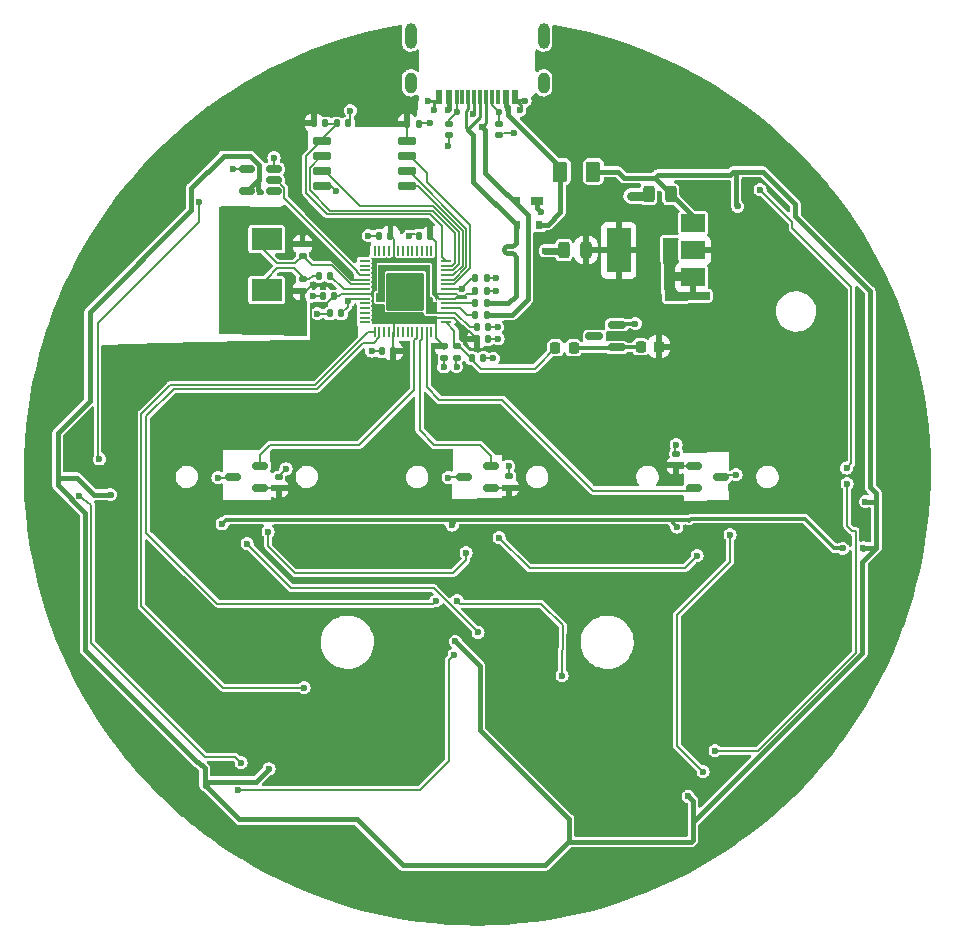
<source format=gbr>
%TF.GenerationSoftware,KiCad,Pcbnew,(7.0.0-0)*%
%TF.CreationDate,2023-03-14T22:07:24-05:00*%
%TF.ProjectId,RP2040_minimal,52503230-3430-45f6-9d69-6e696d616c2e,REV1*%
%TF.SameCoordinates,Original*%
%TF.FileFunction,Copper,L1,Top*%
%TF.FilePolarity,Positive*%
%FSLAX46Y46*%
G04 Gerber Fmt 4.6, Leading zero omitted, Abs format (unit mm)*
G04 Created by KiCad (PCBNEW (7.0.0-0)) date 2023-03-14 22:07:24*
%MOMM*%
%LPD*%
G01*
G04 APERTURE LIST*
G04 Aperture macros list*
%AMRoundRect*
0 Rectangle with rounded corners*
0 $1 Rounding radius*
0 $2 $3 $4 $5 $6 $7 $8 $9 X,Y pos of 4 corners*
0 Add a 4 corners polygon primitive as box body*
4,1,4,$2,$3,$4,$5,$6,$7,$8,$9,$2,$3,0*
0 Add four circle primitives for the rounded corners*
1,1,$1+$1,$2,$3*
1,1,$1+$1,$4,$5*
1,1,$1+$1,$6,$7*
1,1,$1+$1,$8,$9*
0 Add four rect primitives between the rounded corners*
20,1,$1+$1,$2,$3,$4,$5,0*
20,1,$1+$1,$4,$5,$6,$7,0*
20,1,$1+$1,$6,$7,$8,$9,0*
20,1,$1+$1,$8,$9,$2,$3,0*%
G04 Aperture macros list end*
%TA.AperFunction,SMDPad,CuDef*%
%ADD10RoundRect,0.243750X0.243750X0.456250X-0.243750X0.456250X-0.243750X-0.456250X0.243750X-0.456250X0*%
%TD*%
%TA.AperFunction,SMDPad,CuDef*%
%ADD11RoundRect,0.147500X-0.147500X-0.172500X0.147500X-0.172500X0.147500X0.172500X-0.147500X0.172500X0*%
%TD*%
%TA.AperFunction,SMDPad,CuDef*%
%ADD12RoundRect,0.147500X0.147500X0.172500X-0.147500X0.172500X-0.147500X-0.172500X0.147500X-0.172500X0*%
%TD*%
%TA.AperFunction,SMDPad,CuDef*%
%ADD13R,2.000000X1.500000*%
%TD*%
%TA.AperFunction,SMDPad,CuDef*%
%ADD14R,2.000000X3.800000*%
%TD*%
%TA.AperFunction,SMDPad,CuDef*%
%ADD15RoundRect,0.150000X-0.650000X-0.150000X0.650000X-0.150000X0.650000X0.150000X-0.650000X0.150000X0*%
%TD*%
%TA.AperFunction,SMDPad,CuDef*%
%ADD16RoundRect,0.147500X-0.172500X0.147500X-0.172500X-0.147500X0.172500X-0.147500X0.172500X0.147500X0*%
%TD*%
%TA.AperFunction,SMDPad,CuDef*%
%ADD17RoundRect,0.050000X-0.050000X0.387500X-0.050000X-0.387500X0.050000X-0.387500X0.050000X0.387500X0*%
%TD*%
%TA.AperFunction,SMDPad,CuDef*%
%ADD18RoundRect,0.050000X-0.387500X0.050000X-0.387500X-0.050000X0.387500X-0.050000X0.387500X0.050000X0*%
%TD*%
%TA.AperFunction,ComponentPad*%
%ADD19C,0.600000*%
%TD*%
%TA.AperFunction,SMDPad,CuDef*%
%ADD20RoundRect,0.144000X-1.456000X1.456000X-1.456000X-1.456000X1.456000X-1.456000X1.456000X1.456000X0*%
%TD*%
%TA.AperFunction,SMDPad,CuDef*%
%ADD21RoundRect,0.147500X0.172500X-0.147500X0.172500X0.147500X-0.172500X0.147500X-0.172500X-0.147500X0*%
%TD*%
%TA.AperFunction,SMDPad,CuDef*%
%ADD22R,2.600000X1.900000*%
%TD*%
%TA.AperFunction,SMDPad,CuDef*%
%ADD23RoundRect,0.140000X0.140000X0.170000X-0.140000X0.170000X-0.140000X-0.170000X0.140000X-0.170000X0*%
%TD*%
%TA.AperFunction,SMDPad,CuDef*%
%ADD24RoundRect,0.150000X0.512500X0.150000X-0.512500X0.150000X-0.512500X-0.150000X0.512500X-0.150000X0*%
%TD*%
%TA.AperFunction,SMDPad,CuDef*%
%ADD25RoundRect,0.225000X0.225000X0.250000X-0.225000X0.250000X-0.225000X-0.250000X0.225000X-0.250000X0*%
%TD*%
%TA.AperFunction,SMDPad,CuDef*%
%ADD26RoundRect,0.150000X-0.512500X-0.150000X0.512500X-0.150000X0.512500X0.150000X-0.512500X0.150000X0*%
%TD*%
%TA.AperFunction,SMDPad,CuDef*%
%ADD27R,1.000000X0.700000*%
%TD*%
%TA.AperFunction,SMDPad,CuDef*%
%ADD28R,0.600000X0.700000*%
%TD*%
%TA.AperFunction,SMDPad,CuDef*%
%ADD29RoundRect,0.150000X0.587500X0.150000X-0.587500X0.150000X-0.587500X-0.150000X0.587500X-0.150000X0*%
%TD*%
%TA.AperFunction,SMDPad,CuDef*%
%ADD30RoundRect,0.140000X-0.170000X0.140000X-0.170000X-0.140000X0.170000X-0.140000X0.170000X0.140000X0*%
%TD*%
%TA.AperFunction,SMDPad,CuDef*%
%ADD31RoundRect,0.140000X-0.140000X-0.170000X0.140000X-0.170000X0.140000X0.170000X-0.140000X0.170000X0*%
%TD*%
%TA.AperFunction,SMDPad,CuDef*%
%ADD32R,0.600000X1.150000*%
%TD*%
%TA.AperFunction,SMDPad,CuDef*%
%ADD33R,0.300000X1.150000*%
%TD*%
%TA.AperFunction,ComponentPad*%
%ADD34O,1.000000X1.800000*%
%TD*%
%TA.AperFunction,ComponentPad*%
%ADD35O,1.000000X2.200000*%
%TD*%
%TA.AperFunction,SMDPad,CuDef*%
%ADD36RoundRect,0.250000X-0.375000X-0.625000X0.375000X-0.625000X0.375000X0.625000X-0.375000X0.625000X0*%
%TD*%
%TA.AperFunction,ViaPad*%
%ADD37C,0.600000*%
%TD*%
%TA.AperFunction,Conductor*%
%ADD38C,0.600000*%
%TD*%
%TA.AperFunction,Conductor*%
%ADD39C,0.200000*%
%TD*%
%TA.AperFunction,Conductor*%
%ADD40C,0.250000*%
%TD*%
%TA.AperFunction,Conductor*%
%ADD41C,0.150000*%
%TD*%
%TA.AperFunction,Conductor*%
%ADD42C,0.800000*%
%TD*%
%TA.AperFunction,Conductor*%
%ADD43C,0.400000*%
%TD*%
%TA.AperFunction,Conductor*%
%ADD44C,0.300000*%
%TD*%
G04 APERTURE END LIST*
D10*
%TO.P,C2,1*%
%TO.N,+3V3*%
X9207500Y19210000D03*
%TO.P,C2,2*%
%TO.N,GND*%
X7332500Y19210000D03*
%TD*%
D11*
%TO.P,C12,1*%
%TO.N,+3V3*%
X-45000Y11682500D03*
%TO.P,C12,2*%
%TO.N,GND*%
X925000Y11682500D03*
%TD*%
%TO.P,C11,1*%
%TO.N,+1V1*%
X-45000Y12682500D03*
%TO.P,C11,2*%
%TO.N,GND*%
X925000Y12682500D03*
%TD*%
D12*
%TO.P,C8,1*%
%TO.N,+3V3*%
X-7115000Y10635000D03*
%TO.P,C8,2*%
%TO.N,GND*%
X-8085000Y10635000D03*
%TD*%
D13*
%TO.P,U1,1,GND*%
%TO.N,GND*%
X18279999Y16879999D03*
%TO.P,U1,2,VO*%
%TO.N,+3V3*%
X18279999Y19179999D03*
D14*
X11979999Y19179999D03*
D13*
%TO.P,U1,3,VI*%
%TO.N,+5V*%
X18279999Y21479999D03*
%TD*%
D15*
%TO.P,U4,1,~{CS}*%
%TO.N,/QSPI_SS*%
X-13155000Y28412500D03*
%TO.P,U4,2,DO(IO1)*%
%TO.N,/QSPI_SD1*%
X-13155000Y27142500D03*
%TO.P,U4,3,IO2*%
%TO.N,/QSPI_SD2*%
X-13155000Y25872500D03*
%TO.P,U4,4,GND*%
%TO.N,GND*%
X-13155000Y24602500D03*
%TO.P,U4,5,DI(IO0)*%
%TO.N,/QSPI_SD0*%
X-5955000Y24602500D03*
%TO.P,U4,6,CLK*%
%TO.N,/QSPI_SCLK*%
X-5955000Y25872500D03*
%TO.P,U4,7,IO3*%
%TO.N,/QSPI_SD3*%
X-5955000Y27142500D03*
%TO.P,U4,8,VCC*%
%TO.N,+3V3*%
X-5955000Y28412500D03*
%TD*%
D16*
%TO.P,C17,1*%
%TO.N,Net-(C17-Pad1)*%
X-14792519Y16724000D03*
%TO.P,C17,2*%
%TO.N,GND*%
X-14792519Y15754000D03*
%TD*%
D11*
%TO.P,C5,1*%
%TO.N,+3V3*%
X-160000Y15715000D03*
%TO.P,C5,2*%
%TO.N,GND*%
X810000Y15715000D03*
%TD*%
D12*
%TO.P,C7,1*%
%TO.N,+3V3*%
X-3992500Y20402500D03*
%TO.P,C7,2*%
%TO.N,GND*%
X-4962500Y20402500D03*
%TD*%
%TO.P,C10,1*%
%TO.N,+3V3*%
X-12114008Y15280000D03*
%TO.P,C10,2*%
%TO.N,GND*%
X-13084008Y15280000D03*
%TD*%
%TO.P,R5,1*%
%TO.N,/USB_D+*%
X810876Y14697500D03*
%TO.P,R5,2*%
%TO.N,Net-(U5-USB_DP)*%
X-159124Y14697500D03*
%TD*%
%TO.P,C4,1*%
%TO.N,+1V1*%
X-11520000Y13832500D03*
%TO.P,C4,2*%
%TO.N,GND*%
X-12490000Y13832500D03*
%TD*%
D10*
%TO.P,C1,1*%
%TO.N,+5V*%
X16387500Y23940000D03*
%TO.P,C1,2*%
%TO.N,GND*%
X14512500Y23940000D03*
%TD*%
D12*
%TO.P,C6,1*%
%TO.N,+3V3*%
X-7342500Y20432500D03*
%TO.P,C6,2*%
%TO.N,GND*%
X-8312500Y20432500D03*
%TD*%
D17*
%TO.P,U5,1,IOVDD*%
%TO.N,+3V3*%
X-3485000Y19122500D03*
%TO.P,U5,2,GPIO0*%
%TO.N,/GPIO0*%
X-3885000Y19122500D03*
%TO.P,U5,3,GPIO1*%
%TO.N,/GPIO1*%
X-4285000Y19122500D03*
%TO.P,U5,4,GPIO2*%
%TO.N,/GPIO2*%
X-4685000Y19122500D03*
%TO.P,U5,5,GPIO3*%
%TO.N,/GPIO3*%
X-5085000Y19122500D03*
%TO.P,U5,6,GPIO4*%
%TO.N,/GPIO4*%
X-5485000Y19122500D03*
%TO.P,U5,7,GPIO5*%
%TO.N,/GPIO5*%
X-5885000Y19122500D03*
%TO.P,U5,8,GPIO6*%
%TO.N,/GPIO6*%
X-6285000Y19122500D03*
%TO.P,U5,9,GPIO7*%
%TO.N,/GPIO7*%
X-6685000Y19122500D03*
%TO.P,U5,10,IOVDD*%
%TO.N,+3V3*%
X-7085000Y19122500D03*
%TO.P,U5,11,GPIO8*%
%TO.N,/GPIO8*%
X-7485000Y19122500D03*
%TO.P,U5,12,GPIO9*%
%TO.N,/GPIO9*%
X-7885000Y19122500D03*
%TO.P,U5,13,GPIO10*%
%TO.N,/GPIO10*%
X-8285000Y19122500D03*
%TO.P,U5,14,GPIO11*%
%TO.N,/GPIO11*%
X-8685000Y19122500D03*
D18*
%TO.P,U5,15,GPIO12*%
%TO.N,/GPIO12*%
X-9522500Y18285000D03*
%TO.P,U5,16,GPIO13*%
%TO.N,/GPIO13*%
X-9522500Y17885000D03*
%TO.P,U5,17,GPIO14*%
%TO.N,/GPIO14*%
X-9522500Y17485000D03*
%TO.P,U5,18,GPIO15*%
%TO.N,LED_D_3V*%
X-9522500Y17085000D03*
%TO.P,U5,19,TESTEN*%
%TO.N,GND*%
X-9522500Y16685000D03*
%TO.P,U5,20,XIN*%
%TO.N,/XIN*%
X-9522500Y16285000D03*
%TO.P,U5,21,XOUT*%
%TO.N,/XOUT*%
X-9522500Y15885000D03*
%TO.P,U5,22,IOVDD*%
%TO.N,+3V3*%
X-9522500Y15485000D03*
%TO.P,U5,23,DVDD*%
%TO.N,+1V1*%
X-9522500Y15085000D03*
%TO.P,U5,24,SWCLK*%
%TO.N,SWCLK*%
X-9522500Y14685000D03*
%TO.P,U5,25,SWD*%
%TO.N,SWD*%
X-9522500Y14285000D03*
%TO.P,U5,26,RUN*%
%TO.N,RUN*%
X-9522500Y13885000D03*
%TO.P,U5,27,GPIO16*%
%TO.N,/GPIO16*%
X-9522500Y13485000D03*
%TO.P,U5,28,GPIO17*%
%TO.N,/GPIO17*%
X-9522500Y13085000D03*
D17*
%TO.P,U5,29,GPIO18*%
%TO.N,GPIO18*%
X-8685000Y12247500D03*
%TO.P,U5,30,GPIO19*%
%TO.N,GPIO19*%
X-8285000Y12247500D03*
%TO.P,U5,31,GPIO20*%
%TO.N,/GPIO20*%
X-7885000Y12247500D03*
%TO.P,U5,32,GPIO21*%
%TO.N,/GPIO21*%
X-7485000Y12247500D03*
%TO.P,U5,33,IOVDD*%
%TO.N,+3V3*%
X-7085000Y12247500D03*
%TO.P,U5,34,GPIO22*%
%TO.N,/GPIO22*%
X-6685000Y12247500D03*
%TO.P,U5,35,GPIO23*%
%TO.N,/GPIO23*%
X-6285000Y12247500D03*
%TO.P,U5,36,GPIO24*%
%TO.N,/GPIO24*%
X-5885000Y12247500D03*
%TO.P,U5,37,GPIO25*%
%TO.N,/GPIO25*%
X-5485000Y12247500D03*
%TO.P,U5,38,GPIO26_ADC0*%
%TO.N,RP_ADC0*%
X-5085000Y12247500D03*
%TO.P,U5,39,GPIO27_ADC1*%
%TO.N,RP_ADC1*%
X-4685000Y12247500D03*
%TO.P,U5,40,GPIO28_ADC2*%
%TO.N,RP_ADC2*%
X-4285000Y12247500D03*
%TO.P,U5,41,GPIO29_ADC3*%
%TO.N,/GPIO29_ADC3*%
X-3885000Y12247500D03*
%TO.P,U5,42,IOVDD*%
%TO.N,+3V3*%
X-3485000Y12247500D03*
D18*
%TO.P,U5,43,ADC_AVDD*%
%TO.N,ADC_AVDD*%
X-2647500Y13085000D03*
%TO.P,U5,44,VREG_IN*%
%TO.N,+3V3*%
X-2647500Y13485000D03*
%TO.P,U5,45,VREG_VOUT*%
%TO.N,+1V1*%
X-2647500Y13885000D03*
%TO.P,U5,46,USB_DM*%
%TO.N,Net-(U5-USB_DM)*%
X-2647500Y14285000D03*
%TO.P,U5,47,USB_DP*%
%TO.N,Net-(U5-USB_DP)*%
X-2647500Y14685000D03*
%TO.P,U5,48,USB_VDD*%
%TO.N,+3V3*%
X-2647500Y15085000D03*
%TO.P,U5,49,IOVDD*%
X-2647500Y15485000D03*
%TO.P,U5,50,DVDD*%
%TO.N,+1V1*%
X-2647500Y15885000D03*
%TO.P,U5,51,QSPI_SD3*%
%TO.N,/QSPI_SD3*%
X-2647500Y16285000D03*
%TO.P,U5,52,QSPI_SCLK*%
%TO.N,/QSPI_SCLK*%
X-2647500Y16685000D03*
%TO.P,U5,53,QSPI_SD0*%
%TO.N,/QSPI_SD0*%
X-2647500Y17085000D03*
%TO.P,U5,54,QSPI_SD2*%
%TO.N,/QSPI_SD2*%
X-2647500Y17485000D03*
%TO.P,U5,55,QSPI_SD1*%
%TO.N,/QSPI_SD1*%
X-2647500Y17885000D03*
%TO.P,U5,56,QSPI_SS*%
%TO.N,/QSPI_SS*%
X-2647500Y18285000D03*
D19*
%TO.P,U5,57,GND*%
%TO.N,GND*%
X-4810000Y16960000D03*
X-6085000Y16960000D03*
X-7360000Y16960000D03*
X-4810000Y15685000D03*
X-6085000Y15685000D03*
D20*
X-6085000Y15685000D03*
D19*
X-7360000Y15685000D03*
X-4810000Y14410000D03*
X-6085000Y14410000D03*
X-7360000Y14410000D03*
%TD*%
D21*
%TO.P,C16,1*%
%TO.N,/XIN*%
X-14792519Y18724000D03*
%TO.P,C16,2*%
%TO.N,GND*%
X-14792519Y19694000D03*
%TD*%
D12*
%TO.P,R6,1*%
%TO.N,/USB_D-*%
X810876Y13697500D03*
%TO.P,R6,2*%
%TO.N,Net-(U5-USB_DM)*%
X-159124Y13697500D03*
%TD*%
D11*
%TO.P,C3,1*%
%TO.N,+1V1*%
X-170000Y16795000D03*
%TO.P,C3,2*%
%TO.N,GND*%
X800000Y16795000D03*
%TD*%
%TO.P,C15,1*%
%TO.N,+3V3*%
X-5940000Y29907500D03*
%TO.P,C15,2*%
%TO.N,GND*%
X-4970000Y29907500D03*
%TD*%
D12*
%TO.P,R8,1*%
%TO.N,/XOUT*%
X-12422519Y17024000D03*
%TO.P,R8,2*%
%TO.N,Net-(C17-Pad1)*%
X-13392519Y17024000D03*
%TD*%
D22*
%TO.P,Y1,1,1*%
%TO.N,/XIN*%
X-17816837Y20112499D03*
%TO.P,Y1,2,2*%
%TO.N,Net-(C17-Pad1)*%
X-17816837Y15812499D03*
%TD*%
D23*
%TO.P,R9,1*%
%TO.N,Net-(R9-Pad1)*%
X-10910000Y29930000D03*
%TO.P,R9,2*%
%TO.N,/QSPI_SS*%
X-11870000Y29930000D03*
%TD*%
D24*
%TO.P,Q1,1,NC*%
%TO.N,unconnected-(Q1-NC-Pad1)*%
X-17220000Y24160000D03*
%TO.P,Q1,2,A*%
%TO.N,LED_D_3V*%
X-17220000Y25110000D03*
%TO.P,Q1,3,GND*%
%TO.N,GND*%
X-17220000Y26060000D03*
%TO.P,Q1,4,Y*%
%TO.N,LED_D_5V*%
X-19495000Y26060000D03*
%TO.P,Q1,5,VCC*%
%TO.N,+5V*%
X-19495000Y24160000D03*
%TD*%
D25*
%TO.P,R4,1*%
%TO.N,+3V*%
X8165000Y10920000D03*
%TO.P,R4,2*%
%TO.N,ADC_AVDD*%
X6615000Y10920000D03*
%TD*%
D26*
%TO.P,S3,1,VCC*%
%TO.N,+3V3*%
X18362500Y950000D03*
%TO.P,S3,2,VOUT*%
%TO.N,RP_ADC2*%
X18362500Y-950000D03*
%TO.P,S3,3,GND*%
%TO.N,GND*%
X20637500Y0D03*
%TD*%
D25*
%TO.P,R1,1*%
%TO.N,+3V3*%
X15375000Y11020000D03*
%TO.P,R1,2*%
%TO.N,+3V*%
X13825000Y11020000D03*
%TD*%
D27*
%TO.P,U3,1,GND*%
%TO.N,GND*%
X5039999Y23334999D03*
D28*
%TO.P,U3,2,I/O1*%
%TO.N,/USB_D-*%
X3339999Y23334999D03*
%TO.P,U3,3,I/O2*%
%TO.N,/USB_D+*%
X3339999Y21334999D03*
%TO.P,U3,4,VCC*%
%TO.N,VBUS*%
X5239999Y21334999D03*
%TD*%
D24*
%TO.P,S2,1,VCC*%
%TO.N,+3V3*%
X1137500Y-950000D03*
%TO.P,S2,2,VOUT*%
%TO.N,RP_ADC1*%
X1137500Y950000D03*
%TO.P,S2,3,GND*%
%TO.N,GND*%
X-1137500Y0D03*
%TD*%
D29*
%TO.P,U2,1,K*%
%TO.N,+3V*%
X11805000Y10960000D03*
%TO.P,U2,2,A*%
%TO.N,GND*%
X11805000Y12860000D03*
%TO.P,U2,3*%
%TO.N,N/C*%
X9930000Y11910000D03*
%TD*%
D30*
%TO.P,R2,1*%
%TO.N,Net-(P1-CC1)*%
X1854000Y29896000D03*
%TO.P,R2,2*%
%TO.N,GND*%
X1854000Y28936000D03*
%TD*%
D11*
%TO.P,C14,1*%
%TO.N,ADC_AVDD*%
X-445000Y10050000D03*
%TO.P,C14,2*%
%TO.N,GND*%
X525000Y10050000D03*
%TD*%
D24*
%TO.P,S1,1,VCC*%
%TO.N,+3V3*%
X-18362500Y-950000D03*
%TO.P,S1,2,VOUT*%
%TO.N,RP_ADC0*%
X-18362500Y950000D03*
%TO.P,S1,3,GND*%
%TO.N,GND*%
X-20637500Y0D03*
%TD*%
D30*
%TO.P,C18,1*%
%TO.N,GND*%
X-16810000Y-20000D03*
%TO.P,C18,2*%
%TO.N,+3V3*%
X-16810000Y-980000D03*
%TD*%
D16*
%TO.P,C9,1*%
%TO.N,+3V3*%
X-2775000Y11057500D03*
%TO.P,C9,2*%
%TO.N,GND*%
X-2775000Y10087500D03*
%TD*%
%TO.P,C13,1*%
%TO.N,ADC_AVDD*%
X-1745000Y11057500D03*
%TO.P,C13,2*%
%TO.N,GND*%
X-1745000Y10087500D03*
%TD*%
D30*
%TO.P,C20,1*%
%TO.N,GND*%
X16840000Y1956000D03*
%TO.P,C20,2*%
%TO.N,+3V3*%
X16840000Y996000D03*
%TD*%
%TO.P,R3,1*%
%TO.N,Net-(P1-CC2)*%
X-2430000Y29880000D03*
%TO.P,R3,2*%
%TO.N,GND*%
X-2430000Y28920000D03*
%TD*%
%TO.P,C19,1*%
%TO.N,GND*%
X2700000Y40000D03*
%TO.P,C19,2*%
%TO.N,+3V3*%
X2700000Y-920000D03*
%TD*%
D31*
%TO.P,R7,1*%
%TO.N,+3V3*%
X-13810000Y29940000D03*
%TO.P,R7,2*%
%TO.N,/QSPI_SS*%
X-12850000Y29940000D03*
%TD*%
D32*
%TO.P,P1,A1*%
%TO.N,GND*%
X3199999Y32124999D03*
%TO.P,P1,A4*%
%TO.N,VBUS*%
X2399999Y32124999D03*
D33*
%TO.P,P1,A5*%
%TO.N,Net-(P1-CC1)*%
X1249999Y32124999D03*
%TO.P,P1,A6*%
%TO.N,/USB_D+*%
X249999Y32124999D03*
%TO.P,P1,A7*%
%TO.N,/USB_D-*%
X-249999Y32124999D03*
%TO.P,P1,A8*%
%TO.N,N/C*%
X-1249999Y32124999D03*
D32*
%TO.P,P1,A9*%
%TO.N,VBUS*%
X-2399999Y32124999D03*
%TO.P,P1,A12*%
%TO.N,GND*%
X-3199999Y32124999D03*
%TO.P,P1,B1*%
X-3199999Y32124999D03*
%TO.P,P1,B4*%
%TO.N,VBUS*%
X-2399999Y32124999D03*
D33*
%TO.P,P1,B5*%
%TO.N,Net-(P1-CC2)*%
X-1749999Y32124999D03*
%TO.P,P1,B6*%
%TO.N,/USB_D+*%
X-749999Y32124999D03*
%TO.P,P1,B7*%
%TO.N,/USB_D-*%
X749999Y32124999D03*
%TO.P,P1,B8*%
%TO.N,N/C*%
X1749999Y32124999D03*
D32*
%TO.P,P1,B9*%
%TO.N,VBUS*%
X2399999Y32124999D03*
%TO.P,P1,B12*%
%TO.N,GND*%
X3199999Y32124999D03*
D34*
%TO.P,P1,S1*%
%TO.N,N/C*%
X5619999Y33349999D03*
D35*
X5619999Y37349999D03*
D34*
X-5619999Y33349999D03*
D35*
X-5619999Y37349999D03*
%TD*%
D36*
%TO.P,F1,1*%
%TO.N,VBUS*%
X7030000Y25840000D03*
%TO.P,F1,2*%
%TO.N,+5V*%
X9830000Y25840000D03*
%TD*%
D37*
%TO.N,GND*%
X-13885000Y16247500D03*
X-18692519Y17834000D03*
X-15806838Y16932500D03*
X-20655000Y22097500D03*
X-16962519Y21946500D03*
X-17292519Y13134000D03*
X-5817500Y20372500D03*
X13401000Y12970000D03*
X-8927500Y10647500D03*
X-12622019Y18645000D03*
X-1753648Y9316824D03*
X3616250Y31053750D03*
X-9207500Y20422500D03*
X-16190000Y670000D03*
X13025000Y23780000D03*
X4050000Y31860000D03*
X-4191881Y31851995D03*
X-17210000Y27030000D03*
X1755000Y11682500D03*
X-3680000Y31100000D03*
X-4000000Y29967500D03*
X-2460000Y-60000D03*
X-14781019Y14962000D03*
X-13895998Y15280006D03*
X5433234Y22446766D03*
X-2450000Y28030000D03*
X-20695000Y13134000D03*
X16840000Y2718000D03*
X1742500Y12672500D03*
X2660000Y930000D03*
X5755625Y19131250D03*
X21920000Y178000D03*
X-2830000Y9306824D03*
X-21950000Y-60000D03*
X-14792519Y20550000D03*
X16250000Y16980000D03*
X1615000Y15735000D03*
X-11995331Y24217169D03*
X3134000Y29124000D03*
X1595000Y16795000D03*
X-13542004Y13820000D03*
X1355000Y10027500D03*
X-15886838Y18912500D03*
%TO.N,VBUS*%
X2606789Y31209297D03*
X-2433180Y31076713D03*
%TO.N,+3V3*%
X-31840000Y-10310000D03*
X-34540000Y-10360000D03*
%TO.N,+1V1*%
X-1284994Y15885000D03*
X-3985000Y14995000D03*
X-10940000Y14860000D03*
X-8195000Y15047500D03*
%TO.N,Net-(D6-DOUT)*%
X23952000Y24308000D03*
X31284502Y749500D03*
%TO.N,/USB_D-*%
X-375500Y30741234D03*
X405000Y29645000D03*
%TO.N,LED_D_5V*%
X-20640000Y26060000D03*
%TO.N,+5V*%
X32690000Y-6010000D03*
X30950000Y-6050000D03*
X16903000Y-4257000D03*
X-17630000Y-24730000D03*
X-31040000Y-1510000D03*
X-21600000Y-3980000D03*
X-2120000Y-4090000D03*
X22061483Y22911483D03*
X32870000Y-2108000D03*
X17856000Y-27040000D03*
X-18370000Y24090000D03*
X-1850000Y-13930000D03*
%TO.N,Net-(D1-DOUT)*%
X-23546000Y23292000D03*
X-32000000Y1520000D03*
%TO.N,Net-(D2-DOUT)*%
X-33706000Y-1600000D03*
X-19990000Y-24206000D03*
%TO.N,Net-(D3-DOUT)*%
X-20244000Y-26492000D03*
X-1956000Y-15062000D03*
%TO.N,Net-(D4-DOUT)*%
X76000Y-13166000D03*
X-19482000Y-5664000D03*
%TO.N,Net-(D5-DOUT)*%
X31318000Y-584000D03*
X20142000Y-23190000D03*
%TO.N,Net-(P1-CC1)*%
X1854000Y30912000D03*
%TO.N,Net-(P1-CC2)*%
X-1702000Y30912000D03*
%TO.N,GPIO18*%
X-14656000Y-17856000D03*
%TO.N,GPIO19*%
X-1702000Y-10490000D03*
X7188000Y-16840000D03*
X-3480000Y-10490000D03*
%TO.N,Net-(D8-DOUT)*%
X-17704000Y-4648000D03*
X-940000Y-6426000D03*
%TO.N,Net-(D10-DIN)*%
X1854000Y-5156000D03*
X18618000Y-6680000D03*
%TO.N,Net-(D10-DOUT)*%
X21412000Y-4902000D03*
X19126000Y-24968000D03*
%TO.N,Net-(R9-Pad1)*%
X-10730000Y31010000D03*
%TD*%
D38*
%TO.N,GND*%
X5755625Y19131250D02*
X5784375Y19160000D01*
D39*
X820000Y16815000D02*
X1575000Y16815000D01*
D40*
X3670000Y31107500D02*
X3670000Y31475000D01*
D41*
X-8927500Y10647500D02*
X-8097500Y10647500D01*
X3124000Y29134000D02*
X3134000Y29124000D01*
D39*
X2244000Y29134000D02*
X3124000Y29134000D01*
X1732500Y12682500D02*
X925000Y12682500D01*
X-16190000Y670000D02*
X-16810000Y50000D01*
X-21950000Y-60000D02*
X-21900000Y-70000D01*
D41*
X-12380662Y24602500D02*
X-13155000Y24602500D01*
D39*
X1615000Y15735000D02*
X807500Y15735000D01*
X800000Y16795000D02*
X820000Y16815000D01*
X-17210000Y27030000D02*
X-17210000Y26145000D01*
X-11995331Y24217169D02*
X-12380662Y24602500D01*
D40*
X4030000Y31880000D02*
X4050000Y31860000D01*
D41*
X-13885000Y16247500D02*
X-13979019Y16247500D01*
D40*
X-3680000Y31100000D02*
X-3680000Y31645000D01*
X-3680000Y31645000D02*
X-3200000Y32125000D01*
D41*
X1280000Y10030000D02*
X1260000Y10050000D01*
D39*
X-21020000Y-70000D02*
X-21880000Y-70000D01*
D40*
X-3465000Y31860000D02*
X-4192500Y31860000D01*
D42*
X17380000Y16980000D02*
X17460000Y17060000D01*
D39*
X-13084008Y15280000D02*
X-13895992Y15280000D01*
D41*
X-16810000Y50000D02*
X-16810000Y-20000D01*
D39*
X925000Y11682500D02*
X1755000Y11682500D01*
D41*
X-8097500Y10647500D02*
X-8085000Y10635000D01*
X-2430000Y28920000D02*
X-2430000Y28050000D01*
D39*
X21920000Y178000D02*
X20815500Y178000D01*
X2710000Y20000D02*
X2710000Y840000D01*
D41*
X-14792519Y14973500D02*
X-14781019Y14962000D01*
X-4000000Y29967500D02*
X-4690000Y29967500D01*
D39*
X-1770000Y9333176D02*
X-1753648Y9316824D01*
D41*
X-5817500Y20372500D02*
X-5617500Y20572500D01*
D40*
X-3200000Y32125000D02*
X-3465000Y31860000D01*
D39*
X-13521984Y15279000D02*
X-13521990Y15279006D01*
D41*
X-14792519Y15754000D02*
X-14792519Y14973500D01*
D39*
X-20970000Y-20000D02*
X-21020000Y-70000D01*
X20815500Y178000D02*
X20637500Y0D01*
D41*
X-13979019Y16247500D02*
X-14472519Y15754000D01*
X16840000Y2718000D02*
X16770000Y2648000D01*
D43*
X5090000Y22790000D02*
X5090000Y23370000D01*
D42*
X14155000Y23780000D02*
X14235000Y23860000D01*
X13025000Y23780000D02*
X14155000Y23780000D01*
D39*
X-14792519Y19694000D02*
X-14792519Y20550000D01*
D40*
X3670000Y31475000D02*
X3265000Y31880000D01*
D41*
X-9522500Y16685000D02*
X-10662019Y16685000D01*
D39*
X-2830000Y9306824D02*
X-2830000Y9976824D01*
D41*
X-14472519Y15754000D02*
X-14792519Y15754000D01*
D39*
X-12730000Y13820000D02*
X-13542004Y13820000D01*
D41*
X-4690000Y29967500D02*
X-4752500Y30030000D01*
D43*
X5433234Y22446766D02*
X5090000Y22790000D01*
D40*
X3616250Y31053750D02*
X3670000Y31107500D01*
D44*
X13401000Y12970000D02*
X12245000Y12970000D01*
D39*
X-21900000Y-70000D02*
X-21890000Y-70000D01*
D44*
X12245000Y12970000D02*
X12081000Y12806000D01*
D39*
X16770000Y2648000D02*
X16770000Y2006000D01*
D41*
X-5617500Y20572500D02*
X-5262500Y20572500D01*
D39*
X-1550000Y-10000D02*
X-2370000Y-10000D01*
D38*
X5784375Y19160000D02*
X7115625Y19160000D01*
D42*
X16250000Y16980000D02*
X17380000Y16980000D01*
D39*
X-1770000Y9966824D02*
X-1770000Y9333176D01*
X-21880000Y-70000D02*
X-21950000Y-60000D01*
X-9207500Y20422500D02*
X-8395000Y20422500D01*
X1742500Y12672500D02*
X1732500Y12682500D01*
D40*
X4070000Y31880000D02*
X4050000Y31860000D01*
D41*
X-10662019Y16685000D02*
X-12622019Y18645000D01*
D40*
X3265000Y31880000D02*
X4030000Y31880000D01*
D41*
X1260000Y10050000D02*
X537831Y10050000D01*
D43*
%TO.N,VBUS*%
X2606789Y31209297D02*
X2606789Y30667211D01*
X7030000Y22400000D02*
X5965000Y21335000D01*
X2400000Y31416086D02*
X2400000Y32125000D01*
X2606789Y31209297D02*
X2400000Y31416086D01*
X5965000Y21335000D02*
X5240000Y21335000D01*
X-2400000Y31109893D02*
X-2400000Y32125000D01*
X2606789Y30667211D02*
X7030000Y26244000D01*
X7030000Y26244000D02*
X7030000Y22400000D01*
X-2433180Y31076713D02*
X-2400000Y31109893D01*
D41*
%TO.N,/XIN*%
X-15443019Y18073500D02*
X-16947838Y18073500D01*
X-12325283Y17924000D02*
X-13992519Y17924000D01*
X-9522500Y16285000D02*
X-10686283Y16285000D01*
X-10686283Y16285000D02*
X-12325283Y17924000D01*
X-16947838Y18073500D02*
X-18907338Y20033000D01*
X-14792519Y18724000D02*
X-15443019Y18073500D01*
X-13992519Y17924000D02*
X-14792519Y18724000D01*
%TO.N,/XOUT*%
X-9522500Y15885000D02*
X-11283519Y15885000D01*
X-11283519Y15885000D02*
X-12422519Y17024000D01*
D39*
%TO.N,+3V3*%
X-1594999Y15332499D02*
X-1059677Y15332499D01*
X-937176Y15455000D02*
X-420000Y15455000D01*
X-14092004Y14397996D02*
X-14092004Y13332004D01*
X-13782500Y14707500D02*
X-14092004Y14397996D01*
X-2607500Y15482500D02*
X-3445000Y15482500D01*
X-3485000Y19895000D02*
X-3992500Y20402500D01*
D41*
X2640000Y-1930000D02*
X2600000Y-1850000D01*
D39*
X-12115008Y15279000D02*
X-12686508Y14707500D01*
X-7115000Y10635000D02*
X-7115000Y12217500D01*
X-1939974Y13482500D02*
X-3437500Y13482500D01*
D41*
X-16840000Y-950000D02*
X-16810000Y-980000D01*
D39*
X-45000Y11682500D02*
X-695000Y12332500D01*
D41*
X-16950000Y-1120000D02*
X-16810000Y-980000D01*
D39*
X-3437500Y13482500D02*
X-3485000Y13435000D01*
X-420000Y15455000D02*
X-160000Y15715000D01*
X-2607500Y15082500D02*
X-3245000Y15082500D01*
X-12686508Y14707500D02*
X-13782500Y14707500D01*
X-11569000Y15450000D02*
X-11740000Y15279000D01*
X-2775000Y11077500D02*
X-2775000Y10870000D01*
X-1745000Y15482500D02*
X-2607500Y15482500D01*
X-11740000Y15279000D02*
X-12115008Y15279000D01*
X-7342500Y20432500D02*
X-7085000Y20175000D01*
X-3485000Y18457500D02*
X-3495000Y18447500D01*
D41*
X-5955000Y29722500D02*
X-5745000Y29932500D01*
D39*
X-7115000Y12217500D02*
X-7085000Y12247500D01*
X-7200000Y20647500D02*
X-7342500Y20505000D01*
X-3485000Y12247500D02*
X-3485000Y11787500D01*
X-5955000Y28412500D02*
X-5955000Y29722500D01*
X-7085000Y20175000D02*
X-7085000Y19122500D01*
X-8910000Y15450000D02*
X-11569000Y15450000D01*
X-3485000Y19122500D02*
X-3485000Y19895000D01*
X-789975Y12332500D02*
X-1939974Y13482500D01*
X-7085000Y12247500D02*
X-7085000Y13232500D01*
X16840000Y996000D02*
X16886000Y950000D01*
X-18362500Y-950000D02*
X-16840000Y-950000D01*
X-2607500Y15082500D02*
X-1844998Y15082500D01*
X-1594999Y15332499D02*
X-1745000Y15482500D01*
X-7342500Y20432500D02*
X-7342500Y20467500D01*
X-695000Y12332500D02*
X-789975Y12332500D01*
X-7085000Y18382500D02*
X-7095000Y18372500D01*
D41*
X16835000Y1046000D02*
X16995000Y886000D01*
D39*
X-1059677Y15332499D02*
X-937176Y15455000D01*
X-3485000Y13435000D02*
X-3485000Y12247500D01*
X-3485000Y11787500D02*
X-2775000Y11077500D01*
X-7342500Y20505000D02*
X-7342500Y20432500D01*
X-14092004Y13332004D02*
X-13880000Y13120000D01*
X-2775000Y10870000D02*
X-2807500Y10837500D01*
D41*
X2590000Y-1840000D02*
X2640000Y-1930000D01*
D39*
X-7085000Y13232500D02*
X-7070000Y13247500D01*
X-1844998Y15082500D02*
X-1594999Y15332499D01*
X-3245000Y15082500D02*
X-3445000Y15282500D01*
D41*
X2510000Y-1100000D02*
X2590000Y-1020000D01*
D39*
X-7085000Y19122500D02*
X-7085000Y18382500D01*
X16886000Y950000D02*
X18362500Y950000D01*
X1137500Y-950000D02*
X2630000Y-950000D01*
X-3485000Y19122500D02*
X-3485000Y18457500D01*
%TO.N,+1V1*%
X-2647500Y15885000D02*
X-1284994Y15885000D01*
D41*
X-3985000Y14995000D02*
X-3985000Y15185000D01*
D39*
X-10940000Y14412500D02*
X-11520000Y13832500D01*
X-1284994Y15965006D02*
X-1284994Y15885000D01*
X-1845000Y13882500D02*
X-645000Y12682500D01*
X-2607500Y13882500D02*
X-1845000Y13882500D01*
X-10940000Y14860000D02*
X-10750000Y15050000D01*
X-645000Y12682500D02*
X-45000Y12682500D01*
X-10940000Y14860000D02*
X-10940000Y14412500D01*
X-2607500Y13882500D02*
X-3445000Y13882500D01*
X-170000Y16795000D02*
X-455000Y16795000D01*
X-455000Y16795000D02*
X-1284994Y15965006D01*
X-10750000Y15050000D02*
X-9547500Y15050000D01*
D41*
%TO.N,Net-(D6-DOUT)*%
X23952000Y24308000D02*
X26690000Y21570000D01*
X26690000Y21570000D02*
X26690000Y21050000D01*
X26690000Y21050000D02*
X31680000Y16060000D01*
X31680000Y1144998D02*
X31284502Y749500D01*
X31680000Y16060000D02*
X31680000Y1144998D01*
%TO.N,/QSPI_SS*%
X-3960037Y22247500D02*
X-12717500Y22247500D01*
X-11890000Y29870000D02*
X-12945000Y28815000D01*
X-2647500Y18285000D02*
X-2985000Y18622500D01*
X-2985000Y18622500D02*
X-2985000Y21272463D01*
X-13215330Y28412500D02*
X-13155000Y28412500D01*
X-12717500Y22247500D02*
X-14480000Y24010000D01*
X-14480000Y27147830D02*
X-13215330Y28412500D01*
X-12820000Y29870000D02*
X-12890000Y29940000D01*
X-11890000Y29870000D02*
X-12820000Y29870000D01*
X-2985000Y21272463D02*
X-3960037Y22247500D01*
X-14480000Y24010000D02*
X-14480000Y27147830D01*
X-12945000Y28815000D02*
X-12945000Y28462500D01*
%TO.N,/QSPI_SD3*%
X-597500Y17663972D02*
X-597500Y21290000D01*
X-2647500Y16285000D02*
X-1976472Y16285000D01*
X-1976472Y16285000D02*
X-597500Y17663972D01*
X-4245662Y24938162D02*
X-4245662Y25738162D01*
X-4245662Y25738162D02*
X-5650000Y27142500D01*
X-597500Y21290000D02*
X-4245662Y24938162D01*
X-5650000Y27142500D02*
X-5955000Y27142500D01*
%TO.N,/QSPI_SCLK*%
X-5817500Y25872500D02*
X-5955000Y25872500D01*
X-2000736Y16685000D02*
X-927500Y17758236D01*
X-927500Y20982500D02*
X-5817500Y25872500D01*
X-2647500Y16685000D02*
X-2000736Y16685000D01*
X-927500Y17758236D02*
X-927500Y20982500D01*
%TO.N,/QSPI_SD0*%
X-1227500Y17882500D02*
X-1227500Y20855622D01*
X-1227500Y20855622D02*
X-4974378Y24602500D01*
X-2025000Y17085000D02*
X-1227500Y17882500D01*
X-2647500Y17085000D02*
X-2025000Y17085000D01*
X-4974378Y24602500D02*
X-5955000Y24602500D01*
%TO.N,/QSPI_SD2*%
X-1527500Y18028236D02*
X-1527500Y20731358D01*
X-12908199Y25872500D02*
X-13155000Y25872500D01*
X-2070736Y17485000D02*
X-1527500Y18028236D01*
X-1527500Y20731358D02*
X-3703642Y22907500D01*
X-2647500Y17485000D02*
X-2070736Y17485000D01*
X-9943199Y22907500D02*
X-12908199Y25872500D01*
X-3703642Y22907500D02*
X-9943199Y22907500D01*
%TO.N,/QSPI_SD1*%
X-13215330Y27142500D02*
X-13155000Y27142500D01*
X-14180000Y24297170D02*
X-14180000Y26177830D01*
X-2647500Y17885000D02*
X-2095000Y17885000D01*
X-14180000Y26177830D02*
X-13215330Y27142500D01*
X-1875000Y20654594D02*
X-3767906Y22547500D01*
X-1875000Y18105000D02*
X-1875000Y20654594D01*
X-12430330Y22547500D02*
X-14180000Y24297170D01*
X-3767906Y22547500D02*
X-12430330Y22547500D01*
X-2095000Y17885000D02*
X-1875000Y18105000D01*
D43*
%TO.N,/USB_D+*%
X3279338Y19892160D02*
X3279338Y21274338D01*
X-320000Y24995000D02*
X3340000Y21335000D01*
X-320000Y28952396D02*
X-320000Y24995000D01*
D40*
X250000Y32175242D02*
X250000Y30490000D01*
D43*
X3279338Y15348842D02*
X3279338Y18610000D01*
D40*
X-950500Y29582896D02*
X-950500Y30979407D01*
D43*
X-773802Y29406198D02*
X-320000Y28952396D01*
D40*
X-773802Y29406198D02*
X-950500Y29582896D01*
D43*
X2579338Y19510000D02*
X2979338Y19510000D01*
X2627996Y14697500D02*
X3279338Y15348842D01*
X3279338Y19810000D02*
X3279338Y19892160D01*
X2979338Y18910000D02*
X2579338Y18910000D01*
D40*
X-950500Y30979407D02*
X-750000Y31179907D01*
X250000Y30490000D02*
X-803802Y29436198D01*
D43*
X810876Y14697500D02*
X2627996Y14697500D01*
D40*
X-750000Y31179907D02*
X-750000Y32108478D01*
D43*
X2279300Y19210000D02*
G75*
G03*
X2579338Y18910000I300000J0D01*
G01*
X2979338Y19509962D02*
G75*
G03*
X3279338Y19810000I-38J300038D01*
G01*
X3279300Y18610000D02*
G75*
G03*
X2979338Y18910000I-300000J0D01*
G01*
X2579338Y19509962D02*
G75*
G03*
X2279338Y19210000I-38J-299962D01*
G01*
%TO.N,/USB_D-*%
X670000Y29380000D02*
X670000Y25755000D01*
D40*
X-250000Y30866734D02*
X-250000Y31865000D01*
X-375500Y30741234D02*
X-250000Y30866734D01*
D43*
X2971498Y13697500D02*
X810876Y13697500D01*
D40*
X750000Y29990000D02*
X750000Y32125000D01*
D43*
X4290000Y22135000D02*
X4290000Y15016002D01*
D40*
X-301234Y30741234D02*
X-375500Y30741234D01*
X-250000Y31865000D02*
X-280000Y31895000D01*
D43*
X670000Y25755000D02*
X4290000Y22135000D01*
X405000Y29645000D02*
X670000Y29380000D01*
D40*
X405000Y29645000D02*
X750000Y29990000D01*
X-280000Y30720000D02*
X-301234Y30741234D01*
D43*
X3349338Y23225000D02*
X3309338Y23185000D01*
X4290000Y15016002D02*
X2971498Y13697500D01*
D41*
%TO.N,LED_D_5V*%
X-20640000Y26060000D02*
X-19495000Y26060000D01*
D43*
%TO.N,+5V*%
X-32450000Y-1510000D02*
X-31040000Y-1510000D01*
X15285500Y25578000D02*
X21412000Y25578000D01*
X-6300000Y-32890000D02*
X-10200000Y-28990000D01*
X-17630000Y-24730000D02*
X-18699000Y-25799000D01*
D44*
X30950000Y-6050000D02*
X30250000Y-6050000D01*
D43*
X33277010Y15702990D02*
X33277010Y-882990D01*
D44*
X16586000Y-3940000D02*
X16586000Y-3620000D01*
D43*
X-22993261Y-26156739D02*
X-23080000Y-26156739D01*
X-18370000Y24090000D02*
X-18330000Y24090000D01*
X-23080000Y-26156739D02*
X-23080000Y-24672000D01*
X-18527500Y25127500D02*
X-18527500Y24287500D01*
X33800000Y-6000000D02*
X32620000Y-7180000D01*
X-1850000Y-13930000D02*
X200000Y-15980000D01*
X-24196000Y24454000D02*
X-21471381Y27178619D01*
X-18699000Y-25799000D02*
X-22722261Y-25799000D01*
X-33198000Y-3027239D02*
X-35530000Y-695239D01*
X18280000Y22047500D02*
X18280000Y21480000D01*
X24206000Y25832000D02*
X26930000Y23108000D01*
D44*
X27730000Y-3530000D02*
X18105000Y-3530000D01*
D43*
X-32810000Y6440000D02*
X-32810000Y13960000D01*
X-18527500Y25127500D02*
X-19495000Y24160000D01*
X26930000Y22050000D02*
X33277010Y15702990D01*
X33800000Y-1405980D02*
X33800000Y-2020000D01*
D44*
X16903000Y-4257000D02*
X16586000Y-3940000D01*
X18105000Y-3530000D02*
X17935000Y-3700000D01*
D43*
X32870000Y-2108000D02*
X33712000Y-2108000D01*
X5750000Y-32890000D02*
X-6300000Y-32890000D01*
X26930000Y23108000D02*
X26930000Y22050000D01*
X-18527500Y24287500D02*
X-18370000Y24130000D01*
X200000Y-21410000D02*
X7780000Y-28990000D01*
X-23722040Y-24123000D02*
X-33198000Y-14647040D01*
X32830000Y-6000000D02*
X32820000Y-6010000D01*
X-35530000Y3720000D02*
X-32810000Y6440000D01*
X200000Y-15980000D02*
X200000Y-21410000D01*
X-10200000Y-28990000D02*
X-20160000Y-28990000D01*
X-18370000Y24130000D02*
X-18370000Y24090000D01*
X-23080000Y-24672000D02*
X-23629000Y-24123000D01*
X-35530000Y-695239D02*
X-35530000Y-76000D01*
X12402500Y25310000D02*
X15017500Y25310000D01*
X-33884000Y-76000D02*
X-32450000Y-1510000D01*
X21666000Y25832000D02*
X24206000Y25832000D01*
X18100000Y-30910000D02*
X7830000Y-30910000D01*
X18280000Y-30730000D02*
X18100000Y-30910000D01*
X17856000Y-27040000D02*
X18280000Y-27464000D01*
X-21471381Y27178619D02*
X-19244012Y27178619D01*
D44*
X30250000Y-6050000D02*
X27730000Y-3530000D01*
D43*
X15017500Y25310000D02*
X15285500Y25578000D01*
X-18482500Y25172500D02*
X-18527500Y25127500D01*
X-32810000Y13960000D02*
X-24196000Y22574000D01*
X18280000Y-27464000D02*
X18280000Y-30730000D01*
X32820000Y-6010000D02*
X32690000Y-6010000D01*
X21920000Y23052965D02*
X21920000Y25832000D01*
D44*
X17855000Y-3620000D02*
X17935000Y-3700000D01*
D43*
X32620000Y-14921040D02*
X18280000Y-29261040D01*
X9862500Y25832500D02*
X11880000Y25832500D01*
X-22722261Y-25799000D02*
X-23080000Y-26156739D01*
D44*
X-21252000Y-3632000D02*
X-1956000Y-3632000D01*
D43*
X-33198000Y-14647040D02*
X-33198000Y-3027239D01*
D44*
X-1956000Y-3632000D02*
X-1944000Y-3620000D01*
D43*
X32620000Y-7180000D02*
X32620000Y-14921040D01*
X7780000Y-28990000D02*
X7780000Y-30860000D01*
X33277010Y-882990D02*
X33800000Y-1405980D01*
X-35530000Y-76000D02*
X-35530000Y3720000D01*
X-31040000Y-1510000D02*
X-31110000Y-1510000D01*
X-19244012Y27178619D02*
X-18482500Y26417107D01*
X33800000Y-2020000D02*
X33800000Y-6000000D01*
D44*
X-21600000Y-3980000D02*
X-21252000Y-3632000D01*
D43*
X-20160000Y-28990000D02*
X-22993261Y-26156739D01*
X-18330000Y24090000D02*
X-18400000Y24160000D01*
D44*
X-2120000Y-4090000D02*
X-1956000Y-3926000D01*
X-1956000Y-3926000D02*
X-1956000Y-3632000D01*
D43*
X-23629000Y-24123000D02*
X-23722040Y-24123000D01*
D44*
X-1944000Y-3620000D02*
X17855000Y-3620000D01*
D43*
X18280000Y-29261040D02*
X18280000Y-30730000D01*
X33800000Y-6000000D02*
X32830000Y-6000000D01*
X-18482500Y26417107D02*
X-18482500Y25172500D01*
X-35530000Y-76000D02*
X-33884000Y-76000D01*
X22061483Y22911483D02*
X21920000Y23052965D01*
X32690000Y-6010000D02*
X32690000Y-6140000D01*
X21412000Y25578000D02*
X21666000Y25832000D01*
X7830000Y-30910000D02*
X7780000Y-30860000D01*
X15017500Y25310000D02*
X18280000Y22047500D01*
X7780000Y-30860000D02*
X5750000Y-32890000D01*
X-24196000Y22574000D02*
X-24196000Y24454000D01*
X32690000Y-6140000D02*
X32790000Y-6040000D01*
X11880000Y25832500D02*
X12402500Y25310000D01*
X33712000Y-2108000D02*
X33800000Y-2020000D01*
D44*
%TO.N,+3V*%
X13605000Y10960000D02*
X11805000Y10960000D01*
X11805000Y10960000D02*
X11765000Y10920000D01*
X11765000Y10920000D02*
X8165000Y10920000D01*
X13685000Y10920000D02*
X13664000Y10941000D01*
D39*
%TO.N,Net-(U5-USB_DP)*%
X-2721624Y14697500D02*
X-159124Y14697500D01*
%TO.N,Net-(U5-USB_DM)*%
X-1459124Y14297500D02*
X-859124Y13697500D01*
X-859124Y13697500D02*
X-159124Y13697500D01*
X-2721624Y14297500D02*
X-1459124Y14297500D01*
%TO.N,RP_ADC0*%
X-9982000Y2718000D02*
X-17502000Y2718000D01*
X-5085000Y11785736D02*
X-5325000Y11545736D01*
X-5325000Y7375000D02*
X-9982000Y2718000D01*
X-18362500Y1857500D02*
X-18362500Y950000D01*
X-5325000Y11545736D02*
X-5325000Y7375000D01*
X-5085000Y12247500D02*
X-5085000Y11785736D01*
X-17502000Y2718000D02*
X-18362500Y1857500D01*
%TO.N,RP_ADC1*%
X-4685000Y12247500D02*
X-4685000Y11690761D01*
X240000Y2700000D02*
X1137500Y1802500D01*
X1137500Y1802500D02*
X1137500Y950000D01*
X-3620000Y2700000D02*
X240000Y2700000D01*
X-4880000Y3960000D02*
X-3620000Y2700000D01*
X-4685000Y11690761D02*
X-4880000Y11495761D01*
X-4880000Y11495761D02*
X-4880000Y3960000D01*
%TO.N,RP_ADC2*%
X18152500Y-1160000D02*
X9820000Y-1160000D01*
X-3203750Y6528000D02*
X-4285000Y7609250D01*
X9820000Y-1160000D02*
X2132000Y6528000D01*
X18362500Y-950000D02*
X18152500Y-1160000D01*
X-4285000Y7609250D02*
X-4285000Y12247500D01*
X2132000Y6528000D02*
X-3203750Y6528000D01*
D41*
%TO.N,Net-(D1-DOUT)*%
X-23546000Y21604000D02*
X-32140000Y13010000D01*
X-32140000Y1660000D02*
X-32000000Y1520000D01*
X-23546000Y23292000D02*
X-23546000Y21604000D01*
X-32140000Y13010000D02*
X-32140000Y1660000D01*
%TO.N,Net-(D2-DOUT)*%
X-23038000Y-23698000D02*
X-32680000Y-14056000D01*
X-32680000Y-2372000D02*
X-33706000Y-1600000D01*
X-20498000Y-23698000D02*
X-23038000Y-23698000D01*
X-19990000Y-24206000D02*
X-20498000Y-23698000D01*
X-32680000Y-14056000D02*
X-32680000Y-2372000D01*
%TO.N,Net-(D3-DOUT)*%
X-1956000Y-15062000D02*
X-2410000Y-15516000D01*
X-2410000Y-24050000D02*
X-4835000Y-26475000D01*
X-20227000Y-26475000D02*
X-20244000Y-26492000D01*
X-2410000Y-15516000D02*
X-2410000Y-24050000D01*
X-4835000Y-26475000D02*
X-20227000Y-26475000D01*
%TO.N,Net-(D4-DOUT)*%
X-15745000Y-9440000D02*
X-19482000Y-5664000D01*
X76000Y-13166000D02*
X-3650000Y-9440000D01*
X-3650000Y-9440000D02*
X-15745000Y-9440000D01*
%TO.N,Net-(D5-DOUT)*%
X20142000Y-23190000D02*
X23750000Y-23190000D01*
X32030000Y-4575000D02*
X31762537Y-4575000D01*
X23750000Y-23190000D02*
X32030000Y-14910000D01*
X32030000Y-14910000D02*
X32030000Y-4575000D01*
X31318000Y-4130463D02*
X31318000Y-584000D01*
X31762537Y-4575000D02*
X31318000Y-4130463D01*
%TO.N,Net-(P1-CC1)*%
X1854000Y30912000D02*
X1250000Y31516000D01*
X1854000Y29896000D02*
X1854000Y30912000D01*
X1250000Y31516000D02*
X1250000Y32125000D01*
D39*
%TO.N,ADC_AVDD*%
X4865000Y9170000D02*
X297500Y9170000D01*
X297500Y9170000D02*
X-540000Y10007500D01*
X-1745000Y11057500D02*
X-1550000Y11057500D01*
X6775000Y11080000D02*
X4865000Y9170000D01*
X-1935000Y12372500D02*
X-2647500Y13085000D01*
X-1550000Y11057500D02*
X-520000Y10027500D01*
X-1935000Y11015000D02*
X-1935000Y12372500D01*
D41*
%TO.N,Net-(P1-CC2)*%
X-2430000Y30184000D02*
X-2430000Y29880000D01*
X-1702000Y30912000D02*
X-1702000Y32077000D01*
X-1702000Y30912000D02*
X-2430000Y30184000D01*
X-1702000Y32077000D02*
X-1750000Y32125000D01*
%TO.N,GPIO18*%
X-13710000Y7760000D02*
X-9222500Y12247500D01*
X-14656000Y-17856000D02*
X-21524000Y-17856000D01*
X-21524000Y-17856000D02*
X-28430000Y-10950000D01*
X-9222500Y12247500D02*
X-8685000Y12247500D01*
X-26030000Y7760000D02*
X-13710000Y7760000D01*
X-28430000Y-10950000D02*
X-28430000Y5360000D01*
X-28430000Y5360000D02*
X-26030000Y7760000D01*
%TO.N,GPIO19*%
X-1448000Y-10744000D02*
X5434000Y-10744000D01*
X-25680000Y7460000D02*
X-13530000Y7460000D01*
X-28010000Y5130000D02*
X-25680000Y7460000D01*
X5434000Y-10744000D02*
X7240000Y-12550000D01*
X-8285000Y11821091D02*
X-8285000Y12247500D01*
X-3734000Y-10744000D02*
X-21996000Y-10744000D01*
X-3480000Y-10490000D02*
X-3734000Y-10744000D01*
X-21996000Y-10744000D02*
X-28010000Y-4730000D01*
X7240000Y-12550000D02*
X7188000Y-16840000D01*
X-8753591Y11352500D02*
X-8285000Y11821091D01*
X-28010000Y-4730000D02*
X-28010000Y5130000D01*
X-9637500Y11352500D02*
X-8753591Y11352500D01*
X-13530000Y7460000D02*
X-9637500Y11352500D01*
X-1702000Y-10490000D02*
X-1448000Y-10744000D01*
%TO.N,Net-(C17-Pad1)*%
X-14792519Y16915019D02*
X-14792519Y16724000D01*
X-16955000Y17647500D02*
X-15525000Y17647500D01*
X-14792519Y16724000D02*
X-14228500Y16724000D01*
X-14228500Y16724000D02*
X-13928500Y17024000D01*
X-15525000Y17647500D02*
X-14792519Y16915019D01*
X-17816838Y16785662D02*
X-16955000Y17647500D01*
X-17816838Y15812500D02*
X-17816838Y16785662D01*
X-13928500Y17024000D02*
X-13392519Y17024000D01*
%TO.N,LED_D_3V*%
X-16332500Y24465330D02*
X-16977170Y25110000D01*
X-16977170Y25110000D02*
X-17220000Y25110000D01*
X-10185000Y17321091D02*
X-10185000Y17425000D01*
X-16332500Y23572500D02*
X-16332500Y24465330D01*
X-9948909Y17085000D02*
X-10185000Y17321091D01*
X-9522500Y17085000D02*
X-9948909Y17085000D01*
X-10185000Y17425000D02*
X-16332500Y23572500D01*
%TO.N,Net-(D8-DOUT)*%
X-2050000Y-8150000D02*
X-940000Y-7040000D01*
X-940000Y-7040000D02*
X-940000Y-6426000D01*
X-17704000Y-4648000D02*
X-17704000Y-5854000D01*
X-15408000Y-8150000D02*
X-2050000Y-8150000D01*
X-17704000Y-5854000D02*
X-15408000Y-8150000D01*
%TO.N,Net-(D10-DIN)*%
X17568000Y-7730000D02*
X4428000Y-7730000D01*
X18618000Y-6680000D02*
X17568000Y-7730000D01*
X4428000Y-7730000D02*
X1854000Y-5156000D01*
%TO.N,Net-(D10-DOUT)*%
X21412000Y-7178000D02*
X21412000Y-4902000D01*
X16915000Y-11675000D02*
X21412000Y-7178000D01*
X16915000Y-22757000D02*
X16915000Y-11675000D01*
X19126000Y-24968000D02*
X16915000Y-22757000D01*
%TO.N,Net-(R9-Pad1)*%
X-10730000Y31010000D02*
X-10730000Y30110000D01*
X-10730000Y30110000D02*
X-10910000Y29930000D01*
%TD*%
%TA.AperFunction,Conductor*%
%TO.N,+3V3*%
G36*
X-6432675Y38263558D02*
G01*
X-6381786Y38230843D01*
X-6352433Y38177943D01*
X-6351604Y38117453D01*
X-6370500Y38037721D01*
X-6370500Y36706291D01*
X-6370084Y36702725D01*
X-6370083Y36702722D01*
X-6356080Y36582916D01*
X-6356079Y36582910D01*
X-6355241Y36575745D01*
X-6352774Y36568966D01*
X-6352772Y36568959D01*
X-6316965Y36470580D01*
X-6295237Y36410883D01*
X-6291267Y36404847D01*
X-6291265Y36404843D01*
X-6245187Y36334786D01*
X-6198830Y36264304D01*
X-6071218Y36143908D01*
X-5919281Y36056188D01*
X-5751210Y36005870D01*
X-5576065Y35995669D01*
X-5403289Y36026135D01*
X-5242196Y36095623D01*
X-5118548Y36187677D01*
X-5055308Y36211741D01*
X-4988849Y36199024D01*
X-4938962Y36153310D01*
X-4920500Y36088213D01*
X-4920500Y34409314D01*
X-4933690Y34353663D01*
X-4970452Y34309851D01*
X-5022968Y34287198D01*
X-5080064Y34290523D01*
X-5129594Y34319120D01*
X-5163528Y34351135D01*
X-5168782Y34356092D01*
X-5175038Y34359704D01*
X-5314464Y34440201D01*
X-5314466Y34440202D01*
X-5320719Y34443812D01*
X-5353154Y34453523D01*
X-5481870Y34492059D01*
X-5481877Y34492061D01*
X-5488790Y34494130D01*
X-5495999Y34494550D01*
X-5496005Y34494551D01*
X-5656726Y34503912D01*
X-5656734Y34503912D01*
X-5663935Y34504331D01*
X-5671047Y34503078D01*
X-5671047Y34503077D01*
X-5829595Y34475120D01*
X-5829597Y34475120D01*
X-5836711Y34473865D01*
X-5843344Y34471005D01*
X-5843347Y34471003D01*
X-5991170Y34407239D01*
X-5991173Y34407238D01*
X-5997804Y34404377D01*
X-6003595Y34400067D01*
X-6003600Y34400063D01*
X-6132739Y34303922D01*
X-6132743Y34303919D01*
X-6138530Y34299610D01*
X-6143168Y34294084D01*
X-6143172Y34294079D01*
X-6246661Y34170746D01*
X-6246665Y34170741D01*
X-6251302Y34165214D01*
X-6254540Y34158769D01*
X-6254542Y34158764D01*
X-6326801Y34014884D01*
X-6326804Y34014879D01*
X-6330040Y34008433D01*
X-6331705Y34001411D01*
X-6331706Y34001406D01*
X-6368835Y33844750D01*
X-6368836Y33844743D01*
X-6370500Y33837721D01*
X-6370500Y32906291D01*
X-6370084Y32902725D01*
X-6370083Y32902722D01*
X-6356080Y32782916D01*
X-6356079Y32782910D01*
X-6355241Y32775745D01*
X-6352774Y32768966D01*
X-6352772Y32768959D01*
X-6300734Y32625986D01*
X-6295237Y32610883D01*
X-6291267Y32604847D01*
X-6291265Y32604843D01*
X-6202801Y32470341D01*
X-6198830Y32464304D01*
X-6071218Y32343908D01*
X-5919281Y32256188D01*
X-5751210Y32205870D01*
X-5576065Y32195669D01*
X-5403289Y32226135D01*
X-5242196Y32295623D01*
X-5166852Y32351715D01*
X-5114927Y32374262D01*
X-5058388Y32371378D01*
X-5009023Y32343663D01*
X-4977122Y32296894D01*
X-4969335Y32240819D01*
X-5120251Y30610856D01*
X-5145634Y30546429D01*
X-5201607Y30505659D01*
X-5270715Y30501261D01*
X-5331404Y30534607D01*
X-5386971Y30590174D01*
X-5399207Y30599665D01*
X-5526588Y30674998D01*
X-5540796Y30681146D01*
X-5676144Y30720469D01*
X-5687410Y30721044D01*
X-5690000Y30710064D01*
X-5690000Y29593757D01*
X-6190000Y29600343D01*
X-6190000Y29641174D01*
X-6193451Y29654050D01*
X-6206326Y29657500D01*
X-6716894Y29657500D01*
X-6731522Y29653375D01*
X-6735961Y29648572D01*
X-6778072Y29618813D01*
X-6828647Y29608757D01*
X-10257134Y29653918D01*
X-10318442Y29671068D01*
X-10363159Y29716379D01*
X-10379501Y29777904D01*
X-10379501Y30130734D01*
X-10386448Y30174597D01*
X-6732702Y30174597D01*
X-6730038Y30161207D01*
X-6716897Y30157500D01*
X-6206326Y30157500D01*
X-6193451Y30160951D01*
X-6190000Y30173826D01*
X-6190000Y30710064D01*
X-6192591Y30721044D01*
X-6203857Y30720469D01*
X-6339205Y30681146D01*
X-6353413Y30674998D01*
X-6480794Y30599665D01*
X-6493030Y30590174D01*
X-6597674Y30485530D01*
X-6607165Y30473294D01*
X-6682498Y30345913D01*
X-6688646Y30331705D01*
X-6730342Y30188186D01*
X-6732609Y30175778D01*
X-6732702Y30174597D01*
X-10386448Y30174597D01*
X-10393983Y30222175D01*
X-10398413Y30230870D01*
X-10398430Y30230922D01*
X-10404500Y30269242D01*
X-10404500Y30504725D01*
X-10391712Y30559570D01*
X-10355985Y30603102D01*
X-10343864Y30612403D01*
X-10337379Y30617379D01*
X-10249139Y30732375D01*
X-10193670Y30866291D01*
X-10174750Y31010000D01*
X-10193670Y31153709D01*
X-10249139Y31287625D01*
X-10337379Y31402621D01*
X-10343822Y31407565D01*
X-10445929Y31485915D01*
X-10445931Y31485916D01*
X-10452375Y31490861D01*
X-10508361Y31514051D01*
X-10578777Y31543218D01*
X-10578780Y31543219D01*
X-10586291Y31546330D01*
X-10594351Y31547392D01*
X-10594354Y31547392D01*
X-10721941Y31564189D01*
X-10730000Y31565250D01*
X-10738059Y31564189D01*
X-10865647Y31547392D01*
X-10865652Y31547391D01*
X-10873709Y31546330D01*
X-10881219Y31543220D01*
X-10881224Y31543218D01*
X-11000115Y31493972D01*
X-11000117Y31493971D01*
X-11007625Y31490861D01*
X-11014067Y31485918D01*
X-11014072Y31485915D01*
X-11116179Y31407565D01*
X-11116183Y31407562D01*
X-11122621Y31402621D01*
X-11127562Y31396183D01*
X-11127565Y31396179D01*
X-11205915Y31294072D01*
X-11205918Y31294067D01*
X-11210861Y31287625D01*
X-11213971Y31280117D01*
X-11213972Y31280115D01*
X-11263218Y31161224D01*
X-11263220Y31161219D01*
X-11266330Y31153709D01*
X-11267391Y31145652D01*
X-11267392Y31145647D01*
X-11273401Y31100000D01*
X-11285250Y31010000D01*
X-11266330Y30866291D01*
X-11210861Y30732375D01*
X-11205916Y30725931D01*
X-11205915Y30725929D01*
X-11149331Y30652188D01*
X-11126588Y30603276D01*
X-11126764Y30549335D01*
X-11149827Y30500573D01*
X-11191411Y30466217D01*
X-11273694Y30424292D01*
X-11273702Y30424287D01*
X-11282391Y30419859D01*
X-11289290Y30412961D01*
X-11289293Y30412958D01*
X-11302319Y30399931D01*
X-11357906Y30367837D01*
X-11422094Y30367837D01*
X-11477681Y30399931D01*
X-11490708Y30412958D01*
X-11490709Y30412959D01*
X-11497609Y30419859D01*
X-11607825Y30476017D01*
X-11617463Y30477544D01*
X-11617467Y30477545D01*
X-11694445Y30489737D01*
X-11694451Y30489738D01*
X-11699265Y30490500D01*
X-11704144Y30490500D01*
X-12035865Y30490500D01*
X-12035878Y30490500D01*
X-12040734Y30490499D01*
X-12045538Y30489739D01*
X-12045541Y30489738D01*
X-12122539Y30477544D01*
X-12122545Y30477543D01*
X-12132175Y30476017D01*
X-12140865Y30471590D01*
X-12140869Y30471588D01*
X-12233696Y30424290D01*
X-12233700Y30424288D01*
X-12242391Y30419859D01*
X-12249290Y30412961D01*
X-12249293Y30412958D01*
X-12267319Y30394931D01*
X-12322906Y30362837D01*
X-12387094Y30362837D01*
X-12442681Y30394931D01*
X-12470708Y30422958D01*
X-12477609Y30429859D01*
X-12587825Y30486017D01*
X-12597463Y30487544D01*
X-12597467Y30487545D01*
X-12674445Y30499737D01*
X-12674451Y30499738D01*
X-12679265Y30500500D01*
X-12684144Y30500500D01*
X-13015865Y30500500D01*
X-13015878Y30500500D01*
X-13020734Y30500499D01*
X-13025536Y30499739D01*
X-13025543Y30499738D01*
X-13074589Y30491970D01*
X-13132304Y30496513D01*
X-13181666Y30526763D01*
X-13269104Y30614201D01*
X-13281340Y30623692D01*
X-13407092Y30698062D01*
X-13421294Y30704208D01*
X-13546143Y30740480D01*
X-13557410Y30741055D01*
X-13560000Y30730075D01*
X-13560000Y29814000D01*
X-13576613Y29752000D01*
X-13622000Y29706613D01*
X-13651785Y29698633D01*
X-14325000Y29707500D01*
X-14324977Y29690000D01*
X-14571637Y29690000D01*
X-14584782Y29686294D01*
X-14587310Y29673586D01*
X-14585376Y29662995D01*
X-14544209Y29521298D01*
X-14538061Y29507091D01*
X-14463692Y29381340D01*
X-14454201Y29369104D01*
X-14360635Y29275538D01*
X-14333786Y29235385D01*
X-14324316Y29188021D01*
X-14322507Y27817178D01*
X-14331915Y27769637D01*
X-14358826Y27729333D01*
X-14696286Y27391872D01*
X-14704258Y27384566D01*
X-14724886Y27367257D01*
X-14724888Y27367256D01*
X-14733194Y27360285D01*
X-14738616Y27350896D01*
X-14738620Y27350890D01*
X-14752086Y27327566D01*
X-14757888Y27318459D01*
X-14779554Y27287514D01*
X-14782361Y27277042D01*
X-14783913Y27273712D01*
X-14785169Y27270264D01*
X-14790588Y27260875D01*
X-14792471Y27250199D01*
X-14792472Y27250195D01*
X-14797147Y27223681D01*
X-14799486Y27213133D01*
X-14809264Y27176637D01*
X-14808319Y27165834D01*
X-14808319Y27165831D01*
X-14805972Y27139011D01*
X-14805500Y27128203D01*
X-14805500Y24029627D01*
X-14805972Y24018819D01*
X-14808319Y23992000D01*
X-14808319Y23991997D01*
X-14809264Y23981193D01*
X-14806457Y23970717D01*
X-14799487Y23944703D01*
X-14797148Y23934148D01*
X-14792473Y23907639D01*
X-14792472Y23907634D01*
X-14790588Y23896955D01*
X-14785169Y23887568D01*
X-14783916Y23884127D01*
X-14782362Y23880794D01*
X-14779554Y23870316D01*
X-14757888Y23839373D01*
X-14752086Y23830265D01*
X-14738619Y23806940D01*
X-14738617Y23806938D01*
X-14733194Y23797545D01*
X-14704243Y23773253D01*
X-14696282Y23765956D01*
X-14316662Y23386336D01*
X-14315000Y22127500D01*
X-14562425Y22262751D01*
X-15970681Y23671007D01*
X-15997561Y23711235D01*
X-16007000Y23758688D01*
X-16007000Y24445703D01*
X-16006528Y24456511D01*
X-16006214Y24460101D01*
X-16003236Y24494137D01*
X-16013019Y24530645D01*
X-16015355Y24541187D01*
X-16016376Y24546976D01*
X-16021912Y24578375D01*
X-16027340Y24587775D01*
X-16028590Y24591211D01*
X-16030137Y24594529D01*
X-16032946Y24605014D01*
X-16054608Y24635951D01*
X-16060420Y24645073D01*
X-16079306Y24677785D01*
X-16087619Y24684760D01*
X-16087620Y24684762D01*
X-16108245Y24702068D01*
X-16116220Y24709376D01*
X-16270682Y24863838D01*
X-16297562Y24904066D01*
X-16307001Y24951515D01*
X-16307001Y25291518D01*
X-16321854Y25385304D01*
X-16379450Y25498342D01*
X-16386355Y25505247D01*
X-16391343Y25512112D01*
X-16412316Y25559218D01*
X-16412316Y25610782D01*
X-16391343Y25657888D01*
X-16386356Y25664753D01*
X-16379450Y25671658D01*
X-16321854Y25784696D01*
X-16307000Y25878481D01*
X-16307001Y26241518D01*
X-16321854Y26335304D01*
X-16326322Y26344072D01*
X-16375020Y26439647D01*
X-16379450Y26448342D01*
X-16469158Y26538050D01*
X-16582196Y26595646D01*
X-16591833Y26597173D01*
X-16591838Y26597174D01*
X-16625659Y26602530D01*
X-16677163Y26623273D01*
X-16714451Y26664414D01*
X-16730046Y26717703D01*
X-16720822Y26772455D01*
X-16720760Y26772605D01*
X-16673670Y26886291D01*
X-16654750Y27030000D01*
X-16673670Y27173709D01*
X-16729139Y27307625D01*
X-16817379Y27422621D01*
X-16920264Y27501568D01*
X-16925929Y27505915D01*
X-16925931Y27505916D01*
X-16932375Y27510861D01*
X-16999380Y27538615D01*
X-17058777Y27563218D01*
X-17058780Y27563219D01*
X-17066291Y27566330D01*
X-17074351Y27567392D01*
X-17074354Y27567392D01*
X-17201941Y27584189D01*
X-17210000Y27585250D01*
X-17218059Y27584189D01*
X-17345647Y27567392D01*
X-17345652Y27567391D01*
X-17353709Y27566330D01*
X-17361219Y27563220D01*
X-17361224Y27563218D01*
X-17480115Y27513972D01*
X-17480117Y27513971D01*
X-17487625Y27510861D01*
X-17494067Y27505918D01*
X-17494072Y27505915D01*
X-17596179Y27427565D01*
X-17596183Y27427562D01*
X-17602621Y27422621D01*
X-17607562Y27416183D01*
X-17607565Y27416179D01*
X-17685915Y27314072D01*
X-17685918Y27314067D01*
X-17690861Y27307625D01*
X-17693971Y27300117D01*
X-17693972Y27300115D01*
X-17743218Y27181224D01*
X-17743220Y27181219D01*
X-17746330Y27173709D01*
X-17747391Y27165652D01*
X-17747392Y27165647D01*
X-17764189Y27038059D01*
X-17765250Y27030000D01*
X-17764189Y27021941D01*
X-17756164Y26960981D01*
X-17746330Y26886291D01*
X-17743219Y26878780D01*
X-17743218Y26878777D01*
X-17700410Y26775428D01*
X-17691186Y26720675D01*
X-17706782Y26667386D01*
X-17744070Y26626246D01*
X-17795573Y26605503D01*
X-17848164Y26597174D01*
X-17848172Y26597172D01*
X-17857804Y26595646D01*
X-17866490Y26591221D01*
X-17866500Y26591217D01*
X-17913966Y26567031D01*
X-17977677Y26553738D01*
X-18039344Y26574543D01*
X-18081979Y26623713D01*
X-18106075Y26673749D01*
X-18111919Y26680048D01*
X-18115934Y26687644D01*
X-18156337Y26728047D01*
X-18159554Y26731386D01*
X-18192126Y26766491D01*
X-18192128Y26766492D01*
X-18198445Y26773301D01*
X-18204454Y26776771D01*
X-18210160Y26781870D01*
X-18902644Y27474354D01*
X-18911910Y27484723D01*
X-18928336Y27505321D01*
X-18928340Y27505325D01*
X-18934133Y27512589D01*
X-18981369Y27544794D01*
X-18985142Y27547471D01*
X-18985611Y27547817D01*
X-19031130Y27581412D01*
X-19039237Y27584249D01*
X-19046339Y27589091D01*
X-19055214Y27591829D01*
X-19055217Y27591830D01*
X-19100963Y27605940D01*
X-19105368Y27607389D01*
X-19150547Y27623198D01*
X-19150549Y27623199D01*
X-19159313Y27626265D01*
X-19167899Y27626587D01*
X-19176110Y27629119D01*
X-19185400Y27629119D01*
X-19233274Y27629119D01*
X-19237911Y27629206D01*
X-19285732Y27630996D01*
X-19285737Y27630996D01*
X-19295022Y27631343D01*
X-19301725Y27629548D01*
X-19309354Y27629119D01*
X-21439120Y27629119D01*
X-21453003Y27629899D01*
X-21479182Y27632849D01*
X-21479185Y27632849D01*
X-21488416Y27633889D01*
X-21544586Y27623262D01*
X-21549139Y27622488D01*
X-21596487Y27615351D01*
X-21596488Y27615351D01*
X-21605668Y27613967D01*
X-21613408Y27610240D01*
X-21621853Y27608642D01*
X-21630064Y27604303D01*
X-21630065Y27604302D01*
X-21672396Y27581929D01*
X-21676535Y27579840D01*
X-21728023Y27555044D01*
X-21734323Y27549199D01*
X-21741919Y27545184D01*
X-21748483Y27538621D01*
X-21748490Y27538615D01*
X-21782323Y27504782D01*
X-21785659Y27501568D01*
X-21820766Y27468993D01*
X-21820770Y27468989D01*
X-21827575Y27462674D01*
X-21831044Y27456668D01*
X-21836142Y27450963D01*
X-24491737Y24795368D01*
X-24502102Y24786105D01*
X-24522703Y24769676D01*
X-24522709Y24769671D01*
X-24529970Y24763879D01*
X-24535203Y24756205D01*
X-24535204Y24756203D01*
X-24562176Y24716644D01*
X-24564856Y24712868D01*
X-24593276Y24674359D01*
X-24593279Y24674354D01*
X-24598793Y24666882D01*
X-24601630Y24658776D01*
X-24606472Y24651673D01*
X-24609209Y24642801D01*
X-24609212Y24642794D01*
X-24623328Y24597032D01*
X-24624775Y24592633D01*
X-24636521Y24559063D01*
X-24643646Y24538699D01*
X-24643968Y24530114D01*
X-24646500Y24521902D01*
X-24646500Y24512615D01*
X-24646500Y24464738D01*
X-24646587Y24460101D01*
X-24648377Y24412281D01*
X-24648377Y24412277D01*
X-24648724Y24402990D01*
X-24646929Y24396288D01*
X-24646500Y24388658D01*
X-24646500Y23159254D01*
X-30934173Y23171686D01*
X-30634529Y23581516D01*
X-30632168Y23584639D01*
X-29874208Y24554290D01*
X-29871770Y24557309D01*
X-29083011Y25502128D01*
X-29080443Y25505104D01*
X-28261783Y26424014D01*
X-28259131Y26426897D01*
X-27411312Y27319068D01*
X-27408569Y27321863D01*
X-26532494Y28186339D01*
X-26529700Y28189008D01*
X-25626305Y29024866D01*
X-25623421Y29027449D01*
X-24693616Y29833847D01*
X-24690633Y29836351D01*
X-24235145Y30206416D01*
X-14587311Y30206416D01*
X-14584783Y30193707D01*
X-14571641Y30190000D01*
X-14076326Y30190000D01*
X-14063451Y30193451D01*
X-14060000Y30206326D01*
X-14060000Y30730075D01*
X-14062591Y30741055D01*
X-14073858Y30740480D01*
X-14198707Y30704208D01*
X-14212909Y30698062D01*
X-14338661Y30623692D01*
X-14350897Y30614201D01*
X-14454201Y30510897D01*
X-14463692Y30498661D01*
X-14538061Y30372910D01*
X-14544209Y30358703D01*
X-14585377Y30217003D01*
X-14587311Y30206416D01*
X-24235145Y30206416D01*
X-23735385Y30612450D01*
X-23732369Y30614821D01*
X-22752650Y31359830D01*
X-22749518Y31362132D01*
X-21746379Y32075252D01*
X-21743194Y32077440D01*
X-20717691Y32757921D01*
X-20714401Y32760030D01*
X-19667507Y33407227D01*
X-19664165Y33409219D01*
X-18597013Y34022433D01*
X-18593652Y34024292D01*
X-17507367Y34602873D01*
X-17503886Y34604656D01*
X-16399555Y35148028D01*
X-16396032Y35149691D01*
X-15274826Y35657279D01*
X-15271292Y35658811D01*
X-14134303Y36130117D01*
X-14130665Y36131557D01*
X-12979167Y36566054D01*
X-12975509Y36567368D01*
X-11810616Y36964637D01*
X-11806924Y36965830D01*
X-10629856Y37325454D01*
X-10626100Y37326536D01*
X-9438102Y37648135D01*
X-9434338Y37649089D01*
X-8236630Y37932335D01*
X-8232801Y37933175D01*
X-7026652Y38177768D01*
X-7022779Y38178490D01*
X-6492984Y38268303D01*
X-6432675Y38263558D01*
G37*
%TD.AperFunction*%
%TD*%
%TA.AperFunction,Conductor*%
%TO.N,+3V3*%
G36*
X-8834026Y18560028D02*
G01*
X-8813231Y18546133D01*
X-8754748Y18534500D01*
X-8618892Y18534500D01*
X-8615252Y18534500D01*
X-8556769Y18546133D01*
X-8535975Y18560028D01*
X-8494861Y18572500D01*
X-8475139Y18572500D01*
X-8434026Y18560028D01*
X-8413231Y18546133D01*
X-8354748Y18534500D01*
X-8218892Y18534500D01*
X-8215252Y18534500D01*
X-8156769Y18546133D01*
X-8135975Y18560028D01*
X-8094861Y18572500D01*
X-8075139Y18572500D01*
X-8034026Y18560028D01*
X-8013231Y18546133D01*
X-7954748Y18534500D01*
X-7818892Y18534500D01*
X-7815252Y18534500D01*
X-7756769Y18546133D01*
X-7735975Y18560028D01*
X-7694861Y18572500D01*
X-7675139Y18572500D01*
X-7634026Y18560028D01*
X-7613231Y18546133D01*
X-7554748Y18534500D01*
X-7418892Y18534500D01*
X-7415252Y18534500D01*
X-7356769Y18546133D01*
X-7335975Y18560028D01*
X-7294861Y18572500D01*
X-6875139Y18572500D01*
X-6834026Y18560028D01*
X-6813231Y18546133D01*
X-6754748Y18534500D01*
X-6618892Y18534500D01*
X-6615252Y18534500D01*
X-6556769Y18546133D01*
X-6535975Y18560028D01*
X-6494861Y18572500D01*
X-6475139Y18572500D01*
X-6434026Y18560028D01*
X-6413231Y18546133D01*
X-6354748Y18534500D01*
X-6218892Y18534500D01*
X-6215252Y18534500D01*
X-6156769Y18546133D01*
X-6135975Y18560028D01*
X-6094861Y18572500D01*
X-6075139Y18572500D01*
X-6034026Y18560028D01*
X-6013231Y18546133D01*
X-5954748Y18534500D01*
X-5818892Y18534500D01*
X-5815252Y18534500D01*
X-5756769Y18546133D01*
X-5735975Y18560028D01*
X-5694861Y18572500D01*
X-5675139Y18572500D01*
X-5634026Y18560028D01*
X-5613231Y18546133D01*
X-5554748Y18534500D01*
X-5418892Y18534500D01*
X-5415252Y18534500D01*
X-5356769Y18546133D01*
X-5335975Y18560028D01*
X-5294861Y18572500D01*
X-5275139Y18572500D01*
X-5234026Y18560028D01*
X-5213231Y18546133D01*
X-5154748Y18534500D01*
X-5018892Y18534500D01*
X-5015252Y18534500D01*
X-4956769Y18546133D01*
X-4935975Y18560028D01*
X-4894861Y18572500D01*
X-4875139Y18572500D01*
X-4834026Y18560028D01*
X-4813231Y18546133D01*
X-4754748Y18534500D01*
X-4618892Y18534500D01*
X-4615252Y18534500D01*
X-4556769Y18546133D01*
X-4535975Y18560028D01*
X-4494861Y18572500D01*
X-4475139Y18572500D01*
X-4434026Y18560028D01*
X-4413231Y18546133D01*
X-4354748Y18534500D01*
X-4218892Y18534500D01*
X-4215252Y18534500D01*
X-4156769Y18546133D01*
X-4135975Y18560028D01*
X-4094861Y18572500D01*
X-4075139Y18572500D01*
X-4034026Y18560028D01*
X-4013231Y18546133D01*
X-3954748Y18534500D01*
X-3818892Y18534500D01*
X-3815252Y18534500D01*
X-3756769Y18546133D01*
X-3735975Y18560028D01*
X-3694861Y18572500D01*
X-3444000Y18572500D01*
X-3407000Y18562586D01*
X-3379914Y18535500D01*
X-3370000Y18498500D01*
X-3370000Y15002000D01*
X-3379914Y14965000D01*
X-3407000Y14937914D01*
X-3444000Y14928000D01*
X-3456620Y14928000D01*
X-3493620Y14937914D01*
X-3520706Y14965000D01*
X-3528787Y14995156D01*
X-3529867Y14995000D01*
X-3548303Y15123226D01*
X-3602118Y15241063D01*
X-3686951Y15338967D01*
X-3780509Y15399093D01*
X-3805448Y15425881D01*
X-3814500Y15461345D01*
X-3814500Y17896071D01*
X-3814500Y17898500D01*
X-3819798Y17938746D01*
X-3829712Y17975746D01*
X-3845247Y18013250D01*
X-3869959Y18045455D01*
X-3897045Y18072541D01*
X-3929250Y18097253D01*
X-3933726Y18099107D01*
X-3933731Y18099110D01*
X-3964523Y18111864D01*
X-3964525Y18111865D01*
X-3966754Y18112788D01*
X-3975710Y18115188D01*
X-4001416Y18122076D01*
X-4001423Y18122078D01*
X-4003754Y18122702D01*
X-4006151Y18123018D01*
X-4006158Y18123019D01*
X-4041592Y18127683D01*
X-4044000Y18128000D01*
X-8296000Y18128000D01*
X-8298408Y18127684D01*
X-8298409Y18127683D01*
X-8333843Y18123019D01*
X-8333853Y18123018D01*
X-8336246Y18122702D01*
X-8338575Y18122079D01*
X-8338585Y18122076D01*
X-8370914Y18113413D01*
X-8370917Y18113413D01*
X-8373246Y18112788D01*
X-8375471Y18111867D01*
X-8375478Y18111864D01*
X-8406270Y18099110D01*
X-8406278Y18099106D01*
X-8410750Y18097253D01*
X-8414595Y18094304D01*
X-8414598Y18094301D01*
X-8441036Y18074014D01*
X-8441041Y18074011D01*
X-8442955Y18072541D01*
X-8444659Y18070838D01*
X-8444667Y18070830D01*
X-8468330Y18047167D01*
X-8468338Y18047159D01*
X-8470041Y18045455D01*
X-8471511Y18043541D01*
X-8471514Y18043536D01*
X-8491801Y18017098D01*
X-8491804Y18017095D01*
X-8494753Y18013250D01*
X-8496606Y18008778D01*
X-8496610Y18008770D01*
X-8509364Y17977978D01*
X-8509367Y17977971D01*
X-8510288Y17975746D01*
X-8510913Y17973417D01*
X-8510913Y17973414D01*
X-8519576Y17941085D01*
X-8519579Y17941075D01*
X-8520202Y17938746D01*
X-8520518Y17936353D01*
X-8520519Y17936343D01*
X-8525183Y17900909D01*
X-8525500Y17898500D01*
X-8525500Y17896071D01*
X-8525500Y15781856D01*
X-8539349Y15738753D01*
X-8573508Y15713419D01*
X-8573246Y15712788D01*
X-8606270Y15699110D01*
X-8606278Y15699106D01*
X-8610750Y15697253D01*
X-8614595Y15694304D01*
X-8614598Y15694301D01*
X-8641036Y15674014D01*
X-8641041Y15674011D01*
X-8642955Y15672541D01*
X-8644659Y15670838D01*
X-8644667Y15670830D01*
X-8668330Y15647167D01*
X-8668338Y15647159D01*
X-8670041Y15645455D01*
X-8671511Y15643541D01*
X-8671514Y15643536D01*
X-8691801Y15617098D01*
X-8691804Y15617095D01*
X-8694753Y15613250D01*
X-8696606Y15608778D01*
X-8696610Y15608770D01*
X-8709364Y15577978D01*
X-8709367Y15577971D01*
X-8710288Y15575746D01*
X-8710913Y15573417D01*
X-8710913Y15573414D01*
X-8719576Y15541085D01*
X-8719579Y15541075D01*
X-8720202Y15538746D01*
X-8720518Y15536353D01*
X-8720519Y15536343D01*
X-8725183Y15500909D01*
X-8725500Y15498500D01*
X-8725500Y14846500D01*
X-8725183Y14844092D01*
X-8720519Y14808658D01*
X-8720518Y14808651D01*
X-8720202Y14806254D01*
X-8710288Y14769254D01*
X-8709365Y14767025D01*
X-8709364Y14767023D01*
X-8696610Y14736231D01*
X-8696607Y14736226D01*
X-8694753Y14731750D01*
X-8670041Y14699545D01*
X-8642955Y14672459D01*
X-8610750Y14647747D01*
X-8606272Y14645893D01*
X-8606270Y14645891D01*
X-8594462Y14641001D01*
X-8573246Y14632212D01*
X-8536246Y14622298D01*
X-8496000Y14617000D01*
X-8338528Y14617000D01*
X-8317680Y14614003D01*
X-8259772Y14597000D01*
X-8135520Y14597000D01*
X-8130228Y14597000D01*
X-8072321Y14614003D01*
X-8051472Y14617000D01*
X-7909500Y14617000D01*
X-7872500Y14607086D01*
X-7845414Y14580000D01*
X-7835500Y14543000D01*
X-7835500Y14185032D01*
X-7835255Y14182920D01*
X-7835254Y14182904D01*
X-7833285Y14165932D01*
X-7833284Y14165927D01*
X-7832643Y14160406D01*
X-7830398Y14155322D01*
X-7830397Y14155318D01*
X-7799348Y14085000D01*
X-7788170Y14059685D01*
X-7710315Y13981830D01*
X-7609594Y13937357D01*
X-7584968Y13934500D01*
X-7582825Y13934500D01*
X-4599500Y13934500D01*
X-4562500Y13924586D01*
X-4535414Y13897500D01*
X-4525500Y13860500D01*
X-4525500Y13846500D01*
X-4525183Y13844092D01*
X-4520519Y13808658D01*
X-4520518Y13808651D01*
X-4520202Y13806254D01*
X-4510288Y13769254D01*
X-4509365Y13767025D01*
X-4509364Y13767023D01*
X-4496610Y13736231D01*
X-4496607Y13736226D01*
X-4494753Y13731750D01*
X-4470041Y13699545D01*
X-4442955Y13672459D01*
X-4410750Y13647747D01*
X-4406272Y13645893D01*
X-4406270Y13645891D01*
X-4394462Y13641001D01*
X-4373246Y13632212D01*
X-4336246Y13622298D01*
X-4296000Y13617000D01*
X-4293571Y13617000D01*
X-3444000Y13617000D01*
X-3407000Y13607086D01*
X-3379914Y13580000D01*
X-3370000Y13543000D01*
X-3370000Y13046500D01*
X-3379914Y13009500D01*
X-3407000Y12982414D01*
X-3444000Y12972500D01*
X-8860500Y12972500D01*
X-8897500Y12982414D01*
X-8924586Y13009500D01*
X-8934500Y13046500D01*
X-8934500Y13151108D01*
X-8934500Y13154748D01*
X-8946133Y13213231D01*
X-8957530Y13230287D01*
X-8970000Y13271398D01*
X-8970000Y13298602D01*
X-8957529Y13339714D01*
X-8950184Y13350707D01*
X-8946133Y13356769D01*
X-8934500Y13415252D01*
X-8934500Y13554748D01*
X-8946133Y13613231D01*
X-8957530Y13630287D01*
X-8970000Y13671398D01*
X-8970000Y13698602D01*
X-8957529Y13739714D01*
X-8950184Y13750707D01*
X-8946133Y13756769D01*
X-8934500Y13815252D01*
X-8934500Y13954748D01*
X-8946133Y14013231D01*
X-8957530Y14030287D01*
X-8970000Y14071398D01*
X-8970000Y14098602D01*
X-8957529Y14139714D01*
X-8950184Y14150707D01*
X-8946133Y14156769D01*
X-8934500Y14215252D01*
X-8934500Y14354748D01*
X-8946133Y14413231D01*
X-8957530Y14430287D01*
X-8970000Y14471398D01*
X-8970000Y14498602D01*
X-8957529Y14539714D01*
X-8950184Y14550707D01*
X-8946133Y14556769D01*
X-8934500Y14615252D01*
X-8934500Y14754748D01*
X-8946133Y14813231D01*
X-8957530Y14830287D01*
X-8970000Y14871398D01*
X-8970000Y14898602D01*
X-8957529Y14939714D01*
X-8950184Y14950707D01*
X-8946133Y14956769D01*
X-8934500Y15015252D01*
X-8934500Y15154748D01*
X-8946133Y15213231D01*
X-8957530Y15230287D01*
X-8970000Y15271398D01*
X-8970000Y15698602D01*
X-8957529Y15739714D01*
X-8950184Y15750707D01*
X-8946133Y15756769D01*
X-8934500Y15815252D01*
X-8934500Y15954748D01*
X-8946133Y16013231D01*
X-8957530Y16030287D01*
X-8970000Y16071398D01*
X-8970000Y16098602D01*
X-8957529Y16139714D01*
X-8950184Y16150707D01*
X-8946133Y16156769D01*
X-8934500Y16215252D01*
X-8934500Y16354748D01*
X-8946133Y16413231D01*
X-8957530Y16430287D01*
X-8970000Y16471398D01*
X-8970000Y16498602D01*
X-8957529Y16539714D01*
X-8950184Y16550707D01*
X-8946133Y16556769D01*
X-8934500Y16615252D01*
X-8934500Y16754748D01*
X-8946133Y16813231D01*
X-8957530Y16830287D01*
X-8970000Y16871398D01*
X-8970000Y16898602D01*
X-8957529Y16939714D01*
X-8950184Y16950707D01*
X-8946133Y16956769D01*
X-8934500Y17015252D01*
X-8934500Y17154748D01*
X-8946133Y17213231D01*
X-8957530Y17230287D01*
X-8970000Y17271398D01*
X-8970000Y17298602D01*
X-8957529Y17339714D01*
X-8950184Y17350707D01*
X-8946133Y17356769D01*
X-8934500Y17415252D01*
X-8934500Y17554748D01*
X-8946133Y17613231D01*
X-8957530Y17630287D01*
X-8970000Y17671398D01*
X-8970000Y17698602D01*
X-8957529Y17739714D01*
X-8950184Y17750707D01*
X-8946133Y17756769D01*
X-8934500Y17815252D01*
X-8934500Y17954748D01*
X-8946133Y18013231D01*
X-8957530Y18030287D01*
X-8970000Y18071398D01*
X-8970000Y18098602D01*
X-8957529Y18139714D01*
X-8950184Y18150707D01*
X-8946133Y18156769D01*
X-8934500Y18215252D01*
X-8934500Y18354748D01*
X-8946133Y18413231D01*
X-8957530Y18430287D01*
X-8970000Y18471398D01*
X-8970000Y18498500D01*
X-8960086Y18535500D01*
X-8933000Y18562586D01*
X-8896000Y18572500D01*
X-8875139Y18572500D01*
X-8834026Y18560028D01*
G37*
%TD.AperFunction*%
%TD*%
%TA.AperFunction,Conductor*%
%TO.N,GND*%
G36*
X-16223003Y23002677D02*
G01*
X-10538744Y17318418D01*
X-10506134Y17261939D01*
X-10504620Y17256290D01*
X-10504509Y17255878D01*
X-10502130Y17245145D01*
X-10497503Y17218902D01*
X-10497502Y17218899D01*
X-10495588Y17208046D01*
X-10490080Y17198506D01*
X-10488887Y17195228D01*
X-10487408Y17192055D01*
X-10484554Y17181407D01*
X-10478231Y17172376D01*
X-10478229Y17172373D01*
X-10462944Y17150543D01*
X-10457039Y17141275D01*
X-10438194Y17108636D01*
X-10429751Y17101551D01*
X-10428177Y17099676D01*
X-10402215Y17048246D01*
X-10401860Y16990635D01*
X-10449589Y16781611D01*
X-10480874Y16723092D01*
X-10537551Y16688583D01*
X-10603902Y16687654D01*
X-10661522Y16720565D01*
X-12081174Y18140217D01*
X-12088601Y18148321D01*
X-12105744Y18168751D01*
X-12112828Y18177194D01*
X-12122373Y18182705D01*
X-12122374Y18182706D01*
X-12145466Y18196038D01*
X-12154735Y18201944D01*
X-12176565Y18217229D01*
X-12176568Y18217231D01*
X-12185599Y18223554D01*
X-12196247Y18226408D01*
X-12199420Y18227887D01*
X-12202698Y18229080D01*
X-12212238Y18234588D01*
X-12223091Y18236502D01*
X-12223094Y18236503D01*
X-12249337Y18241130D01*
X-12260065Y18243508D01*
X-12285827Y18250411D01*
X-12285829Y18250412D01*
X-12296476Y18253264D01*
X-12307461Y18252303D01*
X-12334011Y18249980D01*
X-12344993Y18249500D01*
X-13805503Y18249500D01*
X-13853721Y18259091D01*
X-13894598Y18286405D01*
X-14185115Y18576922D01*
X-14212429Y18617799D01*
X-14222020Y18666017D01*
X-14222020Y18897867D01*
X-14222020Y18897869D01*
X-14222020Y18902822D01*
X-14229202Y18948166D01*
X-14224585Y19006812D01*
X-14193847Y19056971D01*
X-14109930Y19140888D01*
X-14100294Y19153310D01*
X-14025085Y19280481D01*
X-14018839Y19294917D01*
X-13979616Y19429920D01*
X-13979031Y19441369D01*
X-13990185Y19444000D01*
X-15594853Y19444000D01*
X-15606008Y19441369D01*
X-15605423Y19429920D01*
X-15566200Y19294917D01*
X-15559954Y19280481D01*
X-15484745Y19153310D01*
X-15475106Y19140884D01*
X-15391192Y19056970D01*
X-15360454Y19006812D01*
X-15355838Y18948166D01*
X-15361566Y18912000D01*
X-15363019Y18902823D01*
X-15363019Y18897869D01*
X-15363019Y18666018D01*
X-15372610Y18617800D01*
X-15399923Y18576923D01*
X-15540940Y18435905D01*
X-15581818Y18408591D01*
X-15630036Y18399000D01*
X-16760821Y18399000D01*
X-16809039Y18408591D01*
X-16849916Y18435905D01*
X-17110916Y18696905D01*
X-17141654Y18747064D01*
X-17146270Y18805711D01*
X-17123757Y18860061D01*
X-17079024Y18898267D01*
X-17021821Y18912000D01*
X-16498351Y18912000D01*
X-16492164Y18912000D01*
X-16419098Y18926534D01*
X-16336237Y18981899D01*
X-16280872Y19064760D01*
X-16266338Y19137826D01*
X-16266338Y19946632D01*
X-15606008Y19946632D01*
X-15594853Y19944000D01*
X-15059109Y19944000D01*
X-15046026Y19947507D01*
X-15042519Y19960590D01*
X-14542519Y19960590D01*
X-14539013Y19947507D01*
X-14525929Y19944000D01*
X-13990185Y19944000D01*
X-13979031Y19946632D01*
X-13979616Y19958081D01*
X-14018839Y20093084D01*
X-14025085Y20107520D01*
X-14100294Y20234691D01*
X-14109933Y20247117D01*
X-14214403Y20351587D01*
X-14226829Y20361226D01*
X-14354000Y20436435D01*
X-14368435Y20442681D01*
X-14511742Y20484316D01*
X-14524343Y20486617D01*
X-14525145Y20486680D01*
X-14538753Y20483973D01*
X-14542519Y20470618D01*
X-14542519Y19960590D01*
X-15042519Y19960590D01*
X-15042519Y20470620D01*
X-15046285Y20483973D01*
X-15059891Y20486680D01*
X-15060698Y20486616D01*
X-15073298Y20484315D01*
X-15216604Y20442681D01*
X-15231039Y20436435D01*
X-15358210Y20361226D01*
X-15370636Y20351587D01*
X-15475106Y20247117D01*
X-15484745Y20234691D01*
X-15559954Y20107520D01*
X-15566200Y20093084D01*
X-15605423Y19958081D01*
X-15606008Y19946632D01*
X-16266338Y19946632D01*
X-16266338Y21087174D01*
X-16280872Y21160240D01*
X-16336237Y21243101D01*
X-16346553Y21249994D01*
X-16408781Y21291573D01*
X-16408783Y21291574D01*
X-16419098Y21298466D01*
X-16431746Y21300982D01*
X-16486097Y21311794D01*
X-16486106Y21311795D01*
X-16492164Y21313000D01*
X-19141512Y21313000D01*
X-19147570Y21311796D01*
X-19147580Y21311794D01*
X-19202408Y21300887D01*
X-19202409Y21300887D01*
X-19214578Y21298466D01*
X-19224892Y21291575D01*
X-19224896Y21291573D01*
X-19287124Y21249994D01*
X-19287127Y21249992D01*
X-19297439Y21243101D01*
X-19304330Y21232789D01*
X-19304332Y21232786D01*
X-19345911Y21170558D01*
X-19345913Y21170554D01*
X-19352804Y21160240D01*
X-19355225Y21148071D01*
X-19355225Y21148070D01*
X-19366132Y21093242D01*
X-19366134Y21093232D01*
X-19367338Y21087174D01*
X-19367338Y19137826D01*
X-19366133Y19131768D01*
X-19366132Y19131759D01*
X-19361476Y19108355D01*
X-19352804Y19064760D01*
X-19297439Y18981899D01*
X-19214578Y18926534D01*
X-19141512Y18912000D01*
X-18298854Y18912000D01*
X-18250636Y18902409D01*
X-18209760Y18875096D01*
X-17287840Y17953175D01*
X-17255229Y17896693D01*
X-17255229Y17831471D01*
X-17287840Y17774988D01*
X-18012925Y17049903D01*
X-18053799Y17022591D01*
X-18102017Y17013000D01*
X-19141512Y17013000D01*
X-19147570Y17011796D01*
X-19147580Y17011794D01*
X-19202408Y17000887D01*
X-19202409Y17000887D01*
X-19214578Y16998466D01*
X-19224892Y16991575D01*
X-19224896Y16991573D01*
X-19287124Y16949994D01*
X-19287127Y16949992D01*
X-19297439Y16943101D01*
X-19304330Y16932789D01*
X-19304332Y16932786D01*
X-19345911Y16870558D01*
X-19345913Y16870554D01*
X-19352804Y16860240D01*
X-19355225Y16848071D01*
X-19355225Y16848070D01*
X-19366132Y16793242D01*
X-19366134Y16793232D01*
X-19367338Y16787174D01*
X-19367338Y14837826D01*
X-19366133Y14831768D01*
X-19366132Y14831759D01*
X-19355320Y14777408D01*
X-19352804Y14764760D01*
X-19345912Y14754445D01*
X-19345911Y14754443D01*
X-19305828Y14694454D01*
X-19297439Y14681899D01*
X-19214578Y14626534D01*
X-19141512Y14612000D01*
X-16498351Y14612000D01*
X-16492164Y14612000D01*
X-16419098Y14626534D01*
X-16336237Y14681899D01*
X-16280872Y14764760D01*
X-16266338Y14837826D01*
X-16266338Y15501369D01*
X-15606008Y15501369D01*
X-15605423Y15489920D01*
X-15566200Y15354917D01*
X-15559954Y15340481D01*
X-15484745Y15213310D01*
X-15475106Y15200884D01*
X-15370636Y15096414D01*
X-15358210Y15086775D01*
X-15231039Y15011566D01*
X-15216604Y15005320D01*
X-15073297Y14963685D01*
X-15060696Y14961384D01*
X-15059894Y14961321D01*
X-15046286Y14964028D01*
X-15042519Y14977382D01*
X-15042519Y15487410D01*
X-15046026Y15500494D01*
X-15059109Y15504000D01*
X-15594853Y15504000D01*
X-15606008Y15501369D01*
X-16266338Y15501369D01*
X-16266338Y16787174D01*
X-16280872Y16860240D01*
X-16336237Y16943101D01*
X-16346553Y16949994D01*
X-16408781Y16991573D01*
X-16408783Y16991574D01*
X-16419098Y16998466D01*
X-16431746Y17000982D01*
X-16486097Y17011794D01*
X-16486106Y17011795D01*
X-16492164Y17013000D01*
X-16498351Y17013000D01*
X-16824984Y17013000D01*
X-16882187Y17026733D01*
X-16926920Y17064939D01*
X-16949433Y17119289D01*
X-16944817Y17177936D01*
X-16914079Y17228095D01*
X-16857079Y17285095D01*
X-16816202Y17312409D01*
X-16767984Y17322000D01*
X-15712016Y17322000D01*
X-15663798Y17312409D01*
X-15622921Y17285095D01*
X-15391685Y17053859D01*
X-15360947Y17003701D01*
X-15356331Y16945055D01*
X-15362244Y16907719D01*
X-15363019Y16902823D01*
X-15363019Y16897870D01*
X-15363019Y16897869D01*
X-15363019Y16550133D01*
X-15363019Y16550121D01*
X-15363018Y16545178D01*
X-15362244Y16540291D01*
X-15362243Y16540278D01*
X-15355838Y16499832D01*
X-15360454Y16441188D01*
X-15391191Y16391031D01*
X-15475109Y16307113D01*
X-15484745Y16294691D01*
X-15559954Y16167520D01*
X-15566200Y16153084D01*
X-15605423Y16018081D01*
X-15606008Y16006632D01*
X-15594853Y16004000D01*
X-14668519Y16004000D01*
X-14605519Y15987119D01*
X-14559400Y15941000D01*
X-14542519Y15878000D01*
X-14542519Y14977380D01*
X-14538754Y14964028D01*
X-14525148Y14961321D01*
X-14517923Y14961889D01*
X-14517763Y14959852D01*
X-14514891Y14959281D01*
X-14461552Y14954421D01*
X-14407085Y14914365D01*
X-14381164Y14851921D01*
X-14391254Y14785068D01*
X-14401969Y14761166D01*
X-14401976Y14761149D01*
X-14403806Y14757065D01*
X-14405039Y14752768D01*
X-14405041Y14752759D01*
X-14421755Y14694454D01*
X-14421758Y14694442D01*
X-14422987Y14690153D01*
X-14423598Y14685724D01*
X-14423598Y14685720D01*
X-14432263Y14622828D01*
X-14432264Y14622819D01*
X-14432875Y14618381D01*
X-14432852Y14613904D01*
X-14432852Y14613890D01*
X-14432286Y14507956D01*
X-14437422Y14476655D01*
X-14437397Y14476650D01*
X-14438854Y14467922D01*
X-14439106Y14466385D01*
X-14439115Y14466361D01*
X-14439117Y14466353D01*
X-14442504Y14456484D01*
X-14442504Y14449061D01*
X-14444621Y14441950D01*
X-14444190Y14431519D01*
X-14444190Y14431515D01*
X-14442612Y14393376D01*
X-14442504Y14388169D01*
X-14442504Y13381422D01*
X-14444811Y13359187D01*
X-14444906Y13356903D01*
X-14447047Y13346689D01*
X-14445756Y13336332D01*
X-14445756Y13336328D01*
X-14443339Y13316940D01*
X-14442801Y13311761D01*
X-14442504Y13308177D01*
X-14442504Y13302964D01*
X-14441646Y13297824D01*
X-14439345Y13284030D01*
X-14438596Y13278887D01*
X-14434143Y13243165D01*
X-14432577Y13230611D01*
X-14429778Y13224884D01*
X-14428694Y13220202D01*
X-14428097Y13216626D01*
X-14429184Y13216445D01*
X-14425255Y13193277D01*
X-14419237Y12067956D01*
X-14436329Y12003914D01*
X-14483559Y11957409D01*
X-14547858Y11941309D01*
X-21659019Y12089361D01*
X-21758015Y12091423D01*
X-21820030Y12109239D01*
X-21865095Y12155418D01*
X-21881390Y12217850D01*
X-21843149Y22772425D01*
X-21826075Y22835299D01*
X-21779874Y22881242D01*
X-21716908Y22897963D01*
X-16668185Y22887982D01*
X-16596610Y22898065D01*
X-16529895Y22917385D01*
X-16464006Y22947112D01*
X-16409079Y22994101D01*
X-16406125Y22997462D01*
X-16402941Y23000602D01*
X-16402121Y22999771D01*
X-16349899Y23033778D01*
X-16282105Y23035960D01*
X-16223003Y23002677D01*
G37*
%TD.AperFunction*%
%TA.AperFunction,Conductor*%
G36*
X-12818425Y16537049D02*
G01*
X-12806874Y16525498D01*
X-12694541Y16468261D01*
X-12601342Y16453500D01*
X-12364538Y16453501D01*
X-12316319Y16443910D01*
X-12275442Y16416596D01*
X-11924441Y16065595D01*
X-11893703Y16015436D01*
X-11889087Y15956789D01*
X-11911600Y15902439D01*
X-11956333Y15864233D01*
X-12013536Y15850500D01*
X-12287876Y15850500D01*
X-12287889Y15850500D01*
X-12292830Y15850499D01*
X-12297716Y15849726D01*
X-12297732Y15849724D01*
X-12338177Y15843319D01*
X-12396821Y15847936D01*
X-12446978Y15878673D01*
X-12530892Y15962587D01*
X-12543318Y15972226D01*
X-12670489Y16047435D01*
X-12684925Y16053681D01*
X-12819928Y16092904D01*
X-12831377Y16093489D01*
X-12834008Y16082334D01*
X-12834008Y15825075D01*
X-13334008Y15813839D01*
X-13334008Y16082334D01*
X-13336640Y16093489D01*
X-13348089Y16092904D01*
X-13483092Y16053681D01*
X-13497528Y16047435D01*
X-13624699Y15972226D01*
X-13637125Y15962587D01*
X-13741592Y15858120D01*
X-13746963Y15851195D01*
X-13795757Y15813103D01*
X-13856803Y15802845D01*
X-13915367Y15822897D01*
X-13957314Y15868420D01*
X-13972520Y15928425D01*
X-13972520Y15964413D01*
X-13972714Y15969350D01*
X-13974904Y15997179D01*
X-13977205Y16009779D01*
X-14018839Y16153085D01*
X-14025088Y16167526D01*
X-14091678Y16280124D01*
X-14109222Y16343384D01*
X-14092563Y16406883D01*
X-14046226Y16453382D01*
X-14016045Y16470806D01*
X-13991815Y16499685D01*
X-13984398Y16507778D01*
X-13960869Y16531307D01*
X-13904387Y16563917D01*
X-13839165Y16563917D01*
X-13792780Y16537136D01*
X-13791906Y16538337D01*
X-13783886Y16532510D01*
X-13776874Y16525498D01*
X-13664541Y16468261D01*
X-13571342Y16453500D01*
X-13213697Y16453501D01*
X-13120497Y16468261D01*
X-13008164Y16525498D01*
X-12996614Y16537049D01*
X-12940130Y16569660D01*
X-12874908Y16569660D01*
X-12818425Y16537049D01*
G37*
%TD.AperFunction*%
%TD*%
%TA.AperFunction,Conductor*%
%TO.N,+3V3*%
G36*
X-13639482Y22709155D02*
G01*
X-12961545Y22031218D01*
X-12954236Y22023243D01*
X-12929955Y21994306D01*
X-12920561Y21988883D01*
X-12920559Y21988881D01*
X-12897239Y21975417D01*
X-12888117Y21969606D01*
X-12857184Y21947947D01*
X-12846701Y21945138D01*
X-12843366Y21943583D01*
X-12839941Y21942337D01*
X-12830545Y21936912D01*
X-12793357Y21930355D01*
X-12782795Y21928015D01*
X-12746307Y21918237D01*
X-12708690Y21921528D01*
X-12697882Y21922000D01*
X-4146225Y21922000D01*
X-4098772Y21912561D01*
X-4058544Y21885681D01*
X-3590470Y21417607D01*
X-3558243Y21361518D01*
X-3558649Y21296831D01*
X-3591578Y21241150D01*
X-3648068Y21209631D01*
X-3712745Y21210849D01*
X-3728646Y21215469D01*
X-3739910Y21216044D01*
X-3742500Y21205064D01*
X-3742500Y20276500D01*
X-3759113Y20214500D01*
X-3804500Y20169113D01*
X-3866500Y20152500D01*
X-4118500Y20152500D01*
X-4180500Y20169113D01*
X-4225887Y20214500D01*
X-4242500Y20276500D01*
X-4242500Y21205064D01*
X-4245091Y21216044D01*
X-4256357Y21215469D01*
X-4391705Y21176146D01*
X-4405913Y21169998D01*
X-4533294Y21094665D01*
X-4545526Y21085177D01*
X-4630252Y21000451D01*
X-4679615Y20970202D01*
X-4737328Y20965660D01*
X-4783677Y20973000D01*
X-4788556Y20973000D01*
X-5136452Y20973000D01*
X-5136465Y20973000D01*
X-5141322Y20972999D01*
X-5146124Y20972239D01*
X-5146131Y20972238D01*
X-5224887Y20959765D01*
X-5224888Y20959765D01*
X-5234522Y20958239D01*
X-5243208Y20953814D01*
X-5243215Y20953811D01*
X-5326222Y20911515D01*
X-5382517Y20898000D01*
X-5597873Y20898000D01*
X-5608679Y20898472D01*
X-5619542Y20899423D01*
X-5643239Y20901496D01*
X-5664519Y20905248D01*
X-5666286Y20905722D01*
X-5673791Y20908830D01*
X-5681849Y20909891D01*
X-5809441Y20926689D01*
X-5817500Y20927750D01*
X-5825559Y20926689D01*
X-5953147Y20909892D01*
X-5953152Y20909891D01*
X-5961209Y20908830D01*
X-5968719Y20905720D01*
X-5968724Y20905718D01*
X-6087615Y20856472D01*
X-6087617Y20856471D01*
X-6095125Y20853361D01*
X-6101567Y20848418D01*
X-6101572Y20848415D01*
X-6203679Y20770065D01*
X-6203683Y20770062D01*
X-6210121Y20765121D01*
X-6215062Y20758683D01*
X-6215065Y20758679D01*
X-6293415Y20656572D01*
X-6293418Y20656567D01*
X-6298361Y20650125D01*
X-6301471Y20642618D01*
X-6301471Y20642617D01*
X-6309001Y20624438D01*
X-6349894Y20572148D01*
X-6411899Y20548444D01*
X-6477245Y20560117D01*
X-6527207Y20603824D01*
X-6547466Y20667039D01*
X-6547693Y20672822D01*
X-6549893Y20700781D01*
X-6552157Y20713181D01*
X-6593855Y20856705D01*
X-6600003Y20870913D01*
X-6675336Y20998294D01*
X-6684827Y21010530D01*
X-6789471Y21115174D01*
X-6801707Y21124665D01*
X-6929088Y21199998D01*
X-6943296Y21206146D01*
X-7078644Y21245469D01*
X-7089910Y21246044D01*
X-7092500Y21235064D01*
X-7092500Y20306500D01*
X-7109113Y20244500D01*
X-7154500Y20199113D01*
X-7216500Y20182500D01*
X-7468500Y20182500D01*
X-7530500Y20199113D01*
X-7575887Y20244500D01*
X-7592500Y20306500D01*
X-7592500Y21235064D01*
X-7595091Y21246044D01*
X-7606357Y21245469D01*
X-7741705Y21206146D01*
X-7755913Y21199998D01*
X-7883294Y21124665D01*
X-7895526Y21115177D01*
X-7980252Y21030451D01*
X-8029615Y21000202D01*
X-8087328Y20995660D01*
X-8133677Y21003000D01*
X-8138556Y21003000D01*
X-8486452Y21003000D01*
X-8486465Y21003000D01*
X-8491322Y21002999D01*
X-8496124Y21002239D01*
X-8496131Y21002238D01*
X-8574887Y20989765D01*
X-8574888Y20989765D01*
X-8584522Y20988239D01*
X-8593208Y20983814D01*
X-8593215Y20983811D01*
X-8688160Y20935433D01*
X-8688163Y20935431D01*
X-8696855Y20931002D01*
X-8703755Y20924103D01*
X-8703758Y20924100D01*
X-8736773Y20891085D01*
X-8787167Y20860506D01*
X-8845986Y20856651D01*
X-8899940Y20880391D01*
X-8923428Y20898415D01*
X-8923434Y20898418D01*
X-8929875Y20903361D01*
X-8979944Y20924100D01*
X-9056277Y20955718D01*
X-9056280Y20955719D01*
X-9063791Y20958830D01*
X-9071851Y20959892D01*
X-9071854Y20959892D01*
X-9199441Y20976689D01*
X-9207500Y20977750D01*
X-9215559Y20976689D01*
X-9343147Y20959892D01*
X-9343152Y20959891D01*
X-9351209Y20958830D01*
X-9358719Y20955720D01*
X-9358724Y20955718D01*
X-9477615Y20906472D01*
X-9477617Y20906471D01*
X-9485125Y20903361D01*
X-9491567Y20898418D01*
X-9491572Y20898415D01*
X-9593679Y20820065D01*
X-9593683Y20820062D01*
X-9600121Y20815121D01*
X-9605062Y20808683D01*
X-9605065Y20808679D01*
X-9683415Y20706572D01*
X-9683418Y20706567D01*
X-9688361Y20700125D01*
X-9691471Y20692617D01*
X-9691472Y20692615D01*
X-9740718Y20573724D01*
X-9740720Y20573719D01*
X-9743830Y20566209D01*
X-9744891Y20558152D01*
X-9744892Y20558147D01*
X-9761689Y20430559D01*
X-9762750Y20422500D01*
X-9761689Y20414441D01*
X-9749958Y20325331D01*
X-9743830Y20278791D01*
X-9740719Y20271280D01*
X-9740718Y20271277D01*
X-9722185Y20226534D01*
X-9688361Y20144875D01*
X-9683416Y20138431D01*
X-9683415Y20138429D01*
X-9637318Y20078355D01*
X-9600121Y20029879D01*
X-9485125Y19941639D01*
X-9351209Y19886170D01*
X-9207500Y19867250D01*
X-9099210Y19881507D01*
X-9042894Y19875895D01*
X-8994938Y19845843D01*
X-8965331Y19797611D01*
X-8960240Y19741246D01*
X-8980246Y19689726D01*
X-8987206Y19682765D01*
X-8991846Y19672257D01*
X-8991847Y19672255D01*
X-9028819Y19588523D01*
X-9028821Y19588516D01*
X-9032585Y19579991D01*
X-9033660Y19570729D01*
X-9033660Y19570727D01*
X-9035089Y19558415D01*
X-9035090Y19558401D01*
X-9035500Y19554865D01*
X-9035500Y19551291D01*
X-9035500Y19551290D01*
X-9035500Y18940987D01*
X-9044513Y18894577D01*
X-9055439Y18877735D01*
X-9055000Y18877500D01*
X-9149290Y18701057D01*
X-9194900Y18653145D01*
X-9258654Y18635500D01*
X-9951286Y18635500D01*
X-9951304Y18635500D01*
X-9954864Y18635499D01*
X-9958411Y18635088D01*
X-9958423Y18635087D01*
X-9970723Y18633660D01*
X-9970725Y18633660D01*
X-9979991Y18632585D01*
X-9988521Y18628820D01*
X-9988524Y18628818D01*
X-10072255Y18591847D01*
X-10072257Y18591846D01*
X-10082765Y18587206D01*
X-10090888Y18579084D01*
X-10090891Y18579081D01*
X-10154081Y18515891D01*
X-10154084Y18515888D01*
X-10162206Y18507765D01*
X-10166846Y18497257D01*
X-10166847Y18497255D01*
X-10203819Y18413523D01*
X-10203821Y18413516D01*
X-10207585Y18404991D01*
X-10208660Y18395729D01*
X-10208660Y18395727D01*
X-10210089Y18383414D01*
X-10210090Y18383402D01*
X-10210500Y18379865D01*
X-10210500Y18376291D01*
X-10210500Y18376290D01*
X-10210500Y18210188D01*
X-10224015Y18153893D01*
X-10261615Y18109870D01*
X-10315102Y18087715D01*
X-10372818Y18092257D01*
X-10422181Y18122507D01*
X-14562425Y22262751D01*
X-14315000Y22127500D01*
X-14316661Y23386335D01*
X-13639482Y22709155D01*
G37*
%TD.AperFunction*%
%TD*%
%TA.AperFunction,Conductor*%
%TO.N,+3V3*%
G36*
X7027756Y38178493D02*
G01*
X7031662Y38177766D01*
X8237787Y37933178D01*
X8241642Y37932332D01*
X9439322Y37649092D01*
X9443115Y37648131D01*
X10631082Y37326540D01*
X10634871Y37325449D01*
X11811905Y36965836D01*
X11815633Y36964631D01*
X12980488Y36567375D01*
X12984185Y36566047D01*
X14135642Y36131565D01*
X14139323Y36130108D01*
X15276268Y35658821D01*
X15279848Y35657268D01*
X16401007Y35149702D01*
X16404578Y35148016D01*
X16860135Y34923865D01*
X17508852Y34604672D01*
X17512391Y34602859D01*
X18598625Y34024306D01*
X18602038Y34022418D01*
X19669136Y33409235D01*
X19672533Y33407211D01*
X20513908Y32887066D01*
X20719367Y32760050D01*
X20722718Y32757902D01*
X21748164Y32077459D01*
X21751406Y32075232D01*
X22754477Y31362161D01*
X22757678Y31359808D01*
X23737338Y30614844D01*
X23740414Y30612426D01*
X24588939Y29923035D01*
X24695597Y29836380D01*
X24698645Y29833821D01*
X25555449Y29090735D01*
X25628377Y29027487D01*
X25631334Y29024838D01*
X26414614Y28300115D01*
X26534654Y28189050D01*
X26537523Y28186310D01*
X26983812Y27745929D01*
X27413543Y27321887D01*
X27416335Y27319042D01*
X28264106Y26426922D01*
X28266805Y26423988D01*
X29085423Y25505125D01*
X29088027Y25502107D01*
X29682637Y24789851D01*
X29808146Y24639509D01*
X29876735Y24557350D01*
X29879237Y24554252D01*
X29965794Y24443521D01*
X30637156Y23584652D01*
X30639545Y23581492D01*
X31365943Y22587983D01*
X31368217Y22584764D01*
X31448626Y22467023D01*
X32062256Y21568493D01*
X32064451Y21565166D01*
X32725487Y20527080D01*
X32727574Y20523683D01*
X33354893Y19464901D01*
X33356869Y19461440D01*
X33949818Y18383069D01*
X33951683Y18379546D01*
X34509693Y17282616D01*
X34511443Y17279034D01*
X35033890Y16164770D01*
X35035524Y16161134D01*
X35521890Y15030648D01*
X35523406Y15026962D01*
X35973185Y13881422D01*
X35974582Y13877688D01*
X36387306Y12718291D01*
X36388582Y12714515D01*
X36763827Y11542450D01*
X36764981Y11538635D01*
X37102361Y10355113D01*
X37103392Y10351262D01*
X37402552Y9157524D01*
X37403459Y9153643D01*
X37664098Y7950892D01*
X37664880Y7946983D01*
X37886731Y6736445D01*
X37887386Y6732513D01*
X38070205Y5515521D01*
X38070734Y5511570D01*
X38214348Y4289286D01*
X38214749Y4285320D01*
X38318997Y3059094D01*
X38319271Y3055117D01*
X38384053Y1826153D01*
X38384199Y1822170D01*
X38409446Y591762D01*
X38409464Y587776D01*
X38395150Y-642837D01*
X38395039Y-646822D01*
X38341180Y-1876281D01*
X38340942Y-1880260D01*
X38247590Y-3107392D01*
X38247224Y-3111361D01*
X38114477Y-4334868D01*
X38113983Y-4338824D01*
X37941979Y-5557422D01*
X37941358Y-5561359D01*
X37730285Y-6773749D01*
X37729539Y-6777665D01*
X37479591Y-7982709D01*
X37478719Y-7986598D01*
X37190172Y-9182969D01*
X37189175Y-9186829D01*
X36862319Y-10373322D01*
X36861198Y-10377147D01*
X36496396Y-11552454D01*
X36495154Y-11556242D01*
X36092734Y-12719298D01*
X36091370Y-12723043D01*
X35651798Y-13872502D01*
X35650315Y-13876202D01*
X35174003Y-15010991D01*
X35172401Y-15014641D01*
X34659880Y-16133491D01*
X34658162Y-16137088D01*
X34109932Y-17238908D01*
X34108099Y-17242448D01*
X33524736Y-18326079D01*
X33522790Y-18329558D01*
X32904917Y-19393848D01*
X32902861Y-19397263D01*
X32251078Y-20441175D01*
X32248913Y-20444522D01*
X31563905Y-21466959D01*
X31561633Y-21470234D01*
X30844140Y-22470090D01*
X30841764Y-22473291D01*
X30092504Y-23449568D01*
X30090027Y-23452691D01*
X29309741Y-24404423D01*
X29307164Y-24407464D01*
X28496740Y-25333566D01*
X28494067Y-25336524D01*
X27654256Y-26236141D01*
X27651490Y-26239010D01*
X26783214Y-27111153D01*
X26780356Y-27113933D01*
X25884494Y-27957718D01*
X25881549Y-27960404D01*
X24959024Y-28774962D01*
X24955994Y-28777552D01*
X24007757Y-29562043D01*
X24004645Y-29564534D01*
X23031706Y-30318124D01*
X23028516Y-30320514D01*
X22031841Y-31042453D01*
X22028576Y-31044739D01*
X21009214Y-31734268D01*
X21005877Y-31736448D01*
X19964880Y-32392857D01*
X19961474Y-32394929D01*
X18899916Y-33017538D01*
X18896446Y-33019499D01*
X17815403Y-33607677D01*
X17811871Y-33609525D01*
X16712521Y-34162631D01*
X16708932Y-34164365D01*
X15592359Y-34681858D01*
X15588716Y-34683476D01*
X14456070Y-35164818D01*
X14452377Y-35166318D01*
X13304856Y-35611002D01*
X13301116Y-35612382D01*
X12139914Y-36019946D01*
X12136132Y-36021206D01*
X10962392Y-36391247D01*
X10958572Y-36392384D01*
X9773570Y-36724500D01*
X9769715Y-36725514D01*
X8574654Y-37019369D01*
X8570768Y-37020259D01*
X7366853Y-37275555D01*
X7362941Y-37276319D01*
X6151461Y-37492785D01*
X6147526Y-37493423D01*
X4929707Y-37670838D01*
X4925754Y-37671349D01*
X3702874Y-37809527D01*
X3698906Y-37809911D01*
X2472201Y-37908714D01*
X2468223Y-37908970D01*
X1238984Y-37968292D01*
X1235000Y-37968420D01*
X4493Y-37988200D01*
X507Y-37988200D01*
X-1230001Y-37968420D01*
X-1233985Y-37968292D01*
X-2109739Y-37926028D01*
X-2145931Y-33340500D01*
X5717739Y-33340500D01*
X5731621Y-33341279D01*
X5767035Y-33345270D01*
X5823219Y-33334638D01*
X5827778Y-33333864D01*
X5884287Y-33325348D01*
X5892026Y-33321620D01*
X5900472Y-33320023D01*
X5951045Y-33293292D01*
X5955153Y-33291220D01*
X5963717Y-33287095D01*
X6006642Y-33266425D01*
X6012939Y-33260582D01*
X6020538Y-33256566D01*
X6060975Y-33216127D01*
X6064260Y-33212962D01*
X6106194Y-33174055D01*
X6109663Y-33168045D01*
X6114747Y-33162355D01*
X7880283Y-31396819D01*
X7920512Y-31369939D01*
X7967965Y-31360500D01*
X18067739Y-31360500D01*
X18081621Y-31361279D01*
X18117035Y-31365270D01*
X18173219Y-31354638D01*
X18177778Y-31353864D01*
X18234287Y-31345348D01*
X18242026Y-31341620D01*
X18250472Y-31340023D01*
X18301045Y-31313292D01*
X18305153Y-31311220D01*
X18313717Y-31307095D01*
X18356642Y-31286425D01*
X18362939Y-31280582D01*
X18370538Y-31276566D01*
X18410976Y-31236126D01*
X18414261Y-31232961D01*
X18456194Y-31194055D01*
X18459663Y-31188045D01*
X18464747Y-31182355D01*
X18575749Y-31071353D01*
X18586098Y-31062105D01*
X18613970Y-31039879D01*
X18646191Y-30992618D01*
X18648852Y-30988869D01*
X18677272Y-30950362D01*
X18677271Y-30950362D01*
X18682792Y-30942883D01*
X18685628Y-30934777D01*
X18690472Y-30927673D01*
X18707331Y-30873014D01*
X18708769Y-30868643D01*
X18727646Y-30814700D01*
X18727967Y-30806112D01*
X18730500Y-30797902D01*
X18730500Y-30740739D01*
X18730587Y-30736102D01*
X18732376Y-30688280D01*
X18732724Y-30678990D01*
X18730928Y-30672287D01*
X18730500Y-30664658D01*
X18730500Y-29499006D01*
X18739939Y-29451553D01*
X18766819Y-29411325D01*
X21942003Y-26236141D01*
X32915749Y-15262393D01*
X32926098Y-15253145D01*
X32953970Y-15230919D01*
X32986191Y-15183658D01*
X32988852Y-15179909D01*
X33006703Y-15155723D01*
X33022792Y-15133923D01*
X33025628Y-15125817D01*
X33030472Y-15118713D01*
X33047331Y-15064054D01*
X33048769Y-15059683D01*
X33067646Y-15005740D01*
X33067967Y-14997152D01*
X33070500Y-14988942D01*
X33070500Y-14931779D01*
X33070587Y-14927142D01*
X33072376Y-14879320D01*
X33072724Y-14870030D01*
X33070928Y-14863327D01*
X33070500Y-14855698D01*
X33070500Y-7417966D01*
X33079939Y-7370513D01*
X33106819Y-7330285D01*
X33271467Y-7165637D01*
X34095744Y-6341357D01*
X34106093Y-6332109D01*
X34133970Y-6309879D01*
X34139208Y-6302195D01*
X34144518Y-6296473D01*
X34149377Y-6290379D01*
X34156194Y-6284055D01*
X34174015Y-6253185D01*
X34181624Y-6241563D01*
X34202793Y-6212882D01*
X34205629Y-6204775D01*
X34210472Y-6197673D01*
X34213211Y-6188789D01*
X34216591Y-6181773D01*
X34219446Y-6174497D01*
X34224096Y-6166445D01*
X34232026Y-6131698D01*
X34235878Y-6118329D01*
X34244574Y-6093478D01*
X34244574Y-6093477D01*
X34247646Y-6084699D01*
X34247967Y-6076113D01*
X34250500Y-6067902D01*
X34250500Y-6058608D01*
X34251664Y-6050886D01*
X34252246Y-6043107D01*
X34254315Y-6034046D01*
X34251650Y-5998496D01*
X34251391Y-5984599D01*
X34252376Y-5958279D01*
X34252724Y-5948990D01*
X34250928Y-5942287D01*
X34250500Y-5934658D01*
X34250500Y-2030754D01*
X34250587Y-2026116D01*
X34252377Y-1978280D01*
X34252725Y-1968990D01*
X34250928Y-1962285D01*
X34250500Y-1954650D01*
X34250500Y-1438241D01*
X34251280Y-1424358D01*
X34253949Y-1400669D01*
X34255270Y-1388945D01*
X34244635Y-1332741D01*
X34243864Y-1328198D01*
X34240926Y-1308706D01*
X34235348Y-1271693D01*
X34231622Y-1263956D01*
X34230024Y-1255509D01*
X34223666Y-1243480D01*
X34203306Y-1204957D01*
X34201236Y-1200858D01*
X34176425Y-1149338D01*
X34170581Y-1143039D01*
X34166566Y-1135443D01*
X34126164Y-1095041D01*
X34122946Y-1091701D01*
X34090374Y-1056596D01*
X34090372Y-1056595D01*
X34084055Y-1049786D01*
X34078046Y-1046316D01*
X34072340Y-1041217D01*
X33763829Y-732706D01*
X33736949Y-692478D01*
X33727510Y-645025D01*
X33727510Y15670729D01*
X33728290Y15684612D01*
X33728433Y15685881D01*
X33732280Y15720025D01*
X33721645Y15776229D01*
X33720874Y15780772D01*
X33713743Y15828088D01*
X33713742Y15828089D01*
X33712358Y15837277D01*
X33708632Y15845014D01*
X33707034Y15853461D01*
X33692516Y15880929D01*
X33680316Y15904013D01*
X33678246Y15908112D01*
X33653435Y15959632D01*
X33647591Y15965931D01*
X33643576Y15973527D01*
X33603174Y16013929D01*
X33599956Y16017269D01*
X33567384Y16052374D01*
X33567382Y16052375D01*
X33561065Y16059184D01*
X33555056Y16062654D01*
X33549350Y16067753D01*
X27416819Y22200284D01*
X27389939Y22240512D01*
X27380500Y22287965D01*
X27380500Y23075739D01*
X27381280Y23089622D01*
X27382986Y23104767D01*
X27385270Y23125035D01*
X27374635Y23181239D01*
X27373864Y23185782D01*
X27366733Y23233098D01*
X27366732Y23233099D01*
X27365348Y23242287D01*
X27361622Y23250024D01*
X27360024Y23258471D01*
X27333305Y23309024D01*
X27331236Y23313122D01*
X27306425Y23364642D01*
X27300581Y23370941D01*
X27296566Y23378537D01*
X27256163Y23418940D01*
X27252946Y23422279D01*
X27220374Y23457384D01*
X27220372Y23457385D01*
X27214055Y23464194D01*
X27208046Y23467664D01*
X27202340Y23472763D01*
X24547368Y26127735D01*
X24538102Y26138104D01*
X24521676Y26158702D01*
X24521672Y26158706D01*
X24515879Y26165970D01*
X24468643Y26198175D01*
X24464870Y26200852D01*
X24464401Y26201198D01*
X24418882Y26234793D01*
X24410775Y26237630D01*
X24403673Y26242472D01*
X24394798Y26245210D01*
X24394795Y26245211D01*
X24349049Y26259321D01*
X24344644Y26260770D01*
X24299465Y26276579D01*
X24299463Y26276580D01*
X24290699Y26279646D01*
X24282113Y26279968D01*
X24273902Y26282500D01*
X24264612Y26282500D01*
X24216738Y26282500D01*
X24212101Y26282587D01*
X24164280Y26284377D01*
X24164275Y26284377D01*
X24154990Y26284724D01*
X24148287Y26282929D01*
X24140658Y26282500D01*
X21984731Y26282500D01*
X21972397Y26283890D01*
X21972372Y26283553D01*
X21963104Y26284248D01*
X21954046Y26286315D01*
X21944782Y26285621D01*
X21944779Y26285621D01*
X21907770Y26282847D01*
X21898503Y26282500D01*
X21698261Y26282500D01*
X21684378Y26283280D01*
X21658199Y26286230D01*
X21658196Y26286230D01*
X21648965Y26287270D01*
X21592795Y26276643D01*
X21588242Y26275869D01*
X21540894Y26268732D01*
X21540893Y26268732D01*
X21531713Y26267348D01*
X21523973Y26263621D01*
X21515528Y26262023D01*
X21507317Y26257684D01*
X21507316Y26257683D01*
X21464985Y26235310D01*
X21460847Y26233221D01*
X21453696Y26229777D01*
X21409358Y26208425D01*
X21403058Y26202580D01*
X21395462Y26198565D01*
X21388898Y26192002D01*
X21388891Y26191996D01*
X21355058Y26158163D01*
X21351722Y26154949D01*
X21316614Y26122373D01*
X21316610Y26122370D01*
X21309806Y26116055D01*
X21306338Y26110051D01*
X21301244Y26104350D01*
X21261717Y26064821D01*
X21221488Y26037940D01*
X21174034Y26028500D01*
X15317761Y26028500D01*
X15303878Y26029280D01*
X15277699Y26032230D01*
X15277696Y26032230D01*
X15268465Y26033270D01*
X15212295Y26022643D01*
X15207742Y26021869D01*
X15160394Y26014732D01*
X15160393Y26014732D01*
X15151213Y26013348D01*
X15143473Y26009621D01*
X15135028Y26008023D01*
X15126817Y26003684D01*
X15126816Y26003683D01*
X15084485Y25981310D01*
X15080346Y25979221D01*
X15028858Y25954425D01*
X15022558Y25948580D01*
X15014962Y25944565D01*
X15008398Y25938002D01*
X15008391Y25937996D01*
X14974558Y25904163D01*
X14971222Y25900949D01*
X14936114Y25868373D01*
X14936110Y25868370D01*
X14929306Y25862055D01*
X14925837Y25856050D01*
X14920744Y25850349D01*
X14867217Y25796820D01*
X14826988Y25769939D01*
X14779534Y25760500D01*
X12640465Y25760500D01*
X12593012Y25769939D01*
X12552784Y25796819D01*
X12221368Y26128235D01*
X12212102Y26138604D01*
X12195676Y26159202D01*
X12195672Y26159206D01*
X12189879Y26166470D01*
X12142643Y26198675D01*
X12138870Y26201352D01*
X12100356Y26229777D01*
X12100355Y26229778D01*
X12092882Y26235293D01*
X12084775Y26238130D01*
X12077673Y26242972D01*
X12068798Y26245710D01*
X12068795Y26245711D01*
X12023049Y26259821D01*
X12018644Y26261270D01*
X11973465Y26277079D01*
X11973463Y26277080D01*
X11964699Y26280146D01*
X11956113Y26280468D01*
X11947902Y26283000D01*
X11938612Y26283000D01*
X11890738Y26283000D01*
X11886101Y26283087D01*
X11838280Y26284877D01*
X11838275Y26284877D01*
X11828990Y26285224D01*
X11822287Y26283429D01*
X11814658Y26283000D01*
X10829499Y26283000D01*
X10767499Y26299613D01*
X10722112Y26345000D01*
X10705499Y26407000D01*
X10705499Y26509561D01*
X10705499Y26512872D01*
X10699091Y26572483D01*
X10648796Y26707331D01*
X10562546Y26822546D01*
X10447331Y26908796D01*
X10312483Y26959091D01*
X10304770Y26959921D01*
X10304767Y26959921D01*
X10256180Y26965145D01*
X10256169Y26965146D01*
X10252873Y26965500D01*
X10249550Y26965500D01*
X9410439Y26965500D01*
X9410420Y26965500D01*
X9407128Y26965499D01*
X9403850Y26965147D01*
X9403838Y26965146D01*
X9355231Y26959921D01*
X9355225Y26959920D01*
X9347517Y26959091D01*
X9340252Y26956382D01*
X9340246Y26956380D01*
X9220980Y26911896D01*
X9220978Y26911896D01*
X9212669Y26908796D01*
X9205572Y26903484D01*
X9205568Y26903481D01*
X9104550Y26827859D01*
X9104546Y26827856D01*
X9097454Y26822546D01*
X9092144Y26815454D01*
X9092141Y26815450D01*
X9016519Y26714432D01*
X9016516Y26714428D01*
X9011204Y26707331D01*
X9008104Y26699022D01*
X9008104Y26699020D01*
X8963620Y26579753D01*
X8963619Y26579750D01*
X8960909Y26572483D01*
X8960079Y26564773D01*
X8960079Y26564768D01*
X8954855Y26516181D01*
X8954854Y26516169D01*
X8954500Y26512873D01*
X8954500Y26509552D01*
X8954500Y26509551D01*
X8954500Y25170440D01*
X8954500Y25170422D01*
X8954501Y25167128D01*
X8954853Y25163850D01*
X8954854Y25163839D01*
X8960079Y25115232D01*
X8960080Y25115227D01*
X8960909Y25107517D01*
X8963619Y25100251D01*
X8963620Y25100247D01*
X8993438Y25020301D01*
X9011204Y24972669D01*
X9016518Y24965570D01*
X9016519Y24965569D01*
X9088137Y24869899D01*
X9097454Y24857454D01*
X9212669Y24771204D01*
X9347517Y24720909D01*
X9407127Y24714500D01*
X10252872Y24714501D01*
X10312483Y24720909D01*
X10447331Y24771204D01*
X10562546Y24857454D01*
X10648796Y24972669D01*
X10699091Y25107517D01*
X10705500Y25167127D01*
X10705500Y25258000D01*
X10722113Y25320000D01*
X10767500Y25365387D01*
X10829500Y25382000D01*
X11642034Y25382000D01*
X11689487Y25372561D01*
X11729715Y25345681D01*
X12061130Y25014267D01*
X12070396Y25003899D01*
X12092621Y24976030D01*
X12100298Y24970796D01*
X12100299Y24970795D01*
X12139863Y24943821D01*
X12143627Y24941151D01*
X12189618Y24907207D01*
X12197724Y24904371D01*
X12204827Y24899528D01*
X12213709Y24896789D01*
X12213710Y24896788D01*
X12259479Y24882671D01*
X12263855Y24881231D01*
X12317801Y24862354D01*
X12326387Y24862033D01*
X12334598Y24859500D01*
X12391746Y24859500D01*
X12396383Y24859414D01*
X12453510Y24857275D01*
X12460214Y24859072D01*
X12467850Y24859500D01*
X13750421Y24859500D01*
X13815588Y24840995D01*
X13861305Y24791004D01*
X13873927Y24724447D01*
X13849689Y24661192D01*
X13830497Y24635554D01*
X13827399Y24627251D01*
X13827398Y24627247D01*
X13784102Y24511166D01*
X13757663Y24468930D01*
X13716732Y24440512D01*
X13667920Y24430500D01*
X12984075Y24430500D01*
X12980216Y24430013D01*
X12980208Y24430012D01*
X12869682Y24416049D01*
X12869680Y24416049D01*
X12861942Y24415071D01*
X12854690Y24412200D01*
X12854687Y24412199D01*
X12716383Y24357441D01*
X12716376Y24357438D01*
X12709129Y24354568D01*
X12702825Y24349989D01*
X12702816Y24349983D01*
X12582476Y24262551D01*
X12582469Y24262545D01*
X12576163Y24257963D01*
X12571194Y24251958D01*
X12571188Y24251951D01*
X12479019Y24140536D01*
X12471400Y24131326D01*
X12468085Y24124282D01*
X12468081Y24124275D01*
X12404739Y23989667D01*
X12404735Y23989658D01*
X12401421Y23982613D01*
X12399960Y23974959D01*
X12399960Y23974956D01*
X12372084Y23828828D01*
X12372083Y23828822D01*
X12370624Y23821170D01*
X12371113Y23813393D01*
X12371113Y23813387D01*
X12380453Y23664930D01*
X12380454Y23664924D01*
X12380944Y23657140D01*
X12383354Y23649721D01*
X12383355Y23649719D01*
X12404496Y23584652D01*
X12431732Y23500829D01*
X12435911Y23494244D01*
X12435913Y23494240D01*
X12515617Y23368648D01*
X12519798Y23362060D01*
X12639607Y23249552D01*
X12783632Y23170373D01*
X12942823Y23129500D01*
X13875960Y23129500D01*
X13915119Y23123154D01*
X13950271Y23104767D01*
X14029446Y23045497D01*
X14162609Y22995829D01*
X14221479Y22989500D01*
X14803520Y22989501D01*
X14862391Y22995829D01*
X14995554Y23045497D01*
X15109331Y23130669D01*
X15194503Y23244446D01*
X15244171Y23377609D01*
X15250500Y23436479D01*
X15250499Y24140538D01*
X15264014Y24196831D01*
X15301614Y24240854D01*
X15355101Y24263009D01*
X15412817Y24258467D01*
X15462178Y24228218D01*
X15613182Y24077214D01*
X15640061Y24036988D01*
X15649500Y23989535D01*
X15649500Y23439792D01*
X15649500Y23439774D01*
X15649501Y23436480D01*
X15649853Y23433203D01*
X15649854Y23433189D01*
X15650261Y23429406D01*
X15655829Y23377609D01*
X15705497Y23244446D01*
X15790669Y23130669D01*
X15904446Y23045497D01*
X16037609Y22995829D01*
X16096479Y22989500D01*
X16649533Y22989501D01*
X16696986Y22980062D01*
X16737214Y22953182D01*
X17103600Y22586796D01*
X17135694Y22531210D01*
X17135694Y22467023D01*
X17105456Y22414649D01*
X17099399Y22410601D01*
X17092617Y22400452D01*
X17092616Y22400450D01*
X17050820Y22337897D01*
X17050819Y22337895D01*
X17044034Y22327740D01*
X17041651Y22315765D01*
X17041650Y22315760D01*
X17030689Y22260654D01*
X17030688Y22260649D01*
X17029500Y22254674D01*
X17029500Y20705326D01*
X17030688Y20699351D01*
X17030689Y20699347D01*
X17043868Y20633095D01*
X17042652Y20579246D01*
X17018719Y20530994D01*
X16976585Y20497441D01*
X16924199Y20484918D01*
X15816822Y20467524D01*
X15816815Y20467524D01*
X15812711Y20467459D01*
X15808640Y20466851D01*
X15808637Y20466850D01*
X15749900Y20458067D01*
X15749894Y20458066D01*
X15745830Y20457458D01*
X15741891Y20456321D01*
X15741880Y20456318D01*
X15687277Y20440548D01*
X15687264Y20440544D01*
X15683326Y20439406D01*
X15679566Y20437755D01*
X15679559Y20437752D01*
X15628962Y20415528D01*
X15628958Y20415526D01*
X15621414Y20412212D01*
X15615001Y20407034D01*
X15614999Y20407032D01*
X15572005Y20372313D01*
X15571991Y20372301D01*
X15568806Y20369728D01*
X15565982Y20366751D01*
X15565975Y20366743D01*
X15526875Y20325502D01*
X15526868Y20325495D01*
X15524044Y20322515D01*
X15521639Y20319190D01*
X15521634Y20319183D01*
X15489250Y20274397D01*
X15489246Y20274390D01*
X15484422Y20267718D01*
X15481516Y20260012D01*
X15481513Y20260006D01*
X15467371Y20222500D01*
X15460563Y20204445D01*
X15459632Y20200435D01*
X15459631Y20200428D01*
X15446795Y20145078D01*
X15446793Y20145068D01*
X15445866Y20141069D01*
X15445476Y20136984D01*
X15445475Y20136977D01*
X15439832Y20077856D01*
X15439831Y20077846D01*
X15439441Y20073752D01*
X15439595Y20069645D01*
X15439595Y20069630D01*
X15578510Y16374500D01*
X15589736Y16075884D01*
X15589736Y16075883D01*
X15629898Y15007575D01*
X15630074Y15002910D01*
X15630744Y14998943D01*
X15630746Y14998932D01*
X15640341Y14942197D01*
X15641115Y14937621D01*
X15642293Y14933778D01*
X15642296Y14933766D01*
X15658612Y14880545D01*
X15658614Y14880538D01*
X15659795Y14876688D01*
X15687244Y14816428D01*
X15692359Y14810197D01*
X15692360Y14810195D01*
X15706427Y14793058D01*
X15729257Y14765245D01*
X15732187Y14762496D01*
X15732189Y14762494D01*
X15752915Y14743049D01*
X15775735Y14721639D01*
X15829489Y14682972D01*
X15891375Y14659417D01*
X15953374Y14644656D01*
X16019237Y14637796D01*
X19591271Y14731304D01*
X19657627Y14741880D01*
X19719582Y14760363D01*
X19780884Y14787871D01*
X19832895Y14830408D01*
X19877126Y14877565D01*
X19916251Y14932195D01*
X19939781Y14995135D01*
X19954261Y15058147D01*
X19960568Y15125040D01*
X19943172Y15584279D01*
X19933816Y15643770D01*
X19918104Y15699647D01*
X19895086Y15755291D01*
X19859685Y15804003D01*
X19820265Y15846609D01*
X19792077Y15870647D01*
X19780020Y15880929D01*
X19780016Y15880932D01*
X19774442Y15885685D01*
X19738347Y15904013D01*
X19724018Y15911289D01*
X19724012Y15911292D01*
X19720746Y15912950D01*
X19717314Y15914210D01*
X19717306Y15914213D01*
X19682901Y15926839D01*
X19666255Y15932947D01*
X19662690Y15933796D01*
X19662681Y15933798D01*
X19620117Y15943925D01*
X19564770Y15973388D01*
X19530913Y16026162D01*
X19527203Y16088753D01*
X19527214Y16088807D01*
X19530500Y16105326D01*
X19530500Y17654674D01*
X19515966Y17727740D01*
X19509178Y17737898D01*
X19509178Y17737900D01*
X19465479Y17803301D01*
X19444660Y17867767D01*
X19460828Y17933554D01*
X19509158Y17981025D01*
X19529187Y17991962D01*
X19630092Y18067499D01*
X19642501Y18079908D01*
X19718037Y18180811D01*
X19726452Y18196223D01*
X19770888Y18315359D01*
X19774426Y18330333D01*
X19779646Y18378886D01*
X19780000Y18385482D01*
X19780000Y18913674D01*
X19776549Y18926550D01*
X19763674Y18930000D01*
X18154000Y18930000D01*
X18092000Y18946613D01*
X18046613Y18992000D01*
X18030000Y19054000D01*
X18030000Y19306000D01*
X18046613Y19368000D01*
X18092000Y19413387D01*
X18154000Y19430000D01*
X19763674Y19430000D01*
X19776549Y19433451D01*
X19780000Y19446326D01*
X19780000Y19974518D01*
X19779646Y19981115D01*
X19774426Y20029668D01*
X19770888Y20044642D01*
X19726452Y20163778D01*
X19718037Y20179190D01*
X19642501Y20280093D01*
X19630092Y20292502D01*
X19529189Y20368038D01*
X19509155Y20378977D01*
X19460827Y20426450D01*
X19444660Y20492236D01*
X19465478Y20556699D01*
X19515966Y20632260D01*
X19530500Y20705326D01*
X19530500Y22254674D01*
X19515966Y22327740D01*
X19460601Y22410601D01*
X19435291Y22427512D01*
X19387896Y22459180D01*
X19377740Y22465966D01*
X19365762Y22468349D01*
X19365759Y22468350D01*
X19310653Y22479311D01*
X19310649Y22479312D01*
X19304674Y22480500D01*
X19298579Y22480500D01*
X18535465Y22480500D01*
X18488012Y22489939D01*
X18447784Y22516819D01*
X17161818Y23802785D01*
X17134938Y23843013D01*
X17125499Y23890466D01*
X17125499Y24440208D01*
X17125499Y24443520D01*
X17119171Y24502391D01*
X17069503Y24635554D01*
X16984331Y24749331D01*
X16870554Y24834503D01*
X16737391Y24884171D01*
X16735970Y24884324D01*
X16685926Y24910030D01*
X16651750Y24958788D01*
X16644242Y25017855D01*
X16665133Y25073613D01*
X16709607Y25113204D01*
X16767408Y25127500D01*
X21345500Y25127500D01*
X21407500Y25110887D01*
X21452887Y25065500D01*
X21469500Y25003500D01*
X21469500Y23085224D01*
X21468720Y23071341D01*
X21465770Y23045163D01*
X21465770Y23045160D01*
X21464730Y23035928D01*
X21475361Y22979737D01*
X21476132Y22975201D01*
X21480196Y22948242D01*
X21484652Y22918678D01*
X21488378Y22910940D01*
X21489977Y22902492D01*
X21502798Y22878233D01*
X21516108Y22836476D01*
X21525153Y22767774D01*
X21528264Y22760263D01*
X21528265Y22760260D01*
X21543264Y22724049D01*
X21580622Y22633858D01*
X21585567Y22627414D01*
X21585568Y22627412D01*
X21613883Y22590512D01*
X21668862Y22518862D01*
X21783858Y22430622D01*
X21917774Y22375153D01*
X22061483Y22356233D01*
X22205192Y22375153D01*
X22339108Y22430622D01*
X22454104Y22518862D01*
X22542344Y22633858D01*
X22597813Y22767774D01*
X22616733Y22911483D01*
X22597813Y23055192D01*
X22542344Y23189108D01*
X22454104Y23304104D01*
X22447661Y23309048D01*
X22447658Y23309051D01*
X22419014Y23331030D01*
X22383288Y23374562D01*
X22370500Y23429406D01*
X22370500Y25257500D01*
X22387113Y25319500D01*
X22432500Y25364887D01*
X22494500Y25381500D01*
X23968034Y25381500D01*
X24015487Y25372061D01*
X24055715Y25345181D01*
X26443181Y22957716D01*
X26470061Y22917488D01*
X26479500Y22870035D01*
X26479500Y22540188D01*
X26465985Y22483893D01*
X26428385Y22439870D01*
X26374898Y22417715D01*
X26317182Y22422257D01*
X26267819Y22452507D01*
X24539446Y24180880D01*
X24509707Y24228705D01*
X24504188Y24284747D01*
X24507250Y24308000D01*
X24488330Y24451709D01*
X24432861Y24585625D01*
X24344621Y24700621D01*
X24298616Y24735922D01*
X24236071Y24783915D01*
X24236069Y24783916D01*
X24229625Y24788861D01*
X24132266Y24829188D01*
X24103223Y24841218D01*
X24103220Y24841219D01*
X24095709Y24844330D01*
X24087649Y24845392D01*
X24087646Y24845392D01*
X23960059Y24862189D01*
X23952000Y24863250D01*
X23943941Y24862189D01*
X23816353Y24845392D01*
X23816348Y24845391D01*
X23808291Y24844330D01*
X23800781Y24841220D01*
X23800776Y24841218D01*
X23681885Y24791972D01*
X23681883Y24791971D01*
X23674375Y24788861D01*
X23667933Y24783918D01*
X23667928Y24783915D01*
X23565821Y24705565D01*
X23565817Y24705562D01*
X23559379Y24700621D01*
X23554438Y24694183D01*
X23554435Y24694179D01*
X23476085Y24592072D01*
X23476082Y24592067D01*
X23471139Y24585625D01*
X23468029Y24578117D01*
X23468028Y24578115D01*
X23418782Y24459224D01*
X23418780Y24459219D01*
X23415670Y24451709D01*
X23414609Y24443652D01*
X23414608Y24443647D01*
X23412813Y24430012D01*
X23396750Y24308000D01*
X23397811Y24299941D01*
X23407189Y24228705D01*
X23415670Y24164291D01*
X23471139Y24030375D01*
X23476084Y24023931D01*
X23476085Y24023929D01*
X23544852Y23934311D01*
X23559379Y23915379D01*
X23674375Y23827139D01*
X23808291Y23771670D01*
X23952000Y23752750D01*
X23975253Y23755812D01*
X24031295Y23750293D01*
X24079120Y23720554D01*
X26328181Y21471493D01*
X26355061Y21431265D01*
X26364500Y21383812D01*
X26364500Y21069627D01*
X26364028Y21058819D01*
X26361681Y21032000D01*
X26361681Y21031997D01*
X26360736Y21021193D01*
X26363543Y21010717D01*
X26370513Y20984703D01*
X26372852Y20974148D01*
X26377527Y20947639D01*
X26377528Y20947634D01*
X26379412Y20936955D01*
X26384831Y20927568D01*
X26386084Y20924127D01*
X26387638Y20920794D01*
X26390446Y20910316D01*
X26412112Y20879373D01*
X26417914Y20870265D01*
X26431381Y20846940D01*
X26431383Y20846938D01*
X26436806Y20837545D01*
X26465757Y20813253D01*
X26473718Y20805956D01*
X31318181Y15961493D01*
X31345061Y15921265D01*
X31354500Y15873812D01*
X31354500Y1422710D01*
X31340489Y1365453D01*
X31301623Y1321135D01*
X31246685Y1299772D01*
X31216798Y1295837D01*
X31148856Y1286892D01*
X31148852Y1286892D01*
X31140793Y1285830D01*
X31133283Y1282720D01*
X31133278Y1282718D01*
X31014387Y1233472D01*
X31014385Y1233471D01*
X31006877Y1230361D01*
X31000435Y1225418D01*
X31000430Y1225415D01*
X30898323Y1147065D01*
X30898319Y1147062D01*
X30891881Y1142121D01*
X30886940Y1135683D01*
X30886937Y1135679D01*
X30808587Y1033572D01*
X30808584Y1033567D01*
X30803641Y1027125D01*
X30800531Y1019617D01*
X30800530Y1019615D01*
X30751284Y900724D01*
X30751282Y900719D01*
X30748172Y893209D01*
X30747111Y885152D01*
X30747110Y885147D01*
X30730693Y760448D01*
X30729252Y749500D01*
X30730313Y741441D01*
X30733640Y716166D01*
X30748172Y605791D01*
X30751283Y598280D01*
X30751284Y598277D01*
X30783209Y521204D01*
X30803641Y471875D01*
X30808586Y465431D01*
X30808587Y465429D01*
X30849285Y412391D01*
X30891881Y356879D01*
X31006877Y268639D01*
X31140793Y213170D01*
X31212115Y203781D01*
X31214364Y203484D01*
X31269302Y182120D01*
X31299316Y147895D01*
X31333202Y186532D01*
X31388137Y207895D01*
X31428211Y213170D01*
X31562127Y268639D01*
X31677123Y356879D01*
X31765363Y471875D01*
X31820832Y605791D01*
X31839752Y749500D01*
X31836690Y772756D01*
X31842209Y828798D01*
X31871946Y876620D01*
X31896290Y900964D01*
X31904242Y908251D01*
X31933194Y932543D01*
X31952085Y965265D01*
X31957880Y974363D01*
X31979554Y1005314D01*
X31982362Y1015799D01*
X31983901Y1019098D01*
X31985156Y1022547D01*
X31990588Y1031953D01*
X31997149Y1069168D01*
X31999478Y1079674D01*
X32009264Y1116191D01*
X32005971Y1153824D01*
X32005500Y1164629D01*
X32005500Y16038035D01*
X32019015Y16094330D01*
X32056615Y16138353D01*
X32110102Y16160508D01*
X32167818Y16155966D01*
X32217181Y16125716D01*
X32790191Y15552706D01*
X32817071Y15512478D01*
X32826510Y15465025D01*
X32826510Y-850729D01*
X32825730Y-864612D01*
X32822780Y-890790D01*
X32822780Y-890793D01*
X32821740Y-900025D01*
X32823467Y-909152D01*
X32832366Y-956187D01*
X32833142Y-960755D01*
X32840277Y-1008091D01*
X32841662Y-1017277D01*
X32845389Y-1025016D01*
X32846987Y-1033462D01*
X32851331Y-1041681D01*
X32873697Y-1084000D01*
X32875787Y-1088139D01*
X32896554Y-1131263D01*
X32896556Y-1131266D01*
X32900585Y-1139632D01*
X32906427Y-1145929D01*
X32910444Y-1153528D01*
X32917014Y-1160098D01*
X32950856Y-1193940D01*
X32954074Y-1197280D01*
X32992955Y-1239184D01*
X32998962Y-1242652D01*
X33004653Y-1247737D01*
X33118111Y-1361194D01*
X33150194Y-1416745D01*
X33150221Y-1480898D01*
X33118185Y-1536479D01*
X33062659Y-1568611D01*
X33014103Y-1568673D01*
X33013709Y-1571670D01*
X32878059Y-1553811D01*
X32870000Y-1552750D01*
X32861941Y-1553811D01*
X32734353Y-1570608D01*
X32734348Y-1570609D01*
X32726291Y-1571670D01*
X32718781Y-1574780D01*
X32718776Y-1574782D01*
X32599885Y-1624028D01*
X32599883Y-1624029D01*
X32592375Y-1627139D01*
X32585933Y-1632082D01*
X32585928Y-1632085D01*
X32483821Y-1710435D01*
X32483817Y-1710438D01*
X32477379Y-1715379D01*
X32472438Y-1721817D01*
X32472435Y-1721821D01*
X32394085Y-1823928D01*
X32394082Y-1823933D01*
X32389139Y-1830375D01*
X32386029Y-1837883D01*
X32386028Y-1837885D01*
X32336782Y-1956776D01*
X32336780Y-1956781D01*
X32333670Y-1964291D01*
X32332609Y-1972348D01*
X32332608Y-1972353D01*
X32321108Y-2059706D01*
X32314750Y-2108000D01*
X32333670Y-2251709D01*
X32389139Y-2385625D01*
X32477379Y-2500621D01*
X32592375Y-2588861D01*
X32726291Y-2644330D01*
X32870000Y-2663250D01*
X33013709Y-2644330D01*
X33147625Y-2588861D01*
X33154074Y-2583912D01*
X33161115Y-2579848D01*
X33162427Y-2582121D01*
X33213355Y-2562001D01*
X33280349Y-2574196D01*
X33330803Y-2619927D01*
X33349500Y-2685405D01*
X33349500Y-5425500D01*
X33332887Y-5487500D01*
X33287500Y-5532887D01*
X33225500Y-5549500D01*
X33033995Y-5549500D01*
X32972787Y-5533099D01*
X32967625Y-5529139D01*
X32887163Y-5495811D01*
X32841223Y-5476782D01*
X32841220Y-5476781D01*
X32833709Y-5473670D01*
X32825649Y-5472608D01*
X32825646Y-5472608D01*
X32698059Y-5455811D01*
X32690000Y-5454750D01*
X32681941Y-5455811D01*
X32554353Y-5472608D01*
X32554348Y-5472609D01*
X32546291Y-5473670D01*
X32538781Y-5476780D01*
X32538776Y-5476782D01*
X32526950Y-5481681D01*
X32467344Y-5490522D01*
X32410608Y-5470221D01*
X32370141Y-5425572D01*
X32355500Y-5367119D01*
X32355500Y-4528453D01*
X32355500Y-4517606D01*
X32349317Y-4500618D01*
X32343725Y-4479745D01*
X32342472Y-4472641D01*
X32340588Y-4461955D01*
X32331550Y-4446301D01*
X32322420Y-4426722D01*
X32316240Y-4409740D01*
X32304621Y-4395894D01*
X32292231Y-4378199D01*
X32283194Y-4362545D01*
X32274881Y-4355569D01*
X32274880Y-4355568D01*
X32269351Y-4350928D01*
X32254068Y-4335645D01*
X32249429Y-4330117D01*
X32249428Y-4330116D01*
X32242455Y-4321806D01*
X32226803Y-4312769D01*
X32209102Y-4300374D01*
X32203571Y-4295733D01*
X32203570Y-4295732D01*
X32195261Y-4288760D01*
X32185068Y-4285049D01*
X32185065Y-4285048D01*
X32178271Y-4282575D01*
X32158697Y-4273447D01*
X32152444Y-4269837D01*
X32152438Y-4269834D01*
X32143045Y-4264412D01*
X32125254Y-4261275D01*
X32104376Y-4255681D01*
X32097586Y-4253209D01*
X32097582Y-4253208D01*
X32087394Y-4249500D01*
X32076547Y-4249500D01*
X31948726Y-4249500D01*
X31901273Y-4240061D01*
X31861045Y-4213181D01*
X31679819Y-4031956D01*
X31652939Y-3991728D01*
X31643500Y-3944275D01*
X31643500Y-1089275D01*
X31656288Y-1034430D01*
X31692015Y-990898D01*
X31693153Y-990024D01*
X31710621Y-976621D01*
X31798861Y-861625D01*
X31854330Y-727709D01*
X31873250Y-584000D01*
X31854330Y-440291D01*
X31798861Y-306375D01*
X31710621Y-191379D01*
X31649754Y-144674D01*
X31602071Y-108085D01*
X31602069Y-108084D01*
X31595625Y-103139D01*
X31491477Y-60000D01*
X31469223Y-50782D01*
X31469220Y-50781D01*
X31461709Y-47670D01*
X31453649Y-46608D01*
X31453646Y-46608D01*
X31388136Y-37983D01*
X31333198Y-16618D01*
X31303184Y17607D01*
X31269302Y-21029D01*
X31214364Y-42394D01*
X31182353Y-46608D01*
X31182348Y-46609D01*
X31174291Y-47670D01*
X31166781Y-50780D01*
X31166776Y-50782D01*
X31047885Y-100028D01*
X31047883Y-100029D01*
X31040375Y-103139D01*
X31033933Y-108082D01*
X31033928Y-108085D01*
X30931821Y-186435D01*
X30931817Y-186438D01*
X30925379Y-191379D01*
X30920438Y-197817D01*
X30920435Y-197821D01*
X30842085Y-299928D01*
X30842082Y-299933D01*
X30837139Y-306375D01*
X30834029Y-313883D01*
X30834028Y-313885D01*
X30784782Y-432776D01*
X30784780Y-432781D01*
X30781670Y-440291D01*
X30780609Y-448348D01*
X30780608Y-448353D01*
X30764631Y-569709D01*
X30762750Y-584000D01*
X30763811Y-592059D01*
X30778666Y-704896D01*
X30781670Y-727709D01*
X30784781Y-735220D01*
X30784782Y-735223D01*
X30808848Y-793324D01*
X30837139Y-861625D01*
X30842084Y-868069D01*
X30842085Y-868071D01*
X30920435Y-970178D01*
X30925379Y-976621D01*
X30931821Y-981564D01*
X30931823Y-981566D01*
X30943985Y-990898D01*
X30979712Y-1034430D01*
X30992500Y-1089275D01*
X30992500Y-4110836D01*
X30992028Y-4121644D01*
X30989681Y-4148463D01*
X30989681Y-4148466D01*
X30988736Y-4159270D01*
X30991543Y-4169746D01*
X30998513Y-4195760D01*
X31000852Y-4206315D01*
X31005527Y-4232824D01*
X31005528Y-4232829D01*
X31007412Y-4243508D01*
X31012831Y-4252895D01*
X31014084Y-4256336D01*
X31015638Y-4259669D01*
X31018446Y-4270147D01*
X31040112Y-4301090D01*
X31045914Y-4310198D01*
X31059381Y-4333523D01*
X31059383Y-4333525D01*
X31064806Y-4342918D01*
X31093757Y-4367210D01*
X31101718Y-4374507D01*
X31518492Y-4791282D01*
X31525801Y-4799257D01*
X31550082Y-4828194D01*
X31582803Y-4847085D01*
X31591913Y-4852889D01*
X31622853Y-4874554D01*
X31633043Y-4877284D01*
X31685080Y-4922918D01*
X31704500Y-4989544D01*
X31704500Y-5809610D01*
X31686227Y-5874400D01*
X31636795Y-5920095D01*
X31570771Y-5933228D01*
X31507614Y-5909928D01*
X31465939Y-5857062D01*
X31446284Y-5809610D01*
X31430861Y-5772375D01*
X31342621Y-5657379D01*
X31332353Y-5649500D01*
X31234071Y-5574085D01*
X31234069Y-5574084D01*
X31227625Y-5569139D01*
X31180212Y-5549500D01*
X31101223Y-5516782D01*
X31101220Y-5516781D01*
X31093709Y-5513670D01*
X31085649Y-5512608D01*
X31085646Y-5512608D01*
X30958059Y-5495811D01*
X30950000Y-5494750D01*
X30941941Y-5495811D01*
X30814353Y-5512608D01*
X30814348Y-5512609D01*
X30806291Y-5513670D01*
X30798781Y-5516780D01*
X30798776Y-5516782D01*
X30679885Y-5566028D01*
X30679883Y-5566029D01*
X30672375Y-5569139D01*
X30665935Y-5574080D01*
X30665922Y-5574088D01*
X30601041Y-5623875D01*
X30565413Y-5642919D01*
X30525554Y-5649500D01*
X30467254Y-5649500D01*
X30419801Y-5640061D01*
X30379573Y-5613181D01*
X29203305Y-4436913D01*
X27990909Y-3224516D01*
X27990905Y-3224513D01*
X27968342Y-3201950D01*
X27959649Y-3197520D01*
X27959647Y-3197519D01*
X27948598Y-3191889D01*
X27932015Y-3181726D01*
X27921987Y-3174440D01*
X27921980Y-3174436D01*
X27914090Y-3168704D01*
X27893019Y-3161857D01*
X27875044Y-3154412D01*
X27863999Y-3148784D01*
X27863996Y-3148783D01*
X27855304Y-3144354D01*
X27845667Y-3142827D01*
X27845666Y-3142827D01*
X27833418Y-3140887D01*
X27814506Y-3136346D01*
X27802717Y-3132516D01*
X27802714Y-3132515D01*
X27793433Y-3129500D01*
X27761519Y-3129500D01*
X18073481Y-3129500D01*
X18073477Y-3129500D01*
X18073469Y-3129501D01*
X18041567Y-3129501D01*
X18025928Y-3134581D01*
X18020496Y-3136347D01*
X18001585Y-3140887D01*
X17989335Y-3142827D01*
X17989333Y-3142827D01*
X17979696Y-3144354D01*
X17971001Y-3148784D01*
X17970995Y-3148786D01*
X17959949Y-3154414D01*
X17941986Y-3161855D01*
X17930186Y-3165689D01*
X17930181Y-3165691D01*
X17920910Y-3168704D01*
X17913024Y-3174433D01*
X17913013Y-3174439D01*
X17902983Y-3181727D01*
X17886400Y-3191890D01*
X17866662Y-3201948D01*
X17866456Y-3201544D01*
X17843126Y-3213431D01*
X17804809Y-3219500D01*
X16627275Y-3219500D01*
X16607878Y-3217973D01*
X16595641Y-3216035D01*
X16586000Y-3214508D01*
X16576359Y-3216035D01*
X16564122Y-3217973D01*
X16544725Y-3219500D01*
X-1880567Y-3219500D01*
X-2007433Y-3219500D01*
X-2016715Y-3222515D01*
X-2016719Y-3222516D01*
X-2025692Y-3225432D01*
X-2064006Y-3231500D01*
X-2383571Y-3231500D01*
X-2404279Y-607913D01*
X-2316291Y-596330D01*
X-2265519Y-575299D01*
X-2205759Y-566473D01*
X-2148918Y-586932D01*
X-2108490Y-631820D01*
X-2094070Y-690484D01*
X-2098776Y-1627139D01*
X-2099964Y-1863537D01*
X2060036Y-1803537D01*
X2060368Y-1742522D01*
X2077397Y-1680481D01*
X2123223Y-1635321D01*
X2185510Y-1619204D01*
X2247489Y-1636468D01*
X2267092Y-1648061D01*
X2281297Y-1654208D01*
X2422997Y-1695376D01*
X2433584Y-1697310D01*
X2446293Y-1694782D01*
X2450000Y-1681641D01*
X2450000Y-1681637D01*
X2950000Y-1681637D01*
X2953706Y-1694781D01*
X2966414Y-1697309D01*
X2977005Y-1695375D01*
X3118702Y-1654208D01*
X3132909Y-1648060D01*
X3258660Y-1573691D01*
X3270896Y-1564200D01*
X3374200Y-1460896D01*
X3383691Y-1448660D01*
X3458061Y-1322908D01*
X3464207Y-1308706D01*
X3500479Y-1183857D01*
X3501054Y-1172590D01*
X3490075Y-1170000D01*
X2966326Y-1170000D01*
X2953450Y-1173450D01*
X2950000Y-1186326D01*
X2950000Y-1681637D01*
X2450000Y-1681637D01*
X2450000Y-1186326D01*
X2446549Y-1173450D01*
X2433674Y-1170000D01*
X2356326Y-1170000D01*
X2333806Y-1176034D01*
X2312066Y-1190561D01*
X2264613Y-1200000D01*
X2188002Y-1200000D01*
X2125807Y-1183274D01*
X2080390Y-1137609D01*
X2064004Y-1075324D01*
X2064107Y-1056596D01*
X2065541Y-793323D01*
X2082378Y-731610D01*
X2127734Y-686500D01*
X2189539Y-670000D01*
X3490075Y-670000D01*
X3501054Y-667409D01*
X3500479Y-656142D01*
X3464207Y-531293D01*
X3458061Y-517091D01*
X3383691Y-391339D01*
X3374200Y-379103D01*
X3286762Y-291665D01*
X3256512Y-242301D01*
X3251970Y-184588D01*
X3260500Y-130735D01*
X3260500Y-48390D01*
X4125824Y-48390D01*
X4126775Y-54602D01*
X4126776Y-54608D01*
X4154144Y-233259D01*
X4154146Y-233267D01*
X4155097Y-239474D01*
X4157278Y-245364D01*
X4157280Y-245370D01*
X4182656Y-313885D01*
X4222236Y-420753D01*
X4225562Y-426089D01*
X4225564Y-426093D01*
X4318964Y-575941D01*
X4324491Y-584807D01*
X4386061Y-649579D01*
X4452664Y-719646D01*
X4457677Y-724919D01*
X4616342Y-835353D01*
X4793988Y-911587D01*
X4983344Y-950500D01*
X5125064Y-950500D01*
X5128206Y-950500D01*
X5272321Y-935845D01*
X5456768Y-877974D01*
X5625791Y-784159D01*
X5772468Y-658240D01*
X5890796Y-505373D01*
X5975930Y-331816D01*
X6024385Y-144674D01*
X6034176Y48390D01*
X6004903Y239474D01*
X5937764Y420753D01*
X5883146Y508380D01*
X5838835Y579471D01*
X5838834Y579472D01*
X5835509Y584807D01*
X5711379Y715392D01*
X5706654Y720363D01*
X5706652Y720364D01*
X5702323Y724919D01*
X5543658Y835353D01*
X5537884Y837831D01*
X5537882Y837832D01*
X5408838Y893209D01*
X5366012Y911587D01*
X5359858Y912852D01*
X5359857Y912852D01*
X5182814Y949235D01*
X5182809Y949236D01*
X5176656Y950500D01*
X5031794Y950500D01*
X5028683Y950184D01*
X5028670Y950183D01*
X4893931Y936481D01*
X4893928Y936481D01*
X4887679Y935845D01*
X4881681Y933964D01*
X4881680Y933963D01*
X4709235Y879858D01*
X4709230Y879857D01*
X4703232Y877974D01*
X4697736Y874924D01*
X4697730Y874921D01*
X4539708Y787212D01*
X4539702Y787208D01*
X4534209Y784159D01*
X4529444Y780070D01*
X4529439Y780065D01*
X4392300Y662334D01*
X4392295Y662330D01*
X4387532Y658240D01*
X4383689Y653276D01*
X4383682Y653268D01*
X4273057Y510351D01*
X4269204Y505373D01*
X4266436Y499732D01*
X4266432Y499724D01*
X4189217Y342309D01*
X4184070Y331816D01*
X4182493Y325727D01*
X4182492Y325723D01*
X4144244Y178000D01*
X4135615Y144674D01*
X4135296Y138394D01*
X4135296Y138390D01*
X4126142Y-42108D01*
X4126142Y-42113D01*
X4125824Y-48390D01*
X3260500Y-48390D01*
X3260499Y210734D01*
X3246017Y302175D01*
X3189859Y412391D01*
X3134834Y467416D01*
X3104254Y517811D01*
X3100399Y576632D01*
X3124142Y630587D01*
X3140861Y652375D01*
X3196330Y786291D01*
X3215250Y930000D01*
X3196330Y1073709D01*
X3140861Y1207625D01*
X3052621Y1322621D01*
X2996802Y1365453D01*
X2944071Y1405915D01*
X2944069Y1405916D01*
X2937625Y1410861D01*
X2893442Y1429162D01*
X2811223Y1463218D01*
X2811220Y1463219D01*
X2803709Y1466330D01*
X2795649Y1467392D01*
X2795646Y1467392D01*
X2668059Y1484189D01*
X2660000Y1485250D01*
X2651941Y1484189D01*
X2524353Y1467392D01*
X2524348Y1467391D01*
X2516291Y1466330D01*
X2508781Y1463220D01*
X2508776Y1463218D01*
X2389885Y1413972D01*
X2389883Y1413971D01*
X2382375Y1410861D01*
X2375932Y1405918D01*
X2375923Y1405912D01*
X2277136Y1330110D01*
X2213635Y1305067D01*
X2146503Y1317424D01*
X2096082Y1363437D01*
X2077652Y1429159D01*
X2080036Y1866463D01*
X2063655Y1866463D01*
X1575306Y1866463D01*
X1511832Y1883940D01*
X1466251Y1931446D01*
X1450425Y1960690D01*
X1448079Y1965247D01*
X1431211Y1999752D01*
X1431210Y1999754D01*
X1426698Y2008983D01*
X1421450Y2014231D01*
X1417918Y2020758D01*
X1410355Y2027720D01*
X1410353Y2027723D01*
X1382087Y2053744D01*
X1378389Y2057292D01*
X522638Y2913044D01*
X508193Y2930833D01*
X507056Y2932068D01*
X501437Y2940669D01*
X477865Y2959016D01*
X473901Y2962234D01*
X470941Y2964741D01*
X467307Y2968375D01*
X460048Y2973558D01*
X451653Y2979552D01*
X447544Y2982615D01*
X417233Y3006207D01*
X409126Y3012517D01*
X402107Y3014927D01*
X396066Y3019240D01*
X386223Y3022171D01*
X386218Y3022173D01*
X349409Y3033132D01*
X344532Y3034694D01*
X308206Y3047165D01*
X308199Y3047167D01*
X298488Y3050500D01*
X291065Y3050500D01*
X283954Y3052617D01*
X273689Y3052193D01*
X273685Y3052193D01*
X235332Y3050606D01*
X230208Y3050500D01*
X-2433153Y3050500D01*
X-2457833Y6177500D01*
X1935456Y6177500D01*
X1982909Y6168061D01*
X2023137Y6141181D01*
X9537360Y-1373041D01*
X9551827Y-1390855D01*
X9552943Y-1392068D01*
X9558563Y-1400669D01*
X9582157Y-1419033D01*
X9586123Y-1422254D01*
X9589064Y-1424745D01*
X9592694Y-1428375D01*
X9596865Y-1431353D01*
X9596871Y-1431358D01*
X9608350Y-1439554D01*
X9612457Y-1442616D01*
X9629154Y-1455611D01*
X9650874Y-1472517D01*
X9657892Y-1474926D01*
X9663934Y-1479240D01*
X9710593Y-1493131D01*
X9715423Y-1494677D01*
X9761512Y-1510500D01*
X9768935Y-1510500D01*
X9776046Y-1512617D01*
X9824668Y-1510605D01*
X9829792Y-1510500D01*
X17355554Y-1510500D01*
X17418331Y-1527565D01*
X17463829Y-1574064D01*
X17479525Y-1637198D01*
X17470328Y-2059706D01*
X17470328Y-2059708D01*
X17469964Y-2076463D01*
X21320000Y-2000000D01*
X21290000Y-1340000D01*
X21270155Y-903424D01*
X21270034Y-896585D01*
X21272902Y-611607D01*
X21291497Y-547537D01*
X21340599Y-502376D01*
X21388342Y-478050D01*
X21478050Y-388342D01*
X21490612Y-363685D01*
X21530862Y-317789D01*
X21588135Y-296658D01*
X21648546Y-305417D01*
X21776291Y-358330D01*
X21920000Y-377250D01*
X22063709Y-358330D01*
X22197625Y-302861D01*
X22312621Y-214621D01*
X22400861Y-99625D01*
X22422083Y-48390D01*
X23625824Y-48390D01*
X23626775Y-54602D01*
X23626776Y-54608D01*
X23654144Y-233259D01*
X23654146Y-233267D01*
X23655097Y-239474D01*
X23657278Y-245364D01*
X23657280Y-245370D01*
X23682656Y-313885D01*
X23722236Y-420753D01*
X23725562Y-426089D01*
X23725564Y-426093D01*
X23818964Y-575941D01*
X23824491Y-584807D01*
X23886061Y-649579D01*
X23952664Y-719646D01*
X23957677Y-724919D01*
X24116342Y-835353D01*
X24293988Y-911587D01*
X24483344Y-950500D01*
X24625064Y-950500D01*
X24628206Y-950500D01*
X24772321Y-935845D01*
X24956768Y-877974D01*
X25125791Y-784159D01*
X25272468Y-658240D01*
X25390796Y-505373D01*
X25475930Y-331816D01*
X25524385Y-144674D01*
X25534176Y48390D01*
X25504903Y239474D01*
X25437764Y420753D01*
X25383146Y508380D01*
X25338835Y579471D01*
X25338834Y579472D01*
X25335509Y584807D01*
X25211379Y715392D01*
X25206654Y720363D01*
X25206652Y720364D01*
X25202323Y724919D01*
X25043658Y835353D01*
X25037884Y837831D01*
X25037882Y837832D01*
X24908838Y893209D01*
X24866012Y911587D01*
X24859858Y912852D01*
X24859857Y912852D01*
X24682814Y949235D01*
X24682809Y949236D01*
X24676656Y950500D01*
X24531794Y950500D01*
X24528683Y950184D01*
X24528670Y950183D01*
X24393931Y936481D01*
X24393928Y936481D01*
X24387679Y935845D01*
X24381681Y933964D01*
X24381680Y933963D01*
X24209235Y879858D01*
X24209230Y879857D01*
X24203232Y877974D01*
X24197736Y874924D01*
X24197730Y874921D01*
X24039708Y787212D01*
X24039702Y787208D01*
X24034209Y784159D01*
X24029444Y780070D01*
X24029439Y780065D01*
X23892300Y662334D01*
X23892295Y662330D01*
X23887532Y658240D01*
X23883689Y653276D01*
X23883682Y653268D01*
X23773057Y510351D01*
X23769204Y505373D01*
X23766436Y499732D01*
X23766432Y499724D01*
X23689217Y342309D01*
X23684070Y331816D01*
X23682493Y325727D01*
X23682492Y325723D01*
X23644244Y178000D01*
X23635615Y144674D01*
X23635296Y138394D01*
X23635296Y138390D01*
X23626142Y-42108D01*
X23626142Y-42113D01*
X23625824Y-48390D01*
X22422083Y-48390D01*
X22456330Y34291D01*
X22475250Y178000D01*
X22456330Y321709D01*
X22400861Y455625D01*
X22312621Y570621D01*
X22290264Y587776D01*
X22204071Y653915D01*
X22204069Y653916D01*
X22197625Y658861D01*
X22161592Y673786D01*
X22071223Y711218D01*
X22071220Y711219D01*
X22063709Y714330D01*
X22055649Y715392D01*
X22055646Y715392D01*
X21928059Y732189D01*
X21920000Y733250D01*
X21911941Y732189D01*
X21784353Y715392D01*
X21784348Y715391D01*
X21776291Y714330D01*
X21768781Y711220D01*
X21768776Y711218D01*
X21649885Y661972D01*
X21649883Y661971D01*
X21642375Y658861D01*
X21635933Y653918D01*
X21635928Y653915D01*
X21533827Y575570D01*
X21533821Y575565D01*
X21527379Y570621D01*
X21522768Y564614D01*
X21482850Y537940D01*
X21435396Y528500D01*
X21409636Y528500D01*
X21347276Y545321D01*
X21301835Y591222D01*
X21285642Y653748D01*
X21299799Y2060000D01*
X21300000Y2080000D01*
X21283511Y2079912D01*
X17576038Y2060086D01*
X17576037Y2060086D01*
X17560000Y2060000D01*
X17559907Y2055750D01*
X17550897Y2053327D01*
X17482515Y2054474D01*
X17425142Y2091699D01*
X17396231Y2153680D01*
X17395790Y2156463D01*
X17386017Y2218175D01*
X17329859Y2328391D01*
X17330263Y2328597D01*
X17314631Y2362122D01*
X17312162Y2409398D01*
X17322593Y2439658D01*
X17320861Y2440375D01*
X17369275Y2557259D01*
X17376330Y2574291D01*
X17395250Y2718000D01*
X17376330Y2861709D01*
X17320861Y2995625D01*
X17232621Y3110621D01*
X17117625Y3198861D01*
X17081592Y3213786D01*
X16991223Y3251218D01*
X16991220Y3251219D01*
X16983709Y3254330D01*
X16975649Y3255392D01*
X16975646Y3255392D01*
X16848059Y3272189D01*
X16840000Y3273250D01*
X16831941Y3272189D01*
X16704353Y3255392D01*
X16704348Y3255391D01*
X16696291Y3254330D01*
X16688781Y3251220D01*
X16688776Y3251218D01*
X16569885Y3201972D01*
X16569883Y3201971D01*
X16562375Y3198861D01*
X16555933Y3193918D01*
X16555928Y3193915D01*
X16453821Y3115565D01*
X16453817Y3115562D01*
X16447379Y3110621D01*
X16442438Y3104183D01*
X16442435Y3104179D01*
X16364085Y3002072D01*
X16364082Y3002067D01*
X16359139Y2995625D01*
X16356029Y2988117D01*
X16356028Y2988115D01*
X16306782Y2869224D01*
X16306780Y2869219D01*
X16303670Y2861709D01*
X16302609Y2853652D01*
X16302608Y2853647D01*
X16285811Y2726059D01*
X16284750Y2718000D01*
X16303670Y2574291D01*
X16306781Y2566780D01*
X16306782Y2566777D01*
X16359139Y2440375D01*
X16357410Y2439660D01*
X16367840Y2409373D01*
X16365367Y2362120D01*
X16349737Y2328597D01*
X16350141Y2328391D01*
X16304479Y2238774D01*
X16293983Y2218175D01*
X16292456Y2208540D01*
X16292455Y2208534D01*
X16280263Y2131556D01*
X16280262Y2131549D01*
X16279500Y2126735D01*
X16279500Y2121858D01*
X16279500Y2121857D01*
X16279500Y1790136D01*
X16279500Y1790124D01*
X16279501Y1785266D01*
X16280261Y1780462D01*
X16280262Y1780460D01*
X16288030Y1731413D01*
X16283487Y1673698D01*
X16253238Y1624335D01*
X16165796Y1536893D01*
X16156308Y1524661D01*
X16081938Y1398909D01*
X16075792Y1384707D01*
X16039520Y1259858D01*
X16038945Y1248591D01*
X16049925Y1246000D01*
X17415553Y1246000D01*
X17478330Y1228935D01*
X17523828Y1182435D01*
X17539524Y1119301D01*
X17533037Y821301D01*
X17515542Y760448D01*
X17470285Y716166D01*
X17409066Y700000D01*
X17251387Y700000D01*
X17203934Y709439D01*
X17163706Y736319D01*
X17157813Y742212D01*
X17143674Y746000D01*
X17106326Y746000D01*
X17093450Y742550D01*
X17090000Y729674D01*
X17090000Y234363D01*
X17093706Y221219D01*
X17106414Y218691D01*
X17117005Y220625D01*
X17258699Y261791D01*
X17272909Y267940D01*
X17311392Y290699D01*
X17357686Y306821D01*
X17406610Y303743D01*
X17450518Y281946D01*
X17455159Y278346D01*
X17457952Y276694D01*
X17459999Y274591D01*
X17461325Y273563D01*
X17461181Y273378D01*
X17503202Y230224D01*
X17518800Y167265D01*
X17502703Y-572301D01*
X17489218Y-625895D01*
X17468784Y-666000D01*
X17468782Y-666004D01*
X17464354Y-674696D01*
X17459570Y-704900D01*
X17437417Y-758384D01*
X17393393Y-795984D01*
X17337098Y-809500D01*
X15248175Y-809500D01*
X15182583Y-790732D01*
X15136847Y-740109D01*
X15124811Y-672955D01*
X15150119Y-609599D01*
X15162799Y-593218D01*
X15230796Y-505373D01*
X15315930Y-331816D01*
X15364385Y-144674D01*
X15374176Y48390D01*
X15344903Y239474D01*
X15277764Y420753D01*
X15223146Y508380D01*
X15178835Y579471D01*
X15178834Y579472D01*
X15175509Y584807D01*
X15051379Y715392D01*
X15046654Y720363D01*
X15046652Y720364D01*
X15042323Y724919D01*
X15015756Y743410D01*
X16038945Y743410D01*
X16039520Y732143D01*
X16075792Y607294D01*
X16081938Y593092D01*
X16156308Y467340D01*
X16165799Y455104D01*
X16269103Y351800D01*
X16281339Y342309D01*
X16407090Y267940D01*
X16421297Y261792D01*
X16562997Y220624D01*
X16573584Y218690D01*
X16586293Y221218D01*
X16590000Y234359D01*
X16590000Y729674D01*
X16586549Y742550D01*
X16573674Y746000D01*
X16049925Y746000D01*
X16038945Y743410D01*
X15015756Y743410D01*
X14883658Y835353D01*
X14877884Y837831D01*
X14877882Y837832D01*
X14748838Y893209D01*
X14706012Y911587D01*
X14699858Y912852D01*
X14699857Y912852D01*
X14522814Y949235D01*
X14522809Y949236D01*
X14516656Y950500D01*
X14371794Y950500D01*
X14368683Y950184D01*
X14368670Y950183D01*
X14233931Y936481D01*
X14233928Y936481D01*
X14227679Y935845D01*
X14221681Y933964D01*
X14221680Y933963D01*
X14049235Y879858D01*
X14049230Y879857D01*
X14043232Y877974D01*
X14037736Y874924D01*
X14037730Y874921D01*
X13879708Y787212D01*
X13879702Y787208D01*
X13874209Y784159D01*
X13869444Y780070D01*
X13869439Y780065D01*
X13732300Y662334D01*
X13732295Y662330D01*
X13727532Y658240D01*
X13723689Y653276D01*
X13723682Y653268D01*
X13613057Y510351D01*
X13609204Y505373D01*
X13606436Y499732D01*
X13606432Y499724D01*
X13529217Y342309D01*
X13524070Y331816D01*
X13522493Y325727D01*
X13522492Y325723D01*
X13484244Y178000D01*
X13475615Y144674D01*
X13475296Y138394D01*
X13475296Y138390D01*
X13466142Y-42108D01*
X13466142Y-42113D01*
X13465824Y-48390D01*
X13466775Y-54602D01*
X13466776Y-54608D01*
X13494144Y-233259D01*
X13494146Y-233267D01*
X13495097Y-239474D01*
X13497278Y-245364D01*
X13497280Y-245370D01*
X13522656Y-313885D01*
X13562236Y-420753D01*
X13565562Y-426089D01*
X13565564Y-426093D01*
X13658964Y-575941D01*
X13664491Y-584807D01*
X13675444Y-596330D01*
X13678997Y-600067D01*
X13707807Y-649579D01*
X13711288Y-706756D01*
X13688699Y-759398D01*
X13644859Y-796269D01*
X13589124Y-809500D01*
X10016544Y-809500D01*
X9969091Y-800061D01*
X9928863Y-773181D01*
X2414638Y6741044D01*
X2400193Y6758833D01*
X2399056Y6760068D01*
X2393437Y6768669D01*
X2369865Y6787016D01*
X2365901Y6790234D01*
X2362941Y6792741D01*
X2359307Y6796375D01*
X2352048Y6801558D01*
X2343653Y6807552D01*
X2339544Y6810615D01*
X2309233Y6834207D01*
X2301126Y6840517D01*
X2294107Y6842927D01*
X2288066Y6847240D01*
X2278223Y6850171D01*
X2278218Y6850173D01*
X2241409Y6861132D01*
X2236532Y6862694D01*
X2200206Y6875165D01*
X2200199Y6875167D01*
X2190488Y6878500D01*
X2183065Y6878500D01*
X2175954Y6880617D01*
X2165689Y6880193D01*
X2165685Y6880193D01*
X2127332Y6878606D01*
X2122208Y6878500D01*
X-2463366Y6878500D01*
X-2479181Y8882128D01*
X-2437379Y8914203D01*
X-2386364Y8980688D01*
X-2342833Y9016413D01*
X-2287989Y9029201D01*
X-2233145Y9016414D01*
X-2189613Y8980688D01*
X-2151218Y8930651D01*
X-2151213Y8930646D01*
X-2146269Y8924203D01*
X-2031273Y8835963D01*
X-1897357Y8780494D01*
X-1753648Y8761574D01*
X-1609939Y8780494D01*
X-1476023Y8835963D01*
X-1361027Y8924203D01*
X-1272787Y9039199D01*
X-1217318Y9173115D01*
X-1198398Y9316824D01*
X-1217318Y9460533D01*
X-1266029Y9578133D01*
X-1274607Y9640158D01*
X-1252174Y9697470D01*
X-1246498Y9703145D01*
X-1206208Y9782219D01*
X-1168609Y9826240D01*
X-1115122Y9848395D01*
X-1057405Y9843853D01*
X-1008042Y9813603D01*
X-977793Y9764239D01*
X-977266Y9762615D01*
X-975739Y9752978D01*
X-918502Y9640645D01*
X-829355Y9551498D01*
X-805217Y9539199D01*
X-725719Y9498692D01*
X-725717Y9498692D01*
X-717022Y9494261D01*
X-623823Y9479500D01*
X-559044Y9479501D01*
X-511592Y9470062D01*
X-471363Y9443182D01*
X14860Y8956959D01*
X29327Y8939145D01*
X30443Y8937932D01*
X36063Y8929331D01*
X59657Y8910967D01*
X63623Y8907746D01*
X66564Y8905255D01*
X70194Y8901625D01*
X74365Y8898647D01*
X74371Y8898642D01*
X85850Y8890446D01*
X89957Y8887384D01*
X98414Y8880802D01*
X128374Y8857483D01*
X135392Y8855074D01*
X141434Y8850760D01*
X174520Y8840910D01*
X188093Y8836869D01*
X192923Y8835323D01*
X239012Y8819500D01*
X246435Y8819500D01*
X253546Y8817383D01*
X302168Y8819395D01*
X307292Y8819500D01*
X4815788Y8819500D01*
X4838605Y8817134D01*
X4840258Y8817066D01*
X4850315Y8814957D01*
X4879977Y8818655D01*
X4885064Y8819182D01*
X4888905Y8819500D01*
X4894040Y8819500D01*
X4899096Y8820344D01*
X4899098Y8820344D01*
X4903438Y8821069D01*
X4913020Y8822668D01*
X4918069Y8823404D01*
X4966393Y8829427D01*
X4973060Y8832687D01*
X4980381Y8833908D01*
X5023216Y8857091D01*
X5027730Y8859414D01*
X5071484Y8880802D01*
X5076732Y8886051D01*
X5083258Y8889582D01*
X5116254Y8925428D01*
X5119756Y8929076D01*
X6348862Y10158183D01*
X6389090Y10185062D01*
X6436543Y10194501D01*
X6882172Y10194501D01*
X6885484Y10194501D01*
X6942114Y10200588D01*
X7070226Y10248372D01*
X7179687Y10330313D01*
X7261628Y10439774D01*
X7273817Y10472456D01*
X7307467Y10521667D01*
X7360193Y10549487D01*
X7419807Y10549487D01*
X7472533Y10521667D01*
X7506182Y10472456D01*
X7511068Y10459355D01*
X7518372Y10439774D01*
X7600313Y10330313D01*
X7709774Y10248372D01*
X7788557Y10218987D01*
X7830617Y10203299D01*
X7830618Y10203299D01*
X7837886Y10200588D01*
X7894515Y10194500D01*
X8435484Y10194501D01*
X8492114Y10200588D01*
X8620226Y10248372D01*
X8729687Y10330313D01*
X8811628Y10439774D01*
X8814728Y10448087D01*
X8818464Y10454927D01*
X8864023Y10502142D01*
X8927296Y10519500D01*
X10890246Y10519500D01*
X10937699Y10510061D01*
X10963218Y10493010D01*
X10964364Y10494586D01*
X10972255Y10488853D01*
X10979158Y10481950D01*
X11092196Y10424354D01*
X11185981Y10409500D01*
X12424018Y10409501D01*
X12517804Y10424354D01*
X12630842Y10481950D01*
X12672072Y10523181D01*
X12712301Y10550061D01*
X12759754Y10559500D01*
X13101536Y10559500D01*
X13157041Y10546384D01*
X13200800Y10509814D01*
X13260313Y10430313D01*
X13369774Y10348372D01*
X13432439Y10324999D01*
X13490617Y10303299D01*
X13490618Y10303299D01*
X13497886Y10300588D01*
X13554515Y10294500D01*
X14095484Y10294501D01*
X14152114Y10300588D01*
X14280226Y10348372D01*
X14361806Y10409443D01*
X14425086Y10433682D01*
X14491664Y10421033D01*
X14541650Y10375271D01*
X14573635Y10323417D01*
X14582537Y10312158D01*
X14692157Y10202538D01*
X14703419Y10193633D01*
X14835366Y10112247D01*
X14848374Y10106181D01*
X14995969Y10057273D01*
X15009125Y10054457D01*
X15098555Y10045320D01*
X15104832Y10045000D01*
X15108674Y10045000D01*
X15121549Y10048451D01*
X15125000Y10061326D01*
X15125000Y10061327D01*
X15625000Y10061327D01*
X15628450Y10048452D01*
X15641326Y10045001D01*
X15645165Y10045001D01*
X15651447Y10045322D01*
X15740867Y10054456D01*
X15754036Y10057275D01*
X15901625Y10106181D01*
X15914633Y10112247D01*
X16046580Y10193633D01*
X16057842Y10202538D01*
X16167462Y10312158D01*
X16176367Y10323420D01*
X16257753Y10455367D01*
X16263819Y10468375D01*
X16312727Y10615970D01*
X16315543Y10629126D01*
X16324680Y10718556D01*
X16325000Y10724832D01*
X16325000Y10753674D01*
X16321549Y10766550D01*
X16308674Y10770000D01*
X15641326Y10770000D01*
X15628450Y10766550D01*
X15625000Y10753674D01*
X15625000Y10061327D01*
X15125000Y10061327D01*
X15125000Y11286326D01*
X15625000Y11286326D01*
X15628450Y11273451D01*
X15641326Y11270000D01*
X16308673Y11270000D01*
X16321548Y11273451D01*
X16324999Y11286326D01*
X16324999Y11315165D01*
X16324678Y11321448D01*
X16315544Y11410868D01*
X16312725Y11424037D01*
X16263819Y11571626D01*
X16257753Y11584634D01*
X16176367Y11716581D01*
X16167462Y11727843D01*
X16057842Y11837463D01*
X16046580Y11846368D01*
X15914633Y11927754D01*
X15901625Y11933820D01*
X15754030Y11982728D01*
X15740874Y11985544D01*
X15651444Y11994681D01*
X15645168Y11995000D01*
X15641326Y11995000D01*
X15628450Y11991550D01*
X15625000Y11978674D01*
X15625000Y11286326D01*
X15125000Y11286326D01*
X15125000Y11978673D01*
X15121549Y11991549D01*
X15108674Y11994999D01*
X15104835Y11994999D01*
X15098552Y11994679D01*
X15009132Y11985545D01*
X14995963Y11982726D01*
X14848374Y11933820D01*
X14835366Y11927754D01*
X14703419Y11846368D01*
X14692157Y11837463D01*
X14582537Y11727843D01*
X14573633Y11716581D01*
X14541649Y11664729D01*
X14491664Y11618968D01*
X14425086Y11606319D01*
X14361802Y11630561D01*
X14356278Y11634696D01*
X14280226Y11691628D01*
X14271919Y11694727D01*
X14271918Y11694727D01*
X14159382Y11736702D01*
X14159375Y11736704D01*
X14152114Y11739412D01*
X14144405Y11740241D01*
X14144400Y11740242D01*
X14098772Y11745147D01*
X14098765Y11745148D01*
X14095485Y11745500D01*
X14092174Y11745500D01*
X13557827Y11745500D01*
X13557808Y11745500D01*
X13554516Y11745499D01*
X13551239Y11745147D01*
X13551224Y11745146D01*
X13505597Y11740241D01*
X13505595Y11740241D01*
X13497886Y11739412D01*
X13490620Y11736703D01*
X13490620Y11736702D01*
X13378081Y11694727D01*
X13378077Y11694726D01*
X13369774Y11691628D01*
X13362676Y11686315D01*
X13362673Y11686313D01*
X13267412Y11615002D01*
X13267408Y11614999D01*
X13260313Y11609687D01*
X13255001Y11602592D01*
X13254998Y11602588D01*
X13183687Y11507327D01*
X13183685Y11507324D01*
X13178372Y11500226D01*
X13175274Y11491922D01*
X13175271Y11491915D01*
X13156342Y11441165D01*
X13129903Y11398930D01*
X13088973Y11370512D01*
X13040161Y11360500D01*
X12759754Y11360500D01*
X12712301Y11369939D01*
X12672073Y11396819D01*
X12637743Y11431149D01*
X12637742Y11431150D01*
X12630842Y11438050D01*
X12609828Y11448757D01*
X12526500Y11491215D01*
X12517804Y11495646D01*
X12508167Y11497173D01*
X12508162Y11497174D01*
X12428839Y11509737D01*
X12428833Y11509738D01*
X12424019Y11510500D01*
X12419140Y11510500D01*
X11190852Y11510500D01*
X11190839Y11510500D01*
X11185982Y11510499D01*
X11181180Y11509739D01*
X11181173Y11509738D01*
X11101831Y11497172D01*
X11101830Y11497172D01*
X11092196Y11495646D01*
X11083506Y11491219D01*
X11083499Y11491216D01*
X11076296Y11487546D01*
X11020001Y11474035D01*
X10963708Y11487554D01*
X10919687Y11525155D01*
X10897535Y11578643D01*
X10901730Y11631918D01*
X10903146Y11634696D01*
X10918000Y11728481D01*
X10917999Y12091518D01*
X10903146Y12185304D01*
X10901729Y12188084D01*
X10897537Y12241364D01*
X10919692Y12294852D01*
X10963716Y12332451D01*
X11020011Y12345966D01*
X11076306Y12332450D01*
X11083497Y12328786D01*
X11083499Y12328786D01*
X11092196Y12324354D01*
X11185981Y12309500D01*
X12424018Y12309501D01*
X12517804Y12324354D01*
X12630842Y12381950D01*
X12720550Y12471658D01*
X12726879Y12484079D01*
X12735907Y12501796D01*
X12781602Y12551228D01*
X12846391Y12569500D01*
X12976554Y12569500D01*
X13016413Y12562919D01*
X13052041Y12543875D01*
X13116922Y12494089D01*
X13116930Y12494085D01*
X13123375Y12489139D01*
X13257291Y12433670D01*
X13401000Y12414750D01*
X13544709Y12433670D01*
X13678625Y12489139D01*
X13793621Y12577379D01*
X13881861Y12692375D01*
X13937330Y12826291D01*
X13956250Y12970000D01*
X13937330Y13113709D01*
X13881861Y13247625D01*
X13793621Y13362621D01*
X13783353Y13370500D01*
X13685071Y13445915D01*
X13685069Y13445916D01*
X13678625Y13450861D01*
X13642592Y13465786D01*
X13552223Y13503218D01*
X13552220Y13503219D01*
X13544709Y13506330D01*
X13536649Y13507392D01*
X13536646Y13507392D01*
X13409059Y13524189D01*
X13401000Y13525250D01*
X13392941Y13524189D01*
X13265353Y13507392D01*
X13265348Y13507391D01*
X13257291Y13506330D01*
X13249781Y13503220D01*
X13249776Y13503218D01*
X13130885Y13453972D01*
X13130883Y13453971D01*
X13123375Y13450861D01*
X13116935Y13445920D01*
X13116922Y13445912D01*
X13052041Y13396125D01*
X13016413Y13377081D01*
X12976554Y13370500D01*
X12596926Y13370500D01*
X12540631Y13384015D01*
X12526500Y13391215D01*
X12517804Y13395646D01*
X12508167Y13397173D01*
X12508162Y13397174D01*
X12428839Y13409737D01*
X12428833Y13409738D01*
X12424019Y13410500D01*
X12419140Y13410500D01*
X11190852Y13410500D01*
X11190839Y13410500D01*
X11185982Y13410499D01*
X11181180Y13409739D01*
X11181173Y13409738D01*
X11101831Y13397172D01*
X11101830Y13397172D01*
X11092196Y13395646D01*
X11083510Y13391221D01*
X11083503Y13391218D01*
X10987853Y13342481D01*
X10987849Y13342479D01*
X10979158Y13338050D01*
X10972259Y13331152D01*
X10972256Y13331149D01*
X10896351Y13255244D01*
X10896348Y13255241D01*
X10889450Y13248342D01*
X10885021Y13239651D01*
X10885019Y13239647D01*
X10836285Y13144001D01*
X10831854Y13135304D01*
X10830327Y13125670D01*
X10830326Y13125663D01*
X10817763Y13046340D01*
X10817762Y13046333D01*
X10817000Y13041519D01*
X10817000Y13036642D01*
X10817000Y13036641D01*
X10817000Y12683353D01*
X10817000Y12683341D01*
X10817001Y12678482D01*
X10817761Y12673680D01*
X10817762Y12673674D01*
X10830328Y12594330D01*
X10831854Y12584696D01*
X10833269Y12581918D01*
X10837462Y12528634D01*
X10815306Y12475148D01*
X10771283Y12437550D01*
X10714990Y12424035D01*
X10658696Y12437549D01*
X10651501Y12441215D01*
X10651499Y12441216D01*
X10642804Y12445646D01*
X10633167Y12447173D01*
X10633162Y12447174D01*
X10553839Y12459737D01*
X10553833Y12459738D01*
X10549019Y12460500D01*
X10544140Y12460500D01*
X9315852Y12460500D01*
X9315839Y12460500D01*
X9310982Y12460499D01*
X9306180Y12459739D01*
X9306173Y12459738D01*
X9226831Y12447172D01*
X9226830Y12447172D01*
X9217196Y12445646D01*
X9208510Y12441221D01*
X9208503Y12441218D01*
X9112853Y12392481D01*
X9112849Y12392479D01*
X9104158Y12388050D01*
X9097259Y12381152D01*
X9097256Y12381149D01*
X9021351Y12305244D01*
X9021348Y12305241D01*
X9014450Y12298342D01*
X9010021Y12289651D01*
X9010019Y12289647D01*
X8961285Y12194001D01*
X8956854Y12185304D01*
X8955327Y12175670D01*
X8955326Y12175663D01*
X8942763Y12096340D01*
X8942762Y12096333D01*
X8942000Y12091519D01*
X8942000Y12086642D01*
X8942000Y12086641D01*
X8942000Y11733353D01*
X8942000Y11733341D01*
X8942001Y11728482D01*
X8942761Y11723680D01*
X8942762Y11723674D01*
X8952098Y11664729D01*
X8956854Y11634696D01*
X8961280Y11626009D01*
X8961283Y11626001D01*
X8985043Y11579370D01*
X8998523Y11520124D01*
X8982239Y11461587D01*
X8940100Y11417813D01*
X8882225Y11399313D01*
X8822509Y11410529D01*
X8775294Y11448763D01*
X8729687Y11509687D01*
X8620226Y11591628D01*
X8611919Y11594727D01*
X8611918Y11594727D01*
X8499382Y11636702D01*
X8499375Y11636704D01*
X8492114Y11639412D01*
X8484405Y11640241D01*
X8484400Y11640242D01*
X8438772Y11645147D01*
X8438765Y11645148D01*
X8435485Y11645500D01*
X8432174Y11645500D01*
X7897827Y11645500D01*
X7897808Y11645500D01*
X7894516Y11645499D01*
X7891239Y11645147D01*
X7891224Y11645146D01*
X7845597Y11640241D01*
X7845595Y11640241D01*
X7837886Y11639412D01*
X7830620Y11636703D01*
X7830620Y11636702D01*
X7718081Y11594727D01*
X7718077Y11594726D01*
X7709774Y11591628D01*
X7702676Y11586315D01*
X7702673Y11586313D01*
X7607412Y11515002D01*
X7607408Y11514999D01*
X7600313Y11509687D01*
X7595001Y11502592D01*
X7594998Y11502588D01*
X7523687Y11407327D01*
X7523685Y11407324D01*
X7518372Y11400226D01*
X7515274Y11391921D01*
X7515270Y11391913D01*
X7506181Y11367544D01*
X7472532Y11318334D01*
X7419807Y11290514D01*
X7360193Y11290514D01*
X7307468Y11318334D01*
X7273819Y11367544D01*
X7264729Y11391913D01*
X7264726Y11391919D01*
X7261628Y11400226D01*
X7179687Y11509687D01*
X7070226Y11591628D01*
X7061919Y11594727D01*
X7061918Y11594727D01*
X6949382Y11636702D01*
X6949375Y11636704D01*
X6942114Y11639412D01*
X6934405Y11640241D01*
X6934400Y11640242D01*
X6888772Y11645147D01*
X6888765Y11645148D01*
X6885485Y11645500D01*
X6882174Y11645500D01*
X6347827Y11645500D01*
X6347808Y11645500D01*
X6344516Y11645499D01*
X6341239Y11645147D01*
X6341224Y11645146D01*
X6295597Y11640241D01*
X6295595Y11640241D01*
X6287886Y11639412D01*
X6280620Y11636703D01*
X6280620Y11636702D01*
X6168081Y11594727D01*
X6168077Y11594726D01*
X6159774Y11591628D01*
X6152676Y11586315D01*
X6152673Y11586313D01*
X6057412Y11515002D01*
X6057408Y11514999D01*
X6050313Y11509687D01*
X6045001Y11502592D01*
X6044998Y11502588D01*
X5973687Y11407327D01*
X5973685Y11407324D01*
X5968372Y11400226D01*
X5965274Y11391923D01*
X5965273Y11391919D01*
X5923298Y11279383D01*
X5923295Y11279374D01*
X5920588Y11272114D01*
X5919759Y11264408D01*
X5919758Y11264401D01*
X5914853Y11218773D01*
X5914500Y11215485D01*
X5914500Y11212175D01*
X5914500Y10766545D01*
X5905061Y10719092D01*
X5878181Y10678864D01*
X4756137Y9556819D01*
X4715909Y9529939D01*
X4668456Y9520500D01*
X1911303Y9520500D01*
X1845823Y9539199D01*
X1800091Y9589656D01*
X1787900Y9656654D01*
X1812927Y9719987D01*
X1824849Y9735524D01*
X1835861Y9749875D01*
X1891330Y9883791D01*
X1910250Y10027500D01*
X1891330Y10171209D01*
X1835861Y10305125D01*
X1747621Y10420121D01*
X1696491Y10459355D01*
X1639071Y10503415D01*
X1639069Y10503416D01*
X1632625Y10508361D01*
X1567013Y10535538D01*
X1506223Y10560718D01*
X1506220Y10560719D01*
X1498709Y10563830D01*
X1490649Y10564892D01*
X1490646Y10564892D01*
X1363059Y10581689D01*
X1355000Y10582750D01*
X1346941Y10581689D01*
X1219353Y10564892D01*
X1219348Y10564891D01*
X1211291Y10563830D01*
X1203781Y10560720D01*
X1203776Y10560718D01*
X1084885Y10511472D01*
X1084883Y10511471D01*
X1077375Y10508361D01*
X1075882Y10507216D01*
X1028283Y10492210D01*
X975067Y10499218D01*
X929799Y10528058D01*
X916256Y10541601D01*
X909355Y10548502D01*
X900659Y10552933D01*
X805718Y10601309D01*
X805713Y10601311D01*
X797022Y10605739D01*
X787385Y10607266D01*
X787380Y10607267D01*
X708643Y10619737D01*
X708637Y10619738D01*
X703823Y10620500D01*
X698944Y10620500D01*
X351048Y10620500D01*
X351035Y10620500D01*
X346178Y10620499D01*
X341376Y10619739D01*
X341369Y10619738D01*
X262613Y10607265D01*
X262612Y10607265D01*
X252978Y10605739D01*
X244292Y10601314D01*
X244285Y10601311D01*
X149340Y10552933D01*
X149337Y10552931D01*
X140645Y10548502D01*
X133746Y10541604D01*
X133743Y10541601D01*
X127681Y10535538D01*
X72094Y10503444D01*
X7906Y10503444D01*
X-47681Y10535538D01*
X-53744Y10541601D01*
X-60645Y10548502D01*
X-69341Y10552933D01*
X-164282Y10601309D01*
X-164287Y10601311D01*
X-172978Y10605739D01*
X-182615Y10607266D01*
X-182620Y10607267D01*
X-261357Y10619737D01*
X-261363Y10619738D01*
X-266177Y10620500D01*
X-271053Y10620500D01*
X-275908Y10620882D01*
X-275821Y10621992D01*
X-280833Y10623395D01*
X-291823Y10620500D01*
X-565956Y10620500D01*
X-613409Y10629939D01*
X-653637Y10656819D01*
X-1138182Y11141364D01*
X-1165062Y11181592D01*
X-1174016Y11226605D01*
X-1174119Y11226596D01*
X-1174188Y11227471D01*
X-1174501Y11229045D01*
X-1174501Y11231451D01*
X-1174501Y11236322D01*
X-1189261Y11329522D01*
X-1204536Y11359500D01*
X-1224371Y11398429D01*
X-1233019Y11415402D01*
X-837701Y11415402D01*
X-837608Y11414220D01*
X-835344Y11401820D01*
X-793646Y11258296D01*
X-787498Y11244088D01*
X-712165Y11116707D01*
X-702674Y11104471D01*
X-598030Y10999827D01*
X-585794Y10990336D01*
X-458413Y10915003D01*
X-444205Y10908855D01*
X-308857Y10869532D01*
X-297591Y10868957D01*
X-295000Y10879936D01*
X-295000Y11416174D01*
X-298451Y11429050D01*
X-311326Y11432500D01*
X-821894Y11432500D01*
X-835037Y11428794D01*
X-837701Y11415402D01*
X-1233019Y11415402D01*
X-1246498Y11441855D01*
X-1335645Y11531002D01*
X-1350625Y11538635D01*
X-1439282Y11583809D01*
X-1439287Y11583811D01*
X-1447978Y11588239D01*
X-1457615Y11589766D01*
X-1457620Y11589767D01*
X-1479899Y11593295D01*
X-1533386Y11615450D01*
X-1570985Y11659474D01*
X-1584500Y11715768D01*
X-1584500Y12323293D01*
X-1582136Y12346095D01*
X-1582068Y12347756D01*
X-1579958Y12357815D01*
X-1582867Y12381149D01*
X-1583650Y12387435D01*
X-1584180Y12392535D01*
X-1584500Y12396396D01*
X-1584500Y12401540D01*
X-1587673Y12420548D01*
X-1588406Y12425584D01*
X-1589282Y12432609D01*
X-1594427Y12473893D01*
X-1597687Y12480561D01*
X-1598908Y12487881D01*
X-1622076Y12530690D01*
X-1624421Y12535246D01*
X-1641166Y12569500D01*
X-1645802Y12578984D01*
X-1651051Y12584233D01*
X-1654582Y12590758D01*
X-1690388Y12623720D01*
X-1694086Y12627268D01*
X-1904406Y12837588D01*
X-1937837Y12898661D01*
X-1933085Y12968123D01*
X-1891648Y13024074D01*
X-1874193Y13037311D01*
X-1862311Y13049192D01*
X-1795163Y13137740D01*
X-1739212Y13179175D01*
X-1669750Y13183926D01*
X-1608678Y13150496D01*
X-927638Y12469456D01*
X-913177Y12451649D01*
X-912056Y12450431D01*
X-906437Y12441831D01*
X-882849Y12423472D01*
X-878891Y12420257D01*
X-875939Y12417757D01*
X-872307Y12414125D01*
X-856651Y12402948D01*
X-852563Y12399900D01*
X-814126Y12369983D01*
X-807105Y12367573D01*
X-801066Y12363261D01*
X-795454Y12361591D01*
X-796653Y12359376D01*
X-767114Y12341198D01*
X-737417Y12295408D01*
X-730255Y12241303D01*
X-747017Y12189363D01*
X-787499Y12120911D01*
X-793646Y12106705D01*
X-835342Y11963186D01*
X-837609Y11950778D01*
X-837702Y11949597D01*
X-835038Y11936207D01*
X-821897Y11932500D01*
X81000Y11932500D01*
X143000Y11915887D01*
X188387Y11870500D01*
X205000Y11808500D01*
X205000Y10879936D01*
X207590Y10868957D01*
X218856Y10869532D01*
X354204Y10908855D01*
X368412Y10915003D01*
X495793Y10990336D01*
X508025Y10999824D01*
X592750Y11084549D01*
X642114Y11114799D01*
X699828Y11119341D01*
X746177Y11112000D01*
X1103822Y11112001D01*
X1197022Y11126761D01*
X1309355Y11183998D01*
X1316254Y11190898D01*
X1324152Y11196635D01*
X1324633Y11195973D01*
X1360799Y11219016D01*
X1414019Y11226025D01*
X1465215Y11209885D01*
X1470923Y11206590D01*
X1477375Y11201639D01*
X1611291Y11146170D01*
X1755000Y11127250D01*
X1898709Y11146170D01*
X2032625Y11201639D01*
X2147621Y11289879D01*
X2235861Y11404875D01*
X2291330Y11538791D01*
X2310250Y11682500D01*
X2291330Y11826209D01*
X2235861Y11960125D01*
X2147621Y12075121D01*
X2141178Y12080065D01*
X2141173Y12080070D01*
X2136015Y12084028D01*
X2094982Y12139994D01*
X2090445Y12209243D01*
X2123826Y12270084D01*
X2128674Y12274933D01*
X2135121Y12279879D01*
X2223361Y12394875D01*
X2278830Y12528791D01*
X2297750Y12672500D01*
X2278830Y12816209D01*
X2223361Y12950125D01*
X2148631Y13047514D01*
X2123605Y13110846D01*
X2135796Y13177844D01*
X2181527Y13228301D01*
X2247008Y13247000D01*
X2939237Y13247000D01*
X2953119Y13246221D01*
X2988533Y13242230D01*
X3044717Y13252862D01*
X3049276Y13253636D01*
X3105785Y13262152D01*
X3113524Y13265880D01*
X3121970Y13267477D01*
X3172543Y13294208D01*
X3176651Y13296280D01*
X3189218Y13302332D01*
X3228140Y13321075D01*
X3234437Y13326918D01*
X3242036Y13330934D01*
X3282474Y13371374D01*
X3285759Y13374539D01*
X3327692Y13413445D01*
X3331161Y13419455D01*
X3336245Y13425145D01*
X3976425Y14065325D01*
X25295748Y14065325D01*
X25295929Y14060577D01*
X25295930Y14060577D01*
X25305566Y13809158D01*
X25305567Y13809147D01*
X25305749Y13804407D01*
X25306651Y13799752D01*
X25306653Y13799742D01*
X25354556Y13552743D01*
X25355462Y13548073D01*
X25357067Y13543602D01*
X25357070Y13543594D01*
X25442111Y13306813D01*
X25442114Y13306806D01*
X25443721Y13302332D01*
X25568459Y13072943D01*
X25571348Y13069153D01*
X25648359Y12968123D01*
X25726750Y12865284D01*
X25914886Y12684222D01*
X26128456Y12534001D01*
X26278444Y12459737D01*
X26358195Y12420249D01*
X26358198Y12420248D01*
X26362453Y12418141D01*
X26611395Y12339359D01*
X26869445Y12299500D01*
X27062798Y12299500D01*
X27065177Y12299500D01*
X27260344Y12314484D01*
X27514586Y12373979D01*
X27756766Y12471586D01*
X27981208Y12605018D01*
X28182652Y12771148D01*
X28356375Y12966080D01*
X28498306Y13185247D01*
X28605118Y13423511D01*
X28674307Y13675287D01*
X28704252Y13934675D01*
X28694251Y14195593D01*
X28644538Y14451927D01*
X28556279Y14697668D01*
X28431541Y14927057D01*
X28273250Y15134716D01*
X28149161Y15254139D01*
X28088538Y15312483D01*
X28088536Y15312485D01*
X28085114Y15315778D01*
X27871544Y15465999D01*
X27769778Y15516387D01*
X27641804Y15579752D01*
X27641795Y15579756D01*
X27637547Y15581859D01*
X27633021Y15583292D01*
X27633017Y15583293D01*
X27393131Y15659209D01*
X27393126Y15659210D01*
X27388605Y15660641D01*
X27383925Y15661364D01*
X27383916Y15661366D01*
X27135245Y15699776D01*
X27135239Y15699777D01*
X27130555Y15700500D01*
X26934823Y15700500D01*
X26932456Y15700319D01*
X26932448Y15700318D01*
X26744401Y15685881D01*
X26744391Y15685880D01*
X26739656Y15685516D01*
X26735028Y15684434D01*
X26735021Y15684432D01*
X26490049Y15627106D01*
X26490044Y15627105D01*
X26485414Y15626021D01*
X26480999Y15624242D01*
X26480997Y15624241D01*
X26247644Y15530192D01*
X26247637Y15530189D01*
X26243234Y15528414D01*
X26239159Y15525992D01*
X26239150Y15525987D01*
X26022879Y15397413D01*
X26022867Y15397405D01*
X26018792Y15394982D01*
X26015132Y15391964D01*
X26015124Y15391958D01*
X25821018Y15231879D01*
X25817348Y15228852D01*
X25814185Y15225304D01*
X25814182Y15225300D01*
X25646790Y15037473D01*
X25646781Y15037462D01*
X25643625Y15033920D01*
X25641044Y15029935D01*
X25641036Y15029924D01*
X25504282Y14818751D01*
X25504276Y14818741D01*
X25501694Y14814753D01*
X25499749Y14810416D01*
X25499746Y14810409D01*
X25396825Y14580825D01*
X25396821Y14580817D01*
X25394882Y14576489D01*
X25393625Y14571918D01*
X25393622Y14571907D01*
X25326952Y14329298D01*
X25326949Y14329286D01*
X25325693Y14324713D01*
X25325148Y14319997D01*
X25325148Y14319994D01*
X25296292Y14070045D01*
X25296291Y14070034D01*
X25295748Y14065325D01*
X3976425Y14065325D01*
X4585749Y14674649D01*
X4596098Y14683897D01*
X4623970Y14706123D01*
X4656191Y14753384D01*
X4658852Y14757133D01*
X4675630Y14779865D01*
X4692792Y14803119D01*
X4695628Y14811225D01*
X4700472Y14818329D01*
X4717340Y14873015D01*
X4718769Y14877359D01*
X4737646Y14931302D01*
X4737967Y14939890D01*
X4740500Y14948100D01*
X4740500Y15005263D01*
X4740587Y15009900D01*
X4741545Y15035500D01*
X4742724Y15067012D01*
X4740928Y15073715D01*
X4740500Y15081344D01*
X4740500Y17235482D01*
X10480000Y17235482D01*
X10480353Y17228886D01*
X10485573Y17180333D01*
X10489111Y17165359D01*
X10533547Y17046223D01*
X10541962Y17030811D01*
X10617498Y16929908D01*
X10629907Y16917499D01*
X10730810Y16841963D01*
X10746222Y16833548D01*
X10865358Y16789112D01*
X10880332Y16785574D01*
X10928885Y16780354D01*
X10935482Y16780000D01*
X11713674Y16780000D01*
X11726549Y16783451D01*
X11730000Y16796326D01*
X12230000Y16796326D01*
X12233450Y16783451D01*
X12246326Y16780000D01*
X13024518Y16780000D01*
X13031114Y16780354D01*
X13079667Y16785574D01*
X13094641Y16789112D01*
X13213777Y16833548D01*
X13229189Y16841963D01*
X13330092Y16917499D01*
X13342501Y16929908D01*
X13418037Y17030811D01*
X13426452Y17046223D01*
X13470888Y17165359D01*
X13474426Y17180333D01*
X13479646Y17228886D01*
X13480000Y17235482D01*
X13480000Y18913674D01*
X13476549Y18926550D01*
X13463674Y18930000D01*
X12246326Y18930000D01*
X12233450Y18926550D01*
X12230000Y18913674D01*
X12230000Y16796326D01*
X11730000Y16796326D01*
X11730000Y18913674D01*
X11726549Y18926550D01*
X11713674Y18930000D01*
X10496326Y18930000D01*
X10483450Y18926550D01*
X10480000Y18913674D01*
X10480000Y17235482D01*
X4740500Y17235482D01*
X4740500Y19112278D01*
X5200273Y19112278D01*
X5201713Y19103921D01*
X5201714Y19103918D01*
X5210848Y19050940D01*
X5211590Y19046060D01*
X5218233Y18995600D01*
X5218234Y18995594D01*
X5219295Y18987541D01*
X5222405Y18980033D01*
X5222818Y18978492D01*
X5223923Y18973463D01*
X5224544Y18971506D01*
X5225985Y18963150D01*
X5229626Y18955493D01*
X5229628Y18955488D01*
X5251070Y18910400D01*
X5253648Y18904600D01*
X5271651Y18861137D01*
X5271655Y18861129D01*
X5274764Y18853625D01*
X5279709Y18847181D01*
X5283776Y18840137D01*
X5283507Y18839983D01*
X5287338Y18834142D01*
X5290978Y18826488D01*
X5296546Y18820102D01*
X5296549Y18820098D01*
X5326836Y18785364D01*
X5331748Y18779361D01*
X5363004Y18738629D01*
X5369450Y18733683D01*
X5375198Y18727935D01*
X5375162Y18727900D01*
X5384428Y18719197D01*
X5384860Y18718820D01*
X5390433Y18712429D01*
X5397523Y18707779D01*
X5397524Y18707778D01*
X5432839Y18684615D01*
X5440317Y18679304D01*
X5478000Y18650389D01*
X5486259Y18646969D01*
X5506820Y18636091D01*
X5509877Y18634086D01*
X5509881Y18634084D01*
X5516972Y18629433D01*
X5561640Y18615256D01*
X5571560Y18611636D01*
X5611916Y18594920D01*
X5624622Y18593248D01*
X5645940Y18588500D01*
X5661209Y18583654D01*
X5704201Y18582186D01*
X5716150Y18581198D01*
X5755625Y18576000D01*
X5772169Y18578179D01*
X5792583Y18579167D01*
X5812451Y18578488D01*
X5850511Y18587764D01*
X5863659Y18590225D01*
X5899334Y18594920D01*
X5911745Y18600062D01*
X5959197Y18609500D01*
X6528949Y18609500D01*
X6577760Y18599489D01*
X6618690Y18571072D01*
X6645129Y18528837D01*
X6647396Y18522758D01*
X6650497Y18514446D01*
X6655808Y18507351D01*
X6655810Y18507348D01*
X6691629Y18459500D01*
X6735669Y18400669D01*
X6849446Y18315497D01*
X6982609Y18265829D01*
X7041479Y18259500D01*
X7623520Y18259501D01*
X7682391Y18265829D01*
X7815554Y18315497D01*
X7929331Y18400669D01*
X8014503Y18514446D01*
X8021159Y18532293D01*
X8055496Y18582112D01*
X8109319Y18609753D01*
X8169815Y18608634D01*
X8222579Y18579020D01*
X8255048Y18527964D01*
X8282822Y18444145D01*
X8288885Y18431144D01*
X8372576Y18295460D01*
X8381480Y18284199D01*
X8494198Y18171481D01*
X8505459Y18162577D01*
X8641143Y18078886D01*
X8654142Y18072824D01*
X8805897Y18022538D01*
X8819064Y18019719D01*
X8911062Y18010320D01*
X8917339Y18010000D01*
X8941174Y18010000D01*
X8954049Y18013451D01*
X8957500Y18026326D01*
X9457500Y18026326D01*
X9460950Y18013451D01*
X9473826Y18010000D01*
X9497661Y18010000D01*
X9503937Y18010320D01*
X9595935Y18019719D01*
X9609102Y18022538D01*
X9760857Y18072824D01*
X9773856Y18078886D01*
X9909540Y18162577D01*
X9920801Y18171481D01*
X10033519Y18284199D01*
X10042423Y18295460D01*
X10126114Y18431144D01*
X10132176Y18444143D01*
X10182462Y18595898D01*
X10185281Y18609065D01*
X10194680Y18701063D01*
X10195000Y18707339D01*
X10195000Y18943674D01*
X10191549Y18956550D01*
X10178674Y18960000D01*
X9473826Y18960000D01*
X9460950Y18956550D01*
X9457500Y18943674D01*
X9457500Y18026326D01*
X8957500Y18026326D01*
X8957500Y19446326D01*
X10480000Y19446326D01*
X10483450Y19433451D01*
X10496326Y19430000D01*
X11713674Y19430000D01*
X11726549Y19433451D01*
X11730000Y19446326D01*
X12230000Y19446326D01*
X12233450Y19433451D01*
X12246326Y19430000D01*
X13463674Y19430000D01*
X13476549Y19433451D01*
X13480000Y19446326D01*
X13480000Y21124518D01*
X13479646Y21131115D01*
X13474426Y21179668D01*
X13470888Y21194642D01*
X13426452Y21313778D01*
X13418037Y21329190D01*
X13342501Y21430093D01*
X13330092Y21442502D01*
X13229189Y21518038D01*
X13213777Y21526453D01*
X13094641Y21570889D01*
X13079667Y21574427D01*
X13031114Y21579647D01*
X13024518Y21580000D01*
X12246326Y21580000D01*
X12233450Y21576550D01*
X12230000Y21563674D01*
X12230000Y19446326D01*
X11730000Y19446326D01*
X11730000Y21563674D01*
X11726549Y21576550D01*
X11713674Y21580000D01*
X10935482Y21580000D01*
X10928885Y21579647D01*
X10880332Y21574427D01*
X10865358Y21570889D01*
X10746222Y21526453D01*
X10730810Y21518038D01*
X10629907Y21442502D01*
X10617498Y21430093D01*
X10541962Y21329190D01*
X10533547Y21313778D01*
X10489111Y21194642D01*
X10485573Y21179668D01*
X10480353Y21131115D01*
X10480000Y21124518D01*
X10480000Y19446326D01*
X8957500Y19446326D01*
X8957500Y19476326D01*
X9457500Y19476326D01*
X9460950Y19463451D01*
X9473826Y19460000D01*
X10178674Y19460000D01*
X10191549Y19463451D01*
X10195000Y19476326D01*
X10195000Y19712661D01*
X10194680Y19718938D01*
X10185281Y19810936D01*
X10182462Y19824103D01*
X10132176Y19975858D01*
X10126114Y19988857D01*
X10042423Y20124541D01*
X10033519Y20135802D01*
X9920801Y20248520D01*
X9909540Y20257424D01*
X9773856Y20341115D01*
X9760857Y20347177D01*
X9609102Y20397463D01*
X9595935Y20400282D01*
X9503937Y20409681D01*
X9497661Y20410000D01*
X9473826Y20410000D01*
X9460950Y20406550D01*
X9457500Y20393674D01*
X9457500Y19476326D01*
X8957500Y19476326D01*
X8957500Y20393674D01*
X8954049Y20406550D01*
X8941174Y20410000D01*
X8917339Y20410000D01*
X8911062Y20409681D01*
X8819064Y20400282D01*
X8805897Y20397463D01*
X8654142Y20347177D01*
X8641143Y20341115D01*
X8505459Y20257424D01*
X8494198Y20248520D01*
X8381480Y20135802D01*
X8372576Y20124541D01*
X8288885Y19988857D01*
X8282823Y19975858D01*
X8255048Y19892036D01*
X8222579Y19840981D01*
X8169815Y19811368D01*
X8109320Y19810248D01*
X8055497Y19837887D01*
X8021160Y19887706D01*
X8017601Y19897247D01*
X8014503Y19905554D01*
X7929331Y20019331D01*
X7815554Y20104503D01*
X7761831Y20124541D01*
X7689653Y20151463D01*
X7689648Y20151465D01*
X7682391Y20154171D01*
X7674687Y20155000D01*
X7674684Y20155000D01*
X7626807Y20160147D01*
X7626801Y20160148D01*
X7623521Y20160500D01*
X7620211Y20160500D01*
X7044791Y20160500D01*
X7044772Y20160500D01*
X7041480Y20160499D01*
X7038203Y20160147D01*
X7038188Y20160146D01*
X6990320Y20155000D01*
X6990318Y20155000D01*
X6982609Y20154171D01*
X6975343Y20151462D01*
X6975343Y20151461D01*
X6857754Y20107602D01*
X6857752Y20107602D01*
X6849446Y20104503D01*
X6842348Y20099190D01*
X6842345Y20099188D01*
X6742768Y20024646D01*
X6742764Y20024643D01*
X6735669Y20019331D01*
X6730357Y20012236D01*
X6730354Y20012232D01*
X6655812Y19912655D01*
X6655810Y19912652D01*
X6650497Y19905554D01*
X6647399Y19897251D01*
X6647398Y19897247D01*
X6639999Y19877409D01*
X6608500Y19792956D01*
X6607832Y19791166D01*
X6581393Y19748930D01*
X6540462Y19720512D01*
X6491650Y19710500D01*
X5795915Y19710500D01*
X5791681Y19710572D01*
X5736027Y19712474D01*
X5736022Y19712474D01*
X5727549Y19712763D01*
X5687626Y19703034D01*
X5675160Y19700665D01*
X5642859Y19696226D01*
X5642852Y19696225D01*
X5634455Y19695070D01*
X5626676Y19691692D01*
X5626671Y19691690D01*
X5617987Y19687918D01*
X5597962Y19681184D01*
X5588764Y19678942D01*
X5588761Y19678941D01*
X5580523Y19676933D01*
X5573131Y19672778D01*
X5573131Y19672777D01*
X5544707Y19656796D01*
X5533343Y19651152D01*
X5503436Y19638161D01*
X5503430Y19638158D01*
X5495655Y19634780D01*
X5489080Y19629432D01*
X5489073Y19629427D01*
X5481730Y19623453D01*
X5464264Y19611566D01*
X5456012Y19606926D01*
X5456005Y19606922D01*
X5448616Y19602766D01*
X5442621Y19596772D01*
X5442614Y19596766D01*
X5419553Y19573706D01*
X5410133Y19565204D01*
X5384839Y19544625D01*
X5378267Y19539278D01*
X5375066Y19534746D01*
X5375037Y19534718D01*
X5375043Y19534712D01*
X5374324Y19533694D01*
X5369445Y19528815D01*
X5363004Y19523871D01*
X5358062Y19517432D01*
X5358057Y19517426D01*
X5341444Y19495777D01*
X5340623Y19494775D01*
X5339734Y19493884D01*
X5337692Y19491193D01*
X5337677Y19491173D01*
X5318081Y19465332D01*
X5317657Y19464776D01*
X5277733Y19412745D01*
X5277731Y19412743D01*
X5274764Y19408875D01*
X5274154Y19407404D01*
X5271264Y19403592D01*
X5268156Y19395713D01*
X5268153Y19395706D01*
X5245615Y19338553D01*
X5244823Y19336594D01*
X5222401Y19282460D01*
X5222399Y19282455D01*
X5219295Y19274959D01*
X5218671Y19270226D01*
X5215749Y19262814D01*
X5214882Y19254386D01*
X5214882Y19254384D01*
X5208988Y19197061D01*
X5208577Y19193562D01*
X5201435Y19139306D01*
X5201434Y19139302D01*
X5200375Y19131250D01*
X5201185Y19125088D01*
X5201068Y19122795D01*
X5201139Y19120712D01*
X5200273Y19112278D01*
X4740500Y19112278D01*
X4740500Y20618181D01*
X4752405Y20671198D01*
X4785836Y20714035D01*
X4834371Y20738465D01*
X4888692Y20739798D01*
X4915326Y20734500D01*
X5558579Y20734500D01*
X5564674Y20734500D01*
X5637740Y20749034D01*
X5720601Y20804399D01*
X5737299Y20829389D01*
X5781948Y20869858D01*
X5840402Y20884500D01*
X5932739Y20884500D01*
X5946621Y20883721D01*
X5982035Y20879730D01*
X6038219Y20890362D01*
X6042778Y20891136D01*
X6099287Y20899652D01*
X6107026Y20903380D01*
X6115472Y20904977D01*
X6166045Y20931708D01*
X6170153Y20933780D01*
X6198932Y20947639D01*
X6221642Y20958575D01*
X6227939Y20964418D01*
X6235538Y20968434D01*
X6275976Y21008874D01*
X6279261Y21012039D01*
X6321194Y21050945D01*
X6324663Y21056955D01*
X6329747Y21062645D01*
X7325749Y22058647D01*
X7336098Y22067895D01*
X7363970Y22090121D01*
X7396191Y22137382D01*
X7398852Y22141131D01*
X7403318Y22147181D01*
X7432792Y22187117D01*
X7435628Y22195223D01*
X7440472Y22202327D01*
X7457331Y22256986D01*
X7458769Y22261357D01*
X7477646Y22315300D01*
X7477967Y22323888D01*
X7480500Y22332098D01*
X7480500Y22389261D01*
X7480587Y22393898D01*
X7480832Y22400450D01*
X7482724Y22451010D01*
X7480928Y22457713D01*
X7480500Y22465342D01*
X7480500Y24622885D01*
X7490512Y24671698D01*
X7518931Y24712628D01*
X7561167Y24739067D01*
X7647331Y24771204D01*
X7762546Y24857454D01*
X7848796Y24972669D01*
X7899091Y25107517D01*
X7905500Y25167127D01*
X7905499Y26512872D01*
X7899091Y26572483D01*
X7848796Y26707331D01*
X7762546Y26822546D01*
X7647331Y26908796D01*
X7512483Y26959091D01*
X7504770Y26959921D01*
X7504767Y26959921D01*
X7456180Y26965145D01*
X7456169Y26965146D01*
X7452873Y26965500D01*
X7449551Y26965500D01*
X6996966Y26965500D01*
X6949513Y26974939D01*
X6909285Y27001819D01*
X5261881Y28649223D01*
X3614093Y30297010D01*
X3581014Y30356533D01*
X3584356Y30424548D01*
X3623110Y30480543D01*
X3685590Y30507629D01*
X3759959Y30517420D01*
X3893875Y30572889D01*
X4008871Y30661129D01*
X4097111Y30776125D01*
X4152580Y30910041D01*
X4171500Y31053750D01*
X4152580Y31197459D01*
X4153247Y31197547D01*
X4152118Y31249206D01*
X4178189Y31302076D01*
X4225723Y31336931D01*
X4327625Y31379139D01*
X4442621Y31467379D01*
X4530861Y31582375D01*
X4586330Y31716291D01*
X4605250Y31860000D01*
X4586330Y32003709D01*
X4564013Y32057586D01*
X4555041Y32115774D01*
X4573919Y32171543D01*
X4616392Y32212318D01*
X4617827Y32213150D01*
X4624723Y32216102D01*
X4740719Y32303580D01*
X4832411Y32416275D01*
X4839833Y32431987D01*
X4879004Y32479296D01*
X4936075Y32502003D01*
X4997042Y32494536D01*
X5040363Y32463450D01*
X5041170Y32464304D01*
X5168782Y32343908D01*
X5320719Y32256188D01*
X5488790Y32205870D01*
X5663935Y32195669D01*
X5836711Y32226135D01*
X5997804Y32295623D01*
X6138530Y32400390D01*
X6251302Y32534786D01*
X6330040Y32691567D01*
X6370500Y32862279D01*
X6370500Y33793709D01*
X6355241Y33924255D01*
X6295237Y34089117D01*
X6198830Y34235696D01*
X6071218Y34356092D01*
X6064962Y34359704D01*
X5925536Y34440201D01*
X5925534Y34440202D01*
X5919281Y34443812D01*
X5886846Y34453523D01*
X5758130Y34492059D01*
X5758123Y34492061D01*
X5751210Y34494130D01*
X5744001Y34494550D01*
X5743995Y34494551D01*
X5583274Y34503912D01*
X5583266Y34503912D01*
X5576065Y34504331D01*
X5568953Y34503078D01*
X5568953Y34503077D01*
X5410405Y34475120D01*
X5410403Y34475120D01*
X5403289Y34473865D01*
X5396656Y34471005D01*
X5396653Y34471003D01*
X5248830Y34407239D01*
X5248827Y34407238D01*
X5242196Y34404377D01*
X5236405Y34400066D01*
X5236395Y34400060D01*
X5119909Y34313339D01*
X5056644Y34289272D01*
X4990165Y34302014D01*
X4940283Y34347770D01*
X4921862Y34412902D01*
X4923235Y36088212D01*
X4936461Y36143830D01*
X4973236Y36187606D01*
X5025743Y36210229D01*
X5082819Y36206891D01*
X5132328Y36178301D01*
X5168782Y36143908D01*
X5320719Y36056188D01*
X5488790Y36005870D01*
X5663935Y35995669D01*
X5836711Y36026135D01*
X5997804Y36095623D01*
X6138530Y36200390D01*
X6251302Y36334786D01*
X6330040Y36491567D01*
X6370500Y36662279D01*
X6370500Y37993709D01*
X6355241Y38124255D01*
X6356061Y38124351D01*
X6356794Y38178041D01*
X6386145Y38230945D01*
X6437035Y38263664D01*
X6497348Y38268410D01*
X7027756Y38178493D01*
G37*
%TD.AperFunction*%
%TA.AperFunction,Conductor*%
G36*
X27560198Y-3939939D02*
G01*
X27600426Y-3966819D01*
X29921950Y-6288342D01*
X30011658Y-6378050D01*
X30031397Y-6388107D01*
X30047990Y-6398275D01*
X30065910Y-6411296D01*
X30086983Y-6418142D01*
X30104946Y-6425583D01*
X30124696Y-6435646D01*
X30146579Y-6439111D01*
X30165495Y-6443652D01*
X30186567Y-6450499D01*
X30218469Y-6450499D01*
X30218477Y-6450499D01*
X30218481Y-6450500D01*
X30525554Y-6450500D01*
X30565413Y-6457081D01*
X30601041Y-6476125D01*
X30665922Y-6525911D01*
X30665930Y-6525915D01*
X30672375Y-6530861D01*
X30806291Y-6586330D01*
X30950000Y-6605250D01*
X31093709Y-6586330D01*
X31227625Y-6530861D01*
X31342621Y-6442621D01*
X31430861Y-6327625D01*
X31465938Y-6242938D01*
X31507614Y-6190072D01*
X31570771Y-6166772D01*
X31636795Y-6179905D01*
X31686227Y-6225600D01*
X31704500Y-6290390D01*
X31704500Y-14723811D01*
X31695061Y-14771264D01*
X31668181Y-14811492D01*
X23651493Y-22828181D01*
X23611265Y-22855061D01*
X23563812Y-22864500D01*
X20647275Y-22864500D01*
X20592430Y-22851712D01*
X20548898Y-22815985D01*
X20539566Y-22803823D01*
X20539564Y-22803821D01*
X20534621Y-22797379D01*
X20470505Y-22748181D01*
X20426071Y-22714085D01*
X20426069Y-22714084D01*
X20419625Y-22709139D01*
X20383592Y-22694214D01*
X20293223Y-22656782D01*
X20293220Y-22656781D01*
X20285709Y-22653670D01*
X20277649Y-22652608D01*
X20277646Y-22652608D01*
X20150059Y-22635811D01*
X20142000Y-22634750D01*
X20133941Y-22635811D01*
X20006353Y-22652608D01*
X20006348Y-22652609D01*
X19998291Y-22653670D01*
X19990781Y-22656780D01*
X19990776Y-22656782D01*
X19871885Y-22706028D01*
X19871883Y-22706029D01*
X19864375Y-22709139D01*
X19857933Y-22714082D01*
X19857928Y-22714085D01*
X19755821Y-22792435D01*
X19755817Y-22792438D01*
X19749379Y-22797379D01*
X19744438Y-22803817D01*
X19744435Y-22803821D01*
X19666085Y-22905928D01*
X19666082Y-22905933D01*
X19661139Y-22912375D01*
X19658029Y-22919883D01*
X19658028Y-22919885D01*
X19608782Y-23038776D01*
X19608780Y-23038781D01*
X19605670Y-23046291D01*
X19604609Y-23054348D01*
X19604608Y-23054353D01*
X19587811Y-23181941D01*
X19586750Y-23190000D01*
X19605670Y-23333709D01*
X19661139Y-23467625D01*
X19666084Y-23474069D01*
X19666085Y-23474071D01*
X19744435Y-23576178D01*
X19749379Y-23582621D01*
X19864375Y-23670861D01*
X19998291Y-23726330D01*
X20142000Y-23745250D01*
X20285709Y-23726330D01*
X20419625Y-23670861D01*
X20534621Y-23582621D01*
X20548897Y-23564015D01*
X20592430Y-23528288D01*
X20647275Y-23515500D01*
X23089075Y-23515500D01*
X23145370Y-23529015D01*
X23189393Y-23566615D01*
X23211548Y-23620102D01*
X23207006Y-23677818D01*
X23176756Y-23727181D01*
X18942181Y-27961756D01*
X18892818Y-27992006D01*
X18835102Y-27996548D01*
X18781615Y-27974393D01*
X18744015Y-27930370D01*
X18730500Y-27874075D01*
X18730500Y-27496261D01*
X18731280Y-27482378D01*
X18732696Y-27469808D01*
X18735270Y-27446965D01*
X18724635Y-27390761D01*
X18723864Y-27386218D01*
X18722019Y-27373979D01*
X18715348Y-27329713D01*
X18711622Y-27321976D01*
X18710024Y-27313529D01*
X18702609Y-27299500D01*
X18683306Y-27262977D01*
X18681236Y-27258878D01*
X18656425Y-27207358D01*
X18650581Y-27201059D01*
X18646566Y-27193463D01*
X18606163Y-27153060D01*
X18602946Y-27149721D01*
X18570374Y-27114616D01*
X18570372Y-27114615D01*
X18564055Y-27107806D01*
X18558046Y-27104336D01*
X18552340Y-27099237D01*
X18428603Y-26975500D01*
X18405071Y-26942661D01*
X18395806Y-26912116D01*
X18395494Y-26912200D01*
X18393391Y-26904353D01*
X18392330Y-26896291D01*
X18336861Y-26762375D01*
X18248621Y-26647379D01*
X18133625Y-26559139D01*
X18097592Y-26544214D01*
X18007223Y-26506782D01*
X18007220Y-26506781D01*
X17999709Y-26503670D01*
X17991649Y-26502608D01*
X17991646Y-26502608D01*
X17864059Y-26485811D01*
X17856000Y-26484750D01*
X17847941Y-26485811D01*
X17720353Y-26502608D01*
X17720348Y-26502609D01*
X17712291Y-26503670D01*
X17704781Y-26506780D01*
X17704776Y-26506782D01*
X17585885Y-26556028D01*
X17585883Y-26556029D01*
X17578375Y-26559139D01*
X17571933Y-26564082D01*
X17571928Y-26564085D01*
X17469821Y-26642435D01*
X17469817Y-26642438D01*
X17463379Y-26647379D01*
X17458438Y-26653817D01*
X17458435Y-26653821D01*
X17380085Y-26755928D01*
X17380082Y-26755933D01*
X17375139Y-26762375D01*
X17372029Y-26769883D01*
X17372028Y-26769885D01*
X17322782Y-26888776D01*
X17322780Y-26888781D01*
X17319670Y-26896291D01*
X17318609Y-26904348D01*
X17318608Y-26904353D01*
X17301811Y-27031941D01*
X17300750Y-27040000D01*
X17301811Y-27048059D01*
X17310573Y-27114616D01*
X17319670Y-27183709D01*
X17322781Y-27191220D01*
X17322782Y-27191223D01*
X17332930Y-27215723D01*
X17375139Y-27317625D01*
X17380084Y-27324069D01*
X17380085Y-27324071D01*
X17429532Y-27388511D01*
X17463379Y-27432621D01*
X17578375Y-27520861D01*
X17712291Y-27576330D01*
X17720353Y-27577391D01*
X17728200Y-27579494D01*
X17728116Y-27579806D01*
X17758661Y-27589071D01*
X17791500Y-27612603D01*
X17793181Y-27614284D01*
X17820061Y-27654512D01*
X17829500Y-27701965D01*
X17829500Y-29250302D01*
X17829413Y-29254939D01*
X17827623Y-29302759D01*
X17827623Y-29302763D01*
X17827276Y-29312050D01*
X17829071Y-29318752D01*
X17829500Y-29326382D01*
X17829500Y-30335500D01*
X17812887Y-30397500D01*
X17767500Y-30442887D01*
X17705500Y-30459500D01*
X8354500Y-30459500D01*
X8292500Y-30442887D01*
X8247113Y-30397500D01*
X8230500Y-30335500D01*
X8230500Y-29022261D01*
X8231280Y-29008378D01*
X8235270Y-28972965D01*
X8224635Y-28916761D01*
X8223864Y-28912218D01*
X8216733Y-28864902D01*
X8216732Y-28864901D01*
X8215348Y-28855713D01*
X8211622Y-28847976D01*
X8210024Y-28839529D01*
X8193971Y-28809157D01*
X8183303Y-28788972D01*
X8181212Y-28784830D01*
X8176460Y-28774962D01*
X8156425Y-28733358D01*
X8150582Y-28727060D01*
X8146566Y-28719462D01*
X8106151Y-28679047D01*
X8102933Y-28675707D01*
X8098289Y-28670702D01*
X8064055Y-28633806D01*
X8058046Y-28630336D01*
X8052343Y-28625239D01*
X2212910Y-22785807D01*
X16585736Y-22785807D01*
X16588543Y-22796283D01*
X16595513Y-22822297D01*
X16597852Y-22832852D01*
X16602527Y-22859361D01*
X16602528Y-22859366D01*
X16604412Y-22870045D01*
X16609831Y-22879432D01*
X16611084Y-22882873D01*
X16612638Y-22886206D01*
X16615446Y-22896684D01*
X16637112Y-22927627D01*
X16642914Y-22936735D01*
X16656381Y-22960060D01*
X16656383Y-22960062D01*
X16661806Y-22969455D01*
X16690757Y-22993747D01*
X16698718Y-23001044D01*
X18538553Y-24840880D01*
X18568291Y-24888701D01*
X18573811Y-24944744D01*
X18571811Y-24959938D01*
X18570750Y-24968000D01*
X18589670Y-25111709D01*
X18645139Y-25245625D01*
X18733379Y-25360621D01*
X18848375Y-25448861D01*
X18982291Y-25504330D01*
X19126000Y-25523250D01*
X19269709Y-25504330D01*
X19403625Y-25448861D01*
X19518621Y-25360621D01*
X19606861Y-25245625D01*
X19662330Y-25111709D01*
X19681250Y-24968000D01*
X19662330Y-24824291D01*
X19606861Y-24690375D01*
X19518621Y-24575379D01*
X19403625Y-24487139D01*
X19367592Y-24472214D01*
X19277223Y-24434782D01*
X19277220Y-24434781D01*
X19269709Y-24431670D01*
X19261649Y-24430608D01*
X19261646Y-24430608D01*
X19134059Y-24413811D01*
X19126000Y-24412750D01*
X19117941Y-24413811D01*
X19117938Y-24413811D01*
X19102744Y-24415811D01*
X19046701Y-24410291D01*
X18998880Y-24380553D01*
X17276819Y-22658493D01*
X17249939Y-22618265D01*
X17240500Y-22570812D01*
X17240500Y-11861188D01*
X17249939Y-11813735D01*
X17276819Y-11773507D01*
X19400298Y-9650028D01*
X21628296Y-7422029D01*
X21636264Y-7414729D01*
X21656881Y-7397430D01*
X21656880Y-7397430D01*
X21665194Y-7390455D01*
X21684082Y-7357736D01*
X21689895Y-7348614D01*
X21702730Y-7330285D01*
X21711553Y-7317684D01*
X21714362Y-7307197D01*
X21715911Y-7303877D01*
X21717159Y-7300447D01*
X21722588Y-7291045D01*
X21729151Y-7253819D01*
X21731481Y-7243308D01*
X21741263Y-7206807D01*
X21737972Y-7169189D01*
X21737500Y-7158382D01*
X21737500Y-5407275D01*
X21750288Y-5352430D01*
X21786015Y-5308898D01*
X21797990Y-5299709D01*
X21804621Y-5294621D01*
X21892861Y-5179625D01*
X21948330Y-5045709D01*
X21967250Y-4902000D01*
X21948330Y-4758291D01*
X21892861Y-4624375D01*
X21804621Y-4509379D01*
X21776191Y-4487564D01*
X21696071Y-4426085D01*
X21696069Y-4426084D01*
X21689625Y-4421139D01*
X21608625Y-4387588D01*
X21563223Y-4368782D01*
X21563220Y-4368781D01*
X21555709Y-4365670D01*
X21547649Y-4364608D01*
X21547646Y-4364608D01*
X21420059Y-4347811D01*
X21412000Y-4346750D01*
X21403941Y-4347811D01*
X21276353Y-4364608D01*
X21276348Y-4364609D01*
X21268291Y-4365670D01*
X21260781Y-4368780D01*
X21260776Y-4368782D01*
X21141885Y-4418028D01*
X21141883Y-4418029D01*
X21134375Y-4421139D01*
X21127933Y-4426082D01*
X21127928Y-4426085D01*
X21025821Y-4504435D01*
X21025817Y-4504438D01*
X21019379Y-4509379D01*
X21014438Y-4515817D01*
X21014435Y-4515821D01*
X20936085Y-4617928D01*
X20936082Y-4617933D01*
X20931139Y-4624375D01*
X20928029Y-4631883D01*
X20928028Y-4631885D01*
X20878782Y-4750776D01*
X20878780Y-4750781D01*
X20875670Y-4758291D01*
X20874609Y-4766348D01*
X20874608Y-4766353D01*
X20868566Y-4812250D01*
X20856750Y-4902000D01*
X20857811Y-4910059D01*
X20872331Y-5020353D01*
X20875670Y-5045709D01*
X20931139Y-5179625D01*
X20936084Y-5186069D01*
X20936085Y-5186071D01*
X21010554Y-5283120D01*
X21019379Y-5294621D01*
X21025821Y-5299564D01*
X21025823Y-5299566D01*
X21037985Y-5308898D01*
X21073712Y-5352430D01*
X21086500Y-5407275D01*
X21086500Y-6991811D01*
X21077061Y-7039264D01*
X21050181Y-7079492D01*
X16698714Y-11430958D01*
X16690742Y-11438264D01*
X16670114Y-11455573D01*
X16670112Y-11455574D01*
X16661806Y-11462545D01*
X16656384Y-11471934D01*
X16656380Y-11471940D01*
X16642914Y-11495264D01*
X16637112Y-11504371D01*
X16615446Y-11535316D01*
X16612639Y-11545788D01*
X16611087Y-11549118D01*
X16609831Y-11552566D01*
X16604412Y-11561955D01*
X16602529Y-11572631D01*
X16602528Y-11572635D01*
X16597853Y-11599149D01*
X16595514Y-11609697D01*
X16585736Y-11646193D01*
X16586681Y-11656996D01*
X16586681Y-11656999D01*
X16589028Y-11683819D01*
X16589500Y-11694627D01*
X16589500Y-22737373D01*
X16589028Y-22748181D01*
X16586681Y-22775000D01*
X16586681Y-22775003D01*
X16585736Y-22785807D01*
X2212910Y-22785807D01*
X686819Y-21259716D01*
X659939Y-21219488D01*
X650500Y-21172035D01*
X650500Y-16012261D01*
X651280Y-15998378D01*
X655270Y-15962965D01*
X644635Y-15906761D01*
X643864Y-15902218D01*
X636733Y-15854902D01*
X636732Y-15854901D01*
X635348Y-15845713D01*
X631622Y-15837976D01*
X630024Y-15829529D01*
X603302Y-15778971D01*
X601212Y-15774830D01*
X584530Y-15740189D01*
X576425Y-15723358D01*
X570582Y-15717060D01*
X566566Y-15709462D01*
X526152Y-15669048D01*
X522934Y-15665708D01*
X484055Y-15623806D01*
X478046Y-15620336D01*
X472343Y-15615239D01*
X-1277397Y-13865500D01*
X-1300929Y-13832661D01*
X-1310194Y-13802116D01*
X-1310506Y-13802200D01*
X-1312609Y-13794353D01*
X-1313670Y-13786291D01*
X-1369139Y-13652375D01*
X-1457379Y-13537379D01*
X-1572375Y-13449139D01*
X-1608408Y-13434214D01*
X-1698777Y-13396782D01*
X-1698780Y-13396781D01*
X-1706291Y-13393670D01*
X-1714351Y-13392608D01*
X-1714354Y-13392608D01*
X-1841941Y-13375811D01*
X-1850000Y-13374750D01*
X-1858059Y-13375811D01*
X-1985647Y-13392608D01*
X-1985652Y-13392609D01*
X-1993709Y-13393670D01*
X-2001219Y-13396780D01*
X-2001224Y-13396782D01*
X-2120115Y-13446028D01*
X-2120117Y-13446029D01*
X-2127625Y-13449139D01*
X-2134067Y-13454082D01*
X-2134072Y-13454085D01*
X-2236179Y-13532435D01*
X-2236183Y-13532438D01*
X-2242621Y-13537379D01*
X-2247562Y-13543817D01*
X-2247565Y-13543821D01*
X-2301624Y-13614270D01*
X-2320443Y-11229883D01*
X-511447Y-13038879D01*
X-481709Y-13086700D01*
X-476189Y-13142741D01*
X-479250Y-13166000D01*
X-460330Y-13309709D01*
X-457219Y-13317220D01*
X-457218Y-13317223D01*
X-433390Y-13374750D01*
X-404861Y-13443625D01*
X-399916Y-13450069D01*
X-399915Y-13450071D01*
X-321565Y-13552178D01*
X-316621Y-13558621D01*
X-201625Y-13646861D01*
X-67709Y-13702330D01*
X76000Y-13721250D01*
X219709Y-13702330D01*
X353625Y-13646861D01*
X468621Y-13558621D01*
X556861Y-13443625D01*
X612330Y-13309709D01*
X631250Y-13166000D01*
X612330Y-13022291D01*
X556861Y-12888375D01*
X468621Y-12773379D01*
X353625Y-12685139D01*
X290268Y-12658896D01*
X227223Y-12632782D01*
X227220Y-12632781D01*
X219709Y-12629670D01*
X211649Y-12628608D01*
X211646Y-12628608D01*
X84059Y-12611811D01*
X76000Y-12610750D01*
X52741Y-12613811D01*
X-3300Y-12608291D01*
X-51121Y-12578553D01*
X-1348493Y-11281181D01*
X-1378743Y-11231818D01*
X-1383285Y-11174102D01*
X-1361130Y-11120615D01*
X-1317107Y-11083015D01*
X-1260812Y-11069500D01*
X5247812Y-11069500D01*
X5295265Y-11078939D01*
X5335493Y-11105819D01*
X6875917Y-12646243D01*
X6903083Y-12687166D01*
X6912227Y-12735427D01*
X6868638Y-16331509D01*
X6855526Y-16385520D01*
X6820139Y-16428378D01*
X6801823Y-16442433D01*
X6801817Y-16442438D01*
X6795379Y-16447379D01*
X6790438Y-16453817D01*
X6790435Y-16453821D01*
X6712085Y-16555928D01*
X6712082Y-16555933D01*
X6707139Y-16562375D01*
X6704029Y-16569883D01*
X6704028Y-16569885D01*
X6654782Y-16688776D01*
X6654780Y-16688781D01*
X6651670Y-16696291D01*
X6650609Y-16704348D01*
X6650608Y-16704353D01*
X6633811Y-16831941D01*
X6632750Y-16840000D01*
X6651670Y-16983709D01*
X6707139Y-17117625D01*
X6795379Y-17232621D01*
X6910375Y-17320861D01*
X7044291Y-17376330D01*
X7188000Y-17395250D01*
X7331709Y-17376330D01*
X7465625Y-17320861D01*
X7580621Y-17232621D01*
X7668861Y-17117625D01*
X7724330Y-16983709D01*
X7743250Y-16840000D01*
X7724330Y-16696291D01*
X7668861Y-16562375D01*
X7580621Y-16447379D01*
X7568110Y-16437779D01*
X7532057Y-16393574D01*
X7519609Y-16337905D01*
X7547033Y-14075369D01*
X8745723Y-14075369D01*
X8746137Y-14079490D01*
X8746138Y-14079501D01*
X8775466Y-14371034D01*
X8775467Y-14371044D01*
X8775882Y-14375162D01*
X8776842Y-14379193D01*
X8776843Y-14379195D01*
X8799159Y-14472839D01*
X8845731Y-14668261D01*
X8954023Y-14949434D01*
X8956007Y-14953055D01*
X8956013Y-14953067D01*
X9054488Y-15132760D01*
X9098825Y-15213665D01*
X9101281Y-15216998D01*
X9101284Y-15217003D01*
X9192722Y-15341103D01*
X9277554Y-15456238D01*
X9487020Y-15672824D01*
X9572326Y-15740189D01*
X9720230Y-15856988D01*
X9720234Y-15856990D01*
X9723485Y-15859558D01*
X9727049Y-15861669D01*
X9727052Y-15861671D01*
X9856465Y-15938322D01*
X9982730Y-16013109D01*
X9986534Y-16014722D01*
X9986538Y-16014724D01*
X10091578Y-16059264D01*
X10260128Y-16130736D01*
X10550729Y-16210340D01*
X10849347Y-16250500D01*
X11073162Y-16250500D01*
X11075244Y-16250500D01*
X11300634Y-16235412D01*
X11595903Y-16175396D01*
X11880537Y-16076560D01*
X12149459Y-15940668D01*
X12397869Y-15770144D01*
X12621333Y-15568032D01*
X12815865Y-15337939D01*
X12977993Y-15083970D01*
X13104823Y-14810658D01*
X13194093Y-14522879D01*
X13244209Y-14225770D01*
X13254277Y-13924631D01*
X13224118Y-13624838D01*
X13154269Y-13331739D01*
X13045977Y-13050566D01*
X13039572Y-13038879D01*
X12974307Y-12919785D01*
X12901175Y-12786335D01*
X12896375Y-12779821D01*
X12807277Y-12658896D01*
X12722446Y-12543762D01*
X12512980Y-12327176D01*
X12386770Y-12227509D01*
X12279769Y-12143011D01*
X12279762Y-12143006D01*
X12276515Y-12140442D01*
X12272954Y-12138332D01*
X12272947Y-12138328D01*
X12020831Y-11989000D01*
X12020828Y-11988998D01*
X12017270Y-11986891D01*
X12013471Y-11985280D01*
X12013461Y-11985275D01*
X11743681Y-11870879D01*
X11743678Y-11870878D01*
X11739872Y-11869264D01*
X11735885Y-11868172D01*
X11735877Y-11868169D01*
X11453278Y-11790757D01*
X11453269Y-11790755D01*
X11449271Y-11789660D01*
X11445164Y-11789107D01*
X11445156Y-11789106D01*
X11154754Y-11750051D01*
X11154746Y-11750050D01*
X11150653Y-11749500D01*
X10924756Y-11749500D01*
X10922682Y-11749638D01*
X10922677Y-11749639D01*
X10703498Y-11764311D01*
X10703492Y-11764311D01*
X10699366Y-11764588D01*
X10695309Y-11765412D01*
X10695306Y-11765413D01*
X10408165Y-11823777D01*
X10408162Y-11823777D01*
X10404097Y-11824604D01*
X10400183Y-11825963D01*
X10400176Y-11825965D01*
X10123375Y-11922081D01*
X10123367Y-11922084D01*
X10119463Y-11923440D01*
X10115771Y-11925305D01*
X10115763Y-11925309D01*
X9854242Y-12057461D01*
X9854232Y-12057466D01*
X9850541Y-12059332D01*
X9847130Y-12061672D01*
X9847124Y-12061677D01*
X9605548Y-12227509D01*
X9605534Y-12227519D01*
X9602131Y-12229856D01*
X9599066Y-12232627D01*
X9599056Y-12232636D01*
X9381741Y-12429187D01*
X9381735Y-12429192D01*
X9378667Y-12431968D01*
X9375998Y-12435123D01*
X9375991Y-12435132D01*
X9186810Y-12658896D01*
X9186804Y-12658903D01*
X9184135Y-12662061D01*
X9181912Y-12665542D01*
X9181904Y-12665554D01*
X9024233Y-12912542D01*
X9024229Y-12912549D01*
X9022007Y-12916030D01*
X9020267Y-12919779D01*
X9020264Y-12919785D01*
X8896922Y-13185580D01*
X8896918Y-13185589D01*
X8895177Y-13189342D01*
X8893951Y-13193291D01*
X8893949Y-13193299D01*
X8815552Y-13446028D01*
X8805907Y-13477121D01*
X8805218Y-13481199D01*
X8805218Y-13481204D01*
X8756479Y-13770150D01*
X8755791Y-13774230D01*
X8755653Y-13778353D01*
X8755652Y-13778365D01*
X8745861Y-14071222D01*
X8745861Y-14071231D01*
X8745723Y-14075369D01*
X7547033Y-14075369D01*
X7565270Y-12570831D01*
X7565732Y-12561556D01*
X7569264Y-12521193D01*
X7560185Y-12487313D01*
X7557602Y-12475319D01*
X7551935Y-12440728D01*
X7546623Y-12431266D01*
X7544754Y-12425928D01*
X7542363Y-12420801D01*
X7539554Y-12410316D01*
X7519452Y-12381608D01*
X7512896Y-12371178D01*
X7501059Y-12350089D01*
X7495750Y-12340630D01*
X7465039Y-12314219D01*
X7458210Y-12307884D01*
X5678043Y-10527717D01*
X5670734Y-10519741D01*
X5653426Y-10499114D01*
X5646455Y-10490806D01*
X5637062Y-10485383D01*
X5637060Y-10485381D01*
X5613735Y-10471914D01*
X5604627Y-10466112D01*
X5573684Y-10444446D01*
X5563206Y-10441638D01*
X5559873Y-10440084D01*
X5556432Y-10438831D01*
X5547045Y-10433412D01*
X5536366Y-10431528D01*
X5536361Y-10431527D01*
X5509852Y-10426852D01*
X5499297Y-10424513D01*
X5473283Y-10417543D01*
X5462807Y-10414736D01*
X5452003Y-10415681D01*
X5452000Y-10415681D01*
X5425181Y-10418028D01*
X5414373Y-10418500D01*
X-1052906Y-10418500D01*
X-1100359Y-10409061D01*
X-1140587Y-10382181D01*
X-1167467Y-10341952D01*
X-1218028Y-10219885D01*
X-1218030Y-10219883D01*
X-1221139Y-10212375D01*
X-1309379Y-10097379D01*
X-1424375Y-10009139D01*
X-1460408Y-9994214D01*
X-1550777Y-9956782D01*
X-1550780Y-9956781D01*
X-1558291Y-9953670D01*
X-1566351Y-9952608D01*
X-1566354Y-9952608D01*
X-1693941Y-9935811D01*
X-1702000Y-9934750D01*
X-1710059Y-9935811D01*
X-1837647Y-9952608D01*
X-1837652Y-9952609D01*
X-1845709Y-9953670D01*
X-1853219Y-9956780D01*
X-1853224Y-9956782D01*
X-1972115Y-10006028D01*
X-1972117Y-10006029D01*
X-1979625Y-10009139D01*
X-1986067Y-10014082D01*
X-1986072Y-10014085D01*
X-2088179Y-10092435D01*
X-2088183Y-10092438D01*
X-2094621Y-10097379D01*
X-2099562Y-10103817D01*
X-2099565Y-10103821D01*
X-2177917Y-10205930D01*
X-2177922Y-10205937D01*
X-2182861Y-10212375D01*
X-2185970Y-10219880D01*
X-2187094Y-10221828D01*
X-2225590Y-10262931D01*
X-2278296Y-10282769D01*
X-2327957Y-10277878D01*
X-2342182Y-8475500D01*
X-2069627Y-8475500D01*
X-2058820Y-8475971D01*
X-2021193Y-8479264D01*
X-1984676Y-8469478D01*
X-1974170Y-8467149D01*
X-1936955Y-8460588D01*
X-1927549Y-8455156D01*
X-1924100Y-8453901D01*
X-1920801Y-8452362D01*
X-1910316Y-8449554D01*
X-1879365Y-8427880D01*
X-1870267Y-8422085D01*
X-1837545Y-8403194D01*
X-1813252Y-8374241D01*
X-1805964Y-8366288D01*
X-723710Y-7284034D01*
X-715758Y-7276747D01*
X-686806Y-7252455D01*
X-667915Y-7219733D01*
X-662120Y-7210635D01*
X-640446Y-7179684D01*
X-637638Y-7169199D01*
X-636099Y-7165900D01*
X-634844Y-7162451D01*
X-629412Y-7153045D01*
X-622851Y-7115830D01*
X-620522Y-7105324D01*
X-610736Y-7068807D01*
X-614029Y-7031180D01*
X-614500Y-7020373D01*
X-614500Y-6931275D01*
X-601712Y-6876430D01*
X-565985Y-6832898D01*
X-554010Y-6823709D01*
X-547379Y-6818621D01*
X-459139Y-6703625D01*
X-403670Y-6569709D01*
X-384750Y-6426000D01*
X-403670Y-6282291D01*
X-459139Y-6148375D01*
X-547379Y-6033379D01*
X-610950Y-5984599D01*
X-655929Y-5950085D01*
X-655931Y-5950084D01*
X-662375Y-5945139D01*
X-747383Y-5909928D01*
X-788777Y-5892782D01*
X-788780Y-5892781D01*
X-796291Y-5889670D01*
X-804351Y-5888608D01*
X-804354Y-5888608D01*
X-931941Y-5871811D01*
X-940000Y-5870750D01*
X-948059Y-5871811D01*
X-1075647Y-5888608D01*
X-1075652Y-5888609D01*
X-1083709Y-5889670D01*
X-1091219Y-5892780D01*
X-1091224Y-5892782D01*
X-1210115Y-5942028D01*
X-1210117Y-5942029D01*
X-1217625Y-5945139D01*
X-1224067Y-5950082D01*
X-1224072Y-5950085D01*
X-1326179Y-6028435D01*
X-1326183Y-6028438D01*
X-1332621Y-6033379D01*
X-1337562Y-6039817D01*
X-1337565Y-6039821D01*
X-1415915Y-6141928D01*
X-1415918Y-6141933D01*
X-1420861Y-6148375D01*
X-1423971Y-6155883D01*
X-1423972Y-6155885D01*
X-1473218Y-6274776D01*
X-1473220Y-6274781D01*
X-1476330Y-6282291D01*
X-1477391Y-6290348D01*
X-1477392Y-6290353D01*
X-1491291Y-6395928D01*
X-1495250Y-6426000D01*
X-1494189Y-6434059D01*
X-1479669Y-6544353D01*
X-1476330Y-6569709D01*
X-1473219Y-6577220D01*
X-1473218Y-6577223D01*
X-1469006Y-6587391D01*
X-1420861Y-6703625D01*
X-1415916Y-6710069D01*
X-1415915Y-6710071D01*
X-1332621Y-6818621D01*
X-1334978Y-6820429D01*
X-1310622Y-6862614D01*
X-1310622Y-6926802D01*
X-1342716Y-6982389D01*
X-2148507Y-7788181D01*
X-2188735Y-7815061D01*
X-2236188Y-7824500D01*
X-2347320Y-7824500D01*
X-2368382Y-5156000D01*
X1298750Y-5156000D01*
X1299811Y-5164059D01*
X1316151Y-5288178D01*
X1317670Y-5299709D01*
X1373139Y-5433625D01*
X1378084Y-5440069D01*
X1378085Y-5440071D01*
X1456435Y-5542178D01*
X1461379Y-5548621D01*
X1576375Y-5636861D01*
X1710291Y-5692330D01*
X1854000Y-5711250D01*
X1877253Y-5708188D01*
X1933295Y-5713707D01*
X1981120Y-5743446D01*
X4183950Y-7946276D01*
X4191259Y-7954251D01*
X4215545Y-7983194D01*
X4248263Y-8002083D01*
X4257379Y-8007892D01*
X4288316Y-8029554D01*
X4298801Y-8032363D01*
X4302119Y-8033910D01*
X4305555Y-8035160D01*
X4314955Y-8040588D01*
X4352143Y-8047145D01*
X4362685Y-8049481D01*
X4399193Y-8059264D01*
X4436822Y-8055972D01*
X4447630Y-8055500D01*
X17548373Y-8055500D01*
X17559180Y-8055971D01*
X17596807Y-8059264D01*
X17633324Y-8049478D01*
X17643830Y-8047149D01*
X17681045Y-8040588D01*
X17690451Y-8035156D01*
X17693900Y-8033901D01*
X17697199Y-8032362D01*
X17707684Y-8029554D01*
X17738635Y-8007880D01*
X17747733Y-8002085D01*
X17780455Y-7983194D01*
X17804748Y-7954241D01*
X17812036Y-7946288D01*
X18490880Y-7267444D01*
X18538702Y-7237707D01*
X18594744Y-7232188D01*
X18618000Y-7235250D01*
X18761709Y-7216330D01*
X18895625Y-7160861D01*
X19010621Y-7072621D01*
X19098861Y-6957625D01*
X19154330Y-6823709D01*
X19173250Y-6680000D01*
X19154330Y-6536291D01*
X19098861Y-6402375D01*
X19010621Y-6287379D01*
X18994197Y-6274776D01*
X18902071Y-6204085D01*
X18902069Y-6204084D01*
X18895625Y-6199139D01*
X18816694Y-6166445D01*
X18769223Y-6146782D01*
X18769220Y-6146781D01*
X18761709Y-6143670D01*
X18753649Y-6142608D01*
X18753646Y-6142608D01*
X18626059Y-6125811D01*
X18618000Y-6124750D01*
X18609941Y-6125811D01*
X18482353Y-6142608D01*
X18482348Y-6142609D01*
X18474291Y-6143670D01*
X18466781Y-6146780D01*
X18466776Y-6146782D01*
X18347885Y-6196028D01*
X18347883Y-6196029D01*
X18340375Y-6199139D01*
X18333933Y-6204082D01*
X18333928Y-6204085D01*
X18231821Y-6282435D01*
X18231817Y-6282438D01*
X18225379Y-6287379D01*
X18220438Y-6293817D01*
X18220435Y-6293821D01*
X18142085Y-6395928D01*
X18142082Y-6395933D01*
X18137139Y-6402375D01*
X18134029Y-6409883D01*
X18134028Y-6409885D01*
X18084782Y-6528776D01*
X18084780Y-6528781D01*
X18081670Y-6536291D01*
X18080609Y-6544348D01*
X18080608Y-6544353D01*
X18075492Y-6583217D01*
X18062750Y-6680000D01*
X18063811Y-6688059D01*
X18063811Y-6688061D01*
X18065811Y-6703254D01*
X18060291Y-6759297D01*
X18030553Y-6807119D01*
X17469493Y-7368181D01*
X17429265Y-7395061D01*
X17381812Y-7404500D01*
X4614188Y-7404500D01*
X4566735Y-7395061D01*
X4526507Y-7368181D01*
X2441446Y-5283120D01*
X2411707Y-5235295D01*
X2406188Y-5179253D01*
X2409250Y-5156000D01*
X2390330Y-5012291D01*
X2334861Y-4878375D01*
X2246621Y-4763379D01*
X2230197Y-4750776D01*
X2138071Y-4680085D01*
X2138069Y-4680084D01*
X2131625Y-4675139D01*
X2070018Y-4649621D01*
X2005223Y-4622782D01*
X2005220Y-4622781D01*
X1997709Y-4619670D01*
X1989649Y-4618608D01*
X1989646Y-4618608D01*
X1862059Y-4601811D01*
X1854000Y-4600750D01*
X1845941Y-4601811D01*
X1718353Y-4618608D01*
X1718348Y-4618609D01*
X1710291Y-4619670D01*
X1702781Y-4622780D01*
X1702776Y-4622782D01*
X1583885Y-4672028D01*
X1583883Y-4672029D01*
X1576375Y-4675139D01*
X1569933Y-4680082D01*
X1569928Y-4680085D01*
X1467821Y-4758435D01*
X1467817Y-4758438D01*
X1461379Y-4763379D01*
X1456438Y-4769817D01*
X1456435Y-4769821D01*
X1378085Y-4871928D01*
X1378082Y-4871933D01*
X1373139Y-4878375D01*
X1370029Y-4885883D01*
X1370028Y-4885885D01*
X1320782Y-5004776D01*
X1320780Y-5004781D01*
X1317670Y-5012291D01*
X1316609Y-5020348D01*
X1316608Y-5020353D01*
X1313270Y-5045709D01*
X1298750Y-5156000D01*
X-2368382Y-5156000D01*
X-2372920Y-4581094D01*
X-2263709Y-4626330D01*
X-2120000Y-4645250D01*
X-1976291Y-4626330D01*
X-1842375Y-4570861D01*
X-1727379Y-4482621D01*
X-1639139Y-4367625D01*
X-1583670Y-4233709D01*
X-1569795Y-4128314D01*
X-1548430Y-4073376D01*
X-1504112Y-4034511D01*
X-1446855Y-4020500D01*
X16100954Y-4020500D01*
X16151389Y-4031220D01*
X16193103Y-4061527D01*
X16218884Y-4106180D01*
X16221687Y-4114807D01*
X16221689Y-4114811D01*
X16224704Y-4124090D01*
X16230436Y-4131980D01*
X16230440Y-4131987D01*
X16237726Y-4142015D01*
X16247889Y-4158598D01*
X16248952Y-4160685D01*
X16257950Y-4178342D01*
X16264850Y-4185242D01*
X16280513Y-4200905D01*
X16280516Y-4200909D01*
X16319675Y-4240068D01*
X16343206Y-4272905D01*
X16354933Y-4311563D01*
X16364942Y-4387588D01*
X16366670Y-4400709D01*
X16369781Y-4408220D01*
X16369782Y-4408223D01*
X16402646Y-4487564D01*
X16422139Y-4534625D01*
X16427084Y-4541069D01*
X16427085Y-4541071D01*
X16490118Y-4623217D01*
X16510379Y-4649621D01*
X16625375Y-4737861D01*
X16759291Y-4793330D01*
X16903000Y-4812250D01*
X17046709Y-4793330D01*
X17180625Y-4737861D01*
X17295621Y-4649621D01*
X17383861Y-4534625D01*
X17439330Y-4400709D01*
X17458250Y-4257000D01*
X17457189Y-4248940D01*
X17445570Y-4160685D01*
X17456127Y-4092095D01*
X17501884Y-4039919D01*
X17568509Y-4020500D01*
X17654470Y-4020500D01*
X17692789Y-4026569D01*
X17727351Y-4044179D01*
X17750910Y-4061296D01*
X17871567Y-4100500D01*
X17988676Y-4100500D01*
X17998433Y-4100500D01*
X18119090Y-4061296D01*
X18135261Y-4049547D01*
X18158724Y-4032501D01*
X18158724Y-4032500D01*
X18166887Y-4026569D01*
X18195909Y-4005484D01*
X18195911Y-4005481D01*
X18221726Y-3986726D01*
X18227461Y-3978831D01*
X18234366Y-3971927D01*
X18235479Y-3973040D01*
X18269462Y-3944016D01*
X18325758Y-3930500D01*
X27512745Y-3930500D01*
X27560198Y-3939939D01*
G37*
%TD.AperFunction*%
%TA.AperFunction,Conductor*%
G36*
X-2242621Y-14322621D02*
G01*
X-2236179Y-14327564D01*
X-2236174Y-14327569D01*
X-2191062Y-14362185D01*
X-2151988Y-14413107D01*
X-2143610Y-14476744D01*
X-2168172Y-14536045D01*
X-2219094Y-14575120D01*
X-2226115Y-14578028D01*
X-2226117Y-14578029D01*
X-2233625Y-14581139D01*
X-2240067Y-14586082D01*
X-2240072Y-14586085D01*
X-2293629Y-14627180D01*
X-2296588Y-14252290D01*
X-2242621Y-14322621D01*
G37*
%TD.AperFunction*%
%TA.AperFunction,Conductor*%
G36*
X-2067894Y2331650D02*
G01*
X-2022252Y2283238D01*
X-2008205Y2218202D01*
X-2029797Y2155268D01*
X-2074946Y2117467D01*
X-2079964Y2116463D01*
X-2080036Y2102263D01*
X-2080036Y2102260D01*
X-2087753Y566622D01*
X-2102614Y508380D01*
X-2143119Y463970D01*
X-2199751Y443827D01*
X-2259201Y452683D01*
X-2316291Y476330D01*
X-2324351Y477392D01*
X-2324354Y477392D01*
X-2412937Y489054D01*
X-2427620Y2349500D01*
X-2131990Y2349500D01*
X-2067894Y2331650D01*
G37*
%TD.AperFunction*%
%TA.AperFunction,Conductor*%
G36*
X-1550935Y15399300D02*
G01*
X-1428703Y15348670D01*
X-1284994Y15329750D01*
X-1141285Y15348670D01*
X-1076543Y15375487D01*
X-1008418Y15383189D01*
X-946610Y15353511D01*
X-910020Y15295526D01*
X-908645Y15290794D01*
X-902500Y15276592D01*
X-877974Y15235122D01*
X-860710Y15172974D01*
X-876996Y15110563D01*
X-922425Y15064776D01*
X-984706Y15048000D01*
X-1586000Y15048000D01*
X-1648000Y15064613D01*
X-1693387Y15110000D01*
X-1709641Y15170660D01*
X-1709778Y15170651D01*
X-1709819Y15171322D01*
X-1710000Y15172000D01*
X-1710000Y15174360D01*
X-1710442Y15181738D01*
X-1720614Y15266445D01*
X-1718247Y15266730D01*
X-1716658Y15321989D01*
X-1679484Y15378542D01*
X-1618153Y15407152D01*
X-1550935Y15399300D01*
G37*
%TD.AperFunction*%
%TD*%
%TA.AperFunction,Conductor*%
%TO.N,+3V3*%
G36*
X-10283844Y14678564D02*
G01*
X-10233054Y14638715D01*
X-10209177Y14578736D01*
X-10208852Y14575929D01*
X-10207585Y14565009D01*
X-10203818Y14556478D01*
X-10203817Y14556474D01*
X-10195824Y14538371D01*
X-10185402Y14494246D01*
X-10185117Y14488323D01*
X-10195537Y14432283D01*
X-10203818Y14413527D01*
X-10203822Y14413516D01*
X-10207585Y14404991D01*
X-10208660Y14395732D01*
X-10208660Y14395729D01*
X-10210089Y14383414D01*
X-10210090Y14383402D01*
X-10210500Y14379865D01*
X-10210500Y14376292D01*
X-10210500Y14376291D01*
X-10210500Y14193715D01*
X-10210500Y14193699D01*
X-10210499Y14190136D01*
X-10210088Y14186589D01*
X-10210087Y14186578D01*
X-10209329Y14180047D01*
X-10207585Y14165009D01*
X-10203818Y14156478D01*
X-10203817Y14156474D01*
X-10194373Y14135085D01*
X-10183808Y14085000D01*
X-10194373Y14034915D01*
X-10203818Y14013526D01*
X-10203821Y14013518D01*
X-10207585Y14004991D01*
X-10208660Y13995729D01*
X-10208660Y13995727D01*
X-10210089Y13983414D01*
X-10210090Y13983402D01*
X-10210500Y13979865D01*
X-10210500Y13976292D01*
X-10210500Y13976291D01*
X-10210500Y13793715D01*
X-10210500Y13793699D01*
X-10210499Y13790136D01*
X-10210088Y13786589D01*
X-10210087Y13786578D01*
X-10208660Y13774278D01*
X-10207585Y13765009D01*
X-10203817Y13756476D01*
X-10194373Y13735087D01*
X-10183808Y13685004D01*
X-10194371Y13634921D01*
X-10203820Y13613521D01*
X-10203823Y13613514D01*
X-10207585Y13604991D01*
X-10208659Y13595736D01*
X-10208660Y13595731D01*
X-10210089Y13583414D01*
X-10210090Y13583402D01*
X-10210500Y13579865D01*
X-10210500Y13576292D01*
X-10210500Y13576291D01*
X-10210500Y13393715D01*
X-10210500Y13393699D01*
X-10210499Y13390136D01*
X-10210088Y13386589D01*
X-10210087Y13386578D01*
X-10209214Y13379056D01*
X-10207585Y13365009D01*
X-10203818Y13356478D01*
X-10203817Y13356474D01*
X-10194374Y13335088D01*
X-10183808Y13285003D01*
X-10194373Y13234917D01*
X-10203817Y13213529D01*
X-10203820Y13213519D01*
X-10207585Y13204991D01*
X-10208660Y13195729D01*
X-10208660Y13195727D01*
X-10210089Y13183414D01*
X-10210090Y13183402D01*
X-10210500Y13179865D01*
X-10210500Y13176292D01*
X-10210500Y13176291D01*
X-10210500Y12993715D01*
X-10210500Y12993699D01*
X-10210499Y12990136D01*
X-10210088Y12986589D01*
X-10210087Y12986578D01*
X-10208660Y12974278D01*
X-10207585Y12965009D01*
X-10162206Y12862235D01*
X-10154081Y12854110D01*
X-10137757Y12837786D01*
X-10112053Y12800304D01*
X-10101582Y12756078D01*
X-10061565Y11926243D01*
X-10069750Y11875591D01*
X-10097740Y11832589D01*
X-10942403Y10987926D01*
X-14157500Y10902500D01*
X-14170691Y13369077D01*
X-14155918Y13428437D01*
X-14114561Y13473514D01*
X-14056686Y13493333D01*
X-13996378Y13483069D01*
X-13948317Y13445222D01*
X-13939572Y13433825D01*
X-13939569Y13433822D01*
X-13934625Y13427379D01*
X-13819629Y13339139D01*
X-13685713Y13283670D01*
X-13542004Y13264750D01*
X-13398295Y13283670D01*
X-13264379Y13339139D01*
X-13149383Y13427379D01*
X-13145125Y13432929D01*
X-13100948Y13461211D01*
X-13048299Y13468496D01*
X-12997438Y13453069D01*
X-12963624Y13423024D01*
X-12963502Y13423145D01*
X-12874355Y13333998D01*
X-12819412Y13306003D01*
X-12770719Y13281192D01*
X-12770717Y13281192D01*
X-12762022Y13276761D01*
X-12668823Y13262000D01*
X-12311178Y13262001D01*
X-12217978Y13276761D01*
X-12105645Y13333998D01*
X-12092681Y13346962D01*
X-12037094Y13379056D01*
X-11972906Y13379056D01*
X-11917319Y13346962D01*
X-11904355Y13333998D01*
X-11849412Y13306003D01*
X-11800719Y13281192D01*
X-11800717Y13281192D01*
X-11792022Y13276761D01*
X-11698823Y13262000D01*
X-11341178Y13262001D01*
X-11247978Y13276761D01*
X-11135645Y13333998D01*
X-11046498Y13423145D01*
X-10989261Y13535478D01*
X-10974500Y13628677D01*
X-10974501Y13830958D01*
X-10965062Y13878409D01*
X-10938184Y13918636D01*
X-10726957Y14129864D01*
X-10709168Y14144308D01*
X-10707939Y14145440D01*
X-10699331Y14151063D01*
X-10680964Y14174664D01*
X-10677753Y14178617D01*
X-10675262Y14181558D01*
X-10671625Y14185194D01*
X-10660441Y14200861D01*
X-10657413Y14204922D01*
X-10627483Y14243374D01*
X-10625074Y14250393D01*
X-10620760Y14256434D01*
X-10606858Y14303132D01*
X-10605321Y14307931D01*
X-10589500Y14354012D01*
X-10589500Y14361435D01*
X-10587383Y14368546D01*
X-10587808Y14378815D01*
X-10586537Y14389008D01*
X-10584751Y14388786D01*
X-10579157Y14422329D01*
X-10552081Y14463772D01*
X-10547379Y14467379D01*
X-10459139Y14582375D01*
X-10446911Y14611898D01*
X-10407537Y14663050D01*
X-10347782Y14687481D01*
X-10283844Y14678564D01*
G37*
%TD.AperFunction*%
%TA.AperFunction,Conductor*%
G36*
X-13525553Y14813776D02*
G01*
X-13482664Y14793776D01*
X-13475266Y14788401D01*
X-13468363Y14781498D01*
X-13413420Y14753503D01*
X-13364727Y14728692D01*
X-13364725Y14728692D01*
X-13356030Y14724261D01*
X-13262831Y14709500D01*
X-12905186Y14709501D01*
X-12858839Y14716841D01*
X-12801123Y14712299D01*
X-12751760Y14682049D01*
X-12671610Y14601899D01*
X-12638717Y14543166D01*
X-12641360Y14475901D01*
X-12678758Y14419929D01*
X-12739891Y14391745D01*
X-12752383Y14389767D01*
X-12752392Y14389765D01*
X-12762022Y14388239D01*
X-12770708Y14383814D01*
X-12770715Y14383811D01*
X-12865660Y14335433D01*
X-12865663Y14335431D01*
X-12874355Y14331002D01*
X-12881254Y14324104D01*
X-12881257Y14324101D01*
X-12956604Y14248754D01*
X-12956607Y14248751D01*
X-12963502Y14241855D01*
X-12967929Y14233167D01*
X-12968228Y14232755D01*
X-13007957Y14197453D01*
X-13058817Y14182026D01*
X-13111463Y14189309D01*
X-13148888Y14213267D01*
X-13149383Y14212621D01*
X-13257933Y14295915D01*
X-13257935Y14295916D01*
X-13264379Y14300861D01*
X-13347844Y14335433D01*
X-13390781Y14353218D01*
X-13390784Y14353219D01*
X-13398295Y14356330D01*
X-13406355Y14357392D01*
X-13406358Y14357392D01*
X-13533945Y14374189D01*
X-13542004Y14375250D01*
X-13550063Y14374189D01*
X-13677651Y14357392D01*
X-13677656Y14357391D01*
X-13685713Y14356330D01*
X-13693223Y14353220D01*
X-13693228Y14353218D01*
X-13812119Y14303972D01*
X-13812121Y14303971D01*
X-13819629Y14300861D01*
X-13826071Y14295918D01*

... [60780 chars truncated]
</source>
